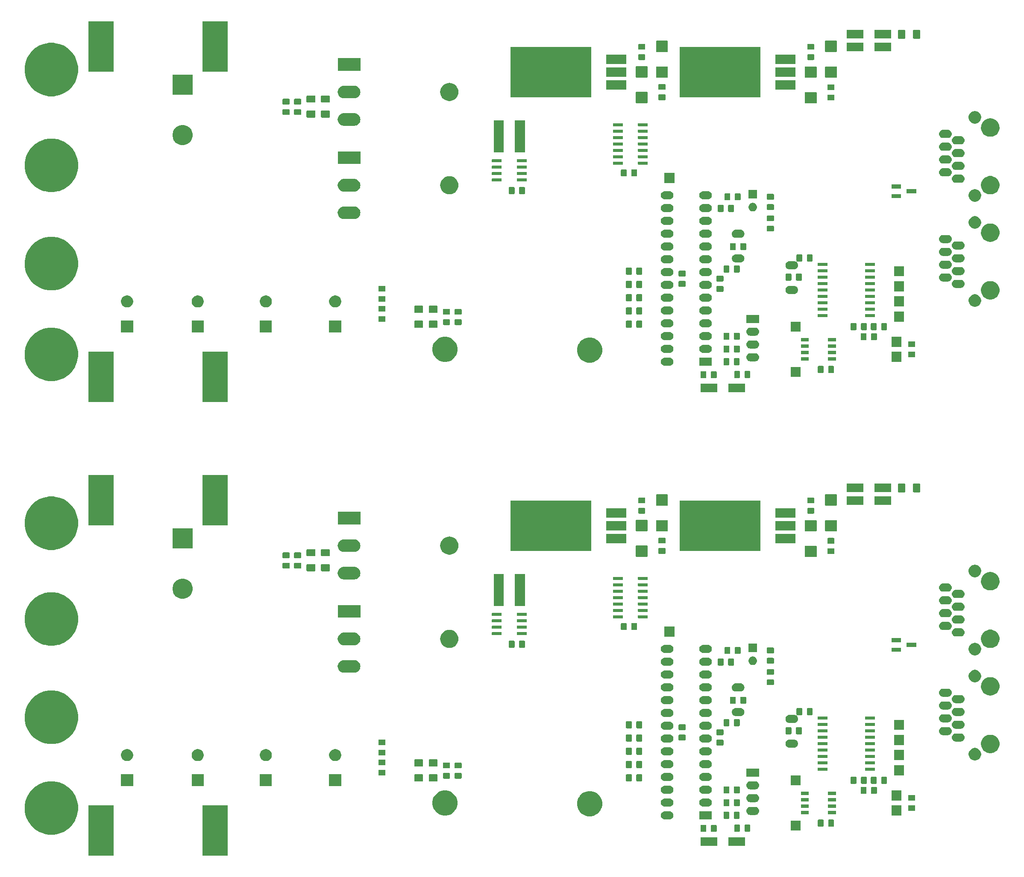
<source format=gbr>
G04 #@! TF.GenerationSoftware,KiCad,Pcbnew,5.1.4*
G04 #@! TF.CreationDate,2019-10-29T22:35:45-03:00*
G04 #@! TF.ProjectId,MCB19_panel,4d434231-395f-4706-916e-656c2e6b6963,rev?*
G04 #@! TF.SameCoordinates,Original*
G04 #@! TF.FileFunction,Soldermask,Bot*
G04 #@! TF.FilePolarity,Negative*
%FSLAX46Y46*%
G04 Gerber Fmt 4.6, Leading zero omitted, Abs format (unit mm)*
G04 Created by KiCad (PCBNEW 5.1.4) date 2019-10-29 22:35:45*
%MOMM*%
%LPD*%
G04 APERTURE LIST*
%ADD10C,0.100000*%
G04 APERTURE END LIST*
D10*
G36*
X89540000Y-189360000D02*
G01*
X84540000Y-189360000D01*
X84540000Y-179360000D01*
X89540000Y-179360000D01*
X89540000Y-189360000D01*
X89540000Y-189360000D01*
G37*
G36*
X66940000Y-189360000D02*
G01*
X61940000Y-189360000D01*
X61940000Y-179360000D01*
X66940000Y-179360000D01*
X66940000Y-189360000D01*
X66940000Y-189360000D01*
G37*
G36*
X186580000Y-187360000D02*
G01*
X183280000Y-187360000D01*
X183280000Y-185660000D01*
X186580000Y-185660000D01*
X186580000Y-187360000D01*
X186580000Y-187360000D01*
G37*
G36*
X192080000Y-187360000D02*
G01*
X188780000Y-187360000D01*
X188780000Y-185660000D01*
X192080000Y-185660000D01*
X192080000Y-187360000D01*
X192080000Y-187360000D01*
G37*
G36*
X55663979Y-174661839D02*
G01*
X56175953Y-174763677D01*
X57140491Y-175163202D01*
X58008552Y-175743222D01*
X58746778Y-176481448D01*
X59326798Y-177349509D01*
X59326799Y-177349511D01*
X59349567Y-177404478D01*
X59726323Y-178314047D01*
X59785942Y-178613772D01*
X59929999Y-179337994D01*
X59929999Y-180382006D01*
X59883692Y-180614804D01*
X59726323Y-181405953D01*
X59458440Y-182052679D01*
X59347211Y-182321211D01*
X59326798Y-182370491D01*
X58746778Y-183238552D01*
X58008552Y-183976778D01*
X57140491Y-184556798D01*
X56175953Y-184956323D01*
X55663979Y-185058161D01*
X55152006Y-185159999D01*
X54107994Y-185159999D01*
X53596021Y-185058161D01*
X53084047Y-184956323D01*
X52119509Y-184556798D01*
X51251448Y-183976778D01*
X50513222Y-183238552D01*
X49933202Y-182370491D01*
X49912790Y-182321211D01*
X49801560Y-182052679D01*
X49533677Y-181405953D01*
X49376308Y-180614804D01*
X49330001Y-180382006D01*
X49330001Y-179337994D01*
X49474058Y-178613772D01*
X49533677Y-178314047D01*
X49910433Y-177404478D01*
X49933201Y-177349511D01*
X49933202Y-177349509D01*
X50513222Y-176481448D01*
X51251448Y-175743222D01*
X52119509Y-175163202D01*
X53084047Y-174763677D01*
X53596021Y-174661839D01*
X54107994Y-174560001D01*
X55152006Y-174560001D01*
X55663979Y-174661839D01*
X55663979Y-174661839D01*
G37*
G36*
X186335522Y-183214039D02*
G01*
X186369057Y-183224212D01*
X186399956Y-183240728D01*
X186427043Y-183262957D01*
X186449272Y-183290044D01*
X186465788Y-183320943D01*
X186475961Y-183354478D01*
X186480000Y-183395487D01*
X186480000Y-184424513D01*
X186475961Y-184465522D01*
X186465788Y-184499057D01*
X186449272Y-184529956D01*
X186427043Y-184557043D01*
X186399956Y-184579272D01*
X186369057Y-184595788D01*
X186335522Y-184605961D01*
X186294513Y-184610000D01*
X185515487Y-184610000D01*
X185474478Y-184605961D01*
X185440943Y-184595788D01*
X185410044Y-184579272D01*
X185382957Y-184557043D01*
X185360728Y-184529956D01*
X185344212Y-184499057D01*
X185334039Y-184465522D01*
X185330000Y-184424513D01*
X185330000Y-183395487D01*
X185334039Y-183354478D01*
X185344212Y-183320943D01*
X185360728Y-183290044D01*
X185382957Y-183262957D01*
X185410044Y-183240728D01*
X185440943Y-183224212D01*
X185474478Y-183214039D01*
X185515487Y-183210000D01*
X186294513Y-183210000D01*
X186335522Y-183214039D01*
X186335522Y-183214039D01*
G37*
G36*
X184285522Y-183214039D02*
G01*
X184319057Y-183224212D01*
X184349956Y-183240728D01*
X184377043Y-183262957D01*
X184399272Y-183290044D01*
X184415788Y-183320943D01*
X184425961Y-183354478D01*
X184430000Y-183395487D01*
X184430000Y-184424513D01*
X184425961Y-184465522D01*
X184415788Y-184499057D01*
X184399272Y-184529956D01*
X184377043Y-184557043D01*
X184349956Y-184579272D01*
X184319057Y-184595788D01*
X184285522Y-184605961D01*
X184244513Y-184610000D01*
X183465487Y-184610000D01*
X183424478Y-184605961D01*
X183390943Y-184595788D01*
X183360044Y-184579272D01*
X183332957Y-184557043D01*
X183310728Y-184529956D01*
X183294212Y-184499057D01*
X183284039Y-184465522D01*
X183280000Y-184424513D01*
X183280000Y-183395487D01*
X183284039Y-183354478D01*
X183294212Y-183320943D01*
X183310728Y-183290044D01*
X183332957Y-183262957D01*
X183360044Y-183240728D01*
X183390943Y-183224212D01*
X183424478Y-183214039D01*
X183465487Y-183210000D01*
X184244513Y-183210000D01*
X184285522Y-183214039D01*
X184285522Y-183214039D01*
G37*
G36*
X193005522Y-183164039D02*
G01*
X193039057Y-183174212D01*
X193069956Y-183190728D01*
X193097043Y-183212957D01*
X193119272Y-183240044D01*
X193135788Y-183270943D01*
X193145961Y-183304478D01*
X193150000Y-183345487D01*
X193150000Y-184374513D01*
X193145961Y-184415522D01*
X193135788Y-184449057D01*
X193119272Y-184479956D01*
X193097043Y-184507043D01*
X193069956Y-184529272D01*
X193039057Y-184545788D01*
X193005522Y-184555961D01*
X192964513Y-184560000D01*
X192185487Y-184560000D01*
X192144478Y-184555961D01*
X192110943Y-184545788D01*
X192080044Y-184529272D01*
X192052957Y-184507043D01*
X192030728Y-184479956D01*
X192014212Y-184449057D01*
X192004039Y-184415522D01*
X192000000Y-184374513D01*
X192000000Y-183345487D01*
X192004039Y-183304478D01*
X192014212Y-183270943D01*
X192030728Y-183240044D01*
X192052957Y-183212957D01*
X192080044Y-183190728D01*
X192110943Y-183174212D01*
X192144478Y-183164039D01*
X192185487Y-183160000D01*
X192964513Y-183160000D01*
X193005522Y-183164039D01*
X193005522Y-183164039D01*
G37*
G36*
X190955522Y-183164039D02*
G01*
X190989057Y-183174212D01*
X191019956Y-183190728D01*
X191047043Y-183212957D01*
X191069272Y-183240044D01*
X191085788Y-183270943D01*
X191095961Y-183304478D01*
X191100000Y-183345487D01*
X191100000Y-184374513D01*
X191095961Y-184415522D01*
X191085788Y-184449057D01*
X191069272Y-184479956D01*
X191047043Y-184507043D01*
X191019956Y-184529272D01*
X190989057Y-184545788D01*
X190955522Y-184555961D01*
X190914513Y-184560000D01*
X190135487Y-184560000D01*
X190094478Y-184555961D01*
X190060943Y-184545788D01*
X190030044Y-184529272D01*
X190002957Y-184507043D01*
X189980728Y-184479956D01*
X189964212Y-184449057D01*
X189954039Y-184415522D01*
X189950000Y-184374513D01*
X189950000Y-183345487D01*
X189954039Y-183304478D01*
X189964212Y-183270943D01*
X189980728Y-183240044D01*
X190002957Y-183212957D01*
X190030044Y-183190728D01*
X190060943Y-183174212D01*
X190094478Y-183164039D01*
X190135487Y-183160000D01*
X190914513Y-183160000D01*
X190955522Y-183164039D01*
X190955522Y-183164039D01*
G37*
G36*
X203130000Y-184360000D02*
G01*
X201130000Y-184360000D01*
X201130000Y-182360000D01*
X203130000Y-182360000D01*
X203130000Y-184360000D01*
X203130000Y-184360000D01*
G37*
G36*
X207535522Y-182164039D02*
G01*
X207569057Y-182174212D01*
X207599956Y-182190728D01*
X207627043Y-182212957D01*
X207649272Y-182240044D01*
X207665788Y-182270943D01*
X207675961Y-182304478D01*
X207680000Y-182345487D01*
X207680000Y-183374513D01*
X207675961Y-183415522D01*
X207665788Y-183449057D01*
X207649272Y-183479956D01*
X207627043Y-183507043D01*
X207599956Y-183529272D01*
X207569057Y-183545788D01*
X207535522Y-183555961D01*
X207494513Y-183560000D01*
X206715487Y-183560000D01*
X206674478Y-183555961D01*
X206640943Y-183545788D01*
X206610044Y-183529272D01*
X206582957Y-183507043D01*
X206560728Y-183479956D01*
X206544212Y-183449057D01*
X206534039Y-183415522D01*
X206530000Y-183374513D01*
X206530000Y-182345487D01*
X206534039Y-182304478D01*
X206544212Y-182270943D01*
X206560728Y-182240044D01*
X206582957Y-182212957D01*
X206610044Y-182190728D01*
X206640943Y-182174212D01*
X206674478Y-182164039D01*
X206715487Y-182160000D01*
X207494513Y-182160000D01*
X207535522Y-182164039D01*
X207535522Y-182164039D01*
G37*
G36*
X209585522Y-182164039D02*
G01*
X209619057Y-182174212D01*
X209649956Y-182190728D01*
X209677043Y-182212957D01*
X209699272Y-182240044D01*
X209715788Y-182270943D01*
X209725961Y-182304478D01*
X209730000Y-182345487D01*
X209730000Y-183374513D01*
X209725961Y-183415522D01*
X209715788Y-183449057D01*
X209699272Y-183479956D01*
X209677043Y-183507043D01*
X209649956Y-183529272D01*
X209619057Y-183545788D01*
X209585522Y-183555961D01*
X209544513Y-183560000D01*
X208765487Y-183560000D01*
X208724478Y-183555961D01*
X208690943Y-183545788D01*
X208660044Y-183529272D01*
X208632957Y-183507043D01*
X208610728Y-183479956D01*
X208594212Y-183449057D01*
X208584039Y-183415522D01*
X208580000Y-183374513D01*
X208580000Y-182345487D01*
X208584039Y-182304478D01*
X208594212Y-182270943D01*
X208610728Y-182240044D01*
X208632957Y-182212957D01*
X208660044Y-182190728D01*
X208690943Y-182174212D01*
X208724478Y-182164039D01*
X208765487Y-182160000D01*
X209544513Y-182160000D01*
X209585522Y-182164039D01*
X209585522Y-182164039D01*
G37*
G36*
X185530000Y-182110000D02*
G01*
X183030000Y-182110000D01*
X183030000Y-180510000D01*
X185530000Y-180510000D01*
X185530000Y-182110000D01*
X185530000Y-182110000D01*
G37*
G36*
X177188471Y-180513859D02*
G01*
X177266827Y-180521576D01*
X177417628Y-180567321D01*
X177417630Y-180567322D01*
X177556605Y-180641606D01*
X177678422Y-180741578D01*
X177778394Y-180863395D01*
X177828895Y-180957876D01*
X177852679Y-181002372D01*
X177898424Y-181153173D01*
X177913870Y-181310000D01*
X177898424Y-181466827D01*
X177852679Y-181617628D01*
X177852678Y-181617630D01*
X177778394Y-181756605D01*
X177678422Y-181878422D01*
X177556605Y-181978394D01*
X177417630Y-182052678D01*
X177417628Y-182052679D01*
X177266827Y-182098424D01*
X177188471Y-182106141D01*
X177149294Y-182110000D01*
X176170706Y-182110000D01*
X176131529Y-182106141D01*
X176053173Y-182098424D01*
X175902372Y-182052679D01*
X175902370Y-182052678D01*
X175763395Y-181978394D01*
X175641578Y-181878422D01*
X175541606Y-181756605D01*
X175467322Y-181617630D01*
X175467321Y-181617628D01*
X175421576Y-181466827D01*
X175406130Y-181310000D01*
X175421576Y-181153173D01*
X175467321Y-181002372D01*
X175491105Y-180957876D01*
X175541606Y-180863395D01*
X175641578Y-180741578D01*
X175763395Y-180641606D01*
X175902370Y-180567322D01*
X175902372Y-180567321D01*
X176053173Y-180521576D01*
X176131529Y-180513859D01*
X176170706Y-180510000D01*
X177149294Y-180510000D01*
X177188471Y-180513859D01*
X177188471Y-180513859D01*
G37*
G36*
X190885522Y-180614039D02*
G01*
X190919057Y-180624212D01*
X190949956Y-180640728D01*
X190977043Y-180662957D01*
X190999272Y-180690044D01*
X191015788Y-180720943D01*
X191025961Y-180754478D01*
X191030000Y-180795487D01*
X191030000Y-181824513D01*
X191025961Y-181865522D01*
X191015788Y-181899057D01*
X190999272Y-181929956D01*
X190977043Y-181957043D01*
X190949956Y-181979272D01*
X190919057Y-181995788D01*
X190885522Y-182005961D01*
X190844513Y-182010000D01*
X190065487Y-182010000D01*
X190024478Y-182005961D01*
X189990943Y-181995788D01*
X189960044Y-181979272D01*
X189932957Y-181957043D01*
X189910728Y-181929956D01*
X189894212Y-181899057D01*
X189884039Y-181865522D01*
X189880000Y-181824513D01*
X189880000Y-180795487D01*
X189884039Y-180754478D01*
X189894212Y-180720943D01*
X189910728Y-180690044D01*
X189932957Y-180662957D01*
X189960044Y-180640728D01*
X189990943Y-180624212D01*
X190024478Y-180614039D01*
X190065487Y-180610000D01*
X190844513Y-180610000D01*
X190885522Y-180614039D01*
X190885522Y-180614039D01*
G37*
G36*
X188835522Y-180614039D02*
G01*
X188869057Y-180624212D01*
X188899956Y-180640728D01*
X188927043Y-180662957D01*
X188949272Y-180690044D01*
X188965788Y-180720943D01*
X188975961Y-180754478D01*
X188980000Y-180795487D01*
X188980000Y-181824513D01*
X188975961Y-181865522D01*
X188965788Y-181899057D01*
X188949272Y-181929956D01*
X188927043Y-181957043D01*
X188899956Y-181979272D01*
X188869057Y-181995788D01*
X188835522Y-182005961D01*
X188794513Y-182010000D01*
X188015487Y-182010000D01*
X187974478Y-182005961D01*
X187940943Y-181995788D01*
X187910044Y-181979272D01*
X187882957Y-181957043D01*
X187860728Y-181929956D01*
X187844212Y-181899057D01*
X187834039Y-181865522D01*
X187830000Y-181824513D01*
X187830000Y-180795487D01*
X187834039Y-180754478D01*
X187844212Y-180720943D01*
X187860728Y-180690044D01*
X187882957Y-180662957D01*
X187910044Y-180640728D01*
X187940943Y-180624212D01*
X187974478Y-180614039D01*
X188015487Y-180610000D01*
X188794513Y-180610000D01*
X188835522Y-180614039D01*
X188835522Y-180614039D01*
G37*
G36*
X162031222Y-176612073D02*
G01*
X162486192Y-176800528D01*
X162486194Y-176800529D01*
X162658293Y-176915522D01*
X162895656Y-177074123D01*
X163243877Y-177422344D01*
X163302446Y-177509999D01*
X163458250Y-177743175D01*
X163517472Y-177831808D01*
X163705927Y-178286778D01*
X163802000Y-178769770D01*
X163802000Y-179262230D01*
X163705927Y-179745222D01*
X163517472Y-180200192D01*
X163517471Y-180200194D01*
X163462026Y-180283173D01*
X163243877Y-180609656D01*
X162895656Y-180957877D01*
X162820010Y-181008422D01*
X162486194Y-181231471D01*
X162486193Y-181231472D01*
X162486192Y-181231472D01*
X162031222Y-181419927D01*
X161548230Y-181516000D01*
X161055770Y-181516000D01*
X160572778Y-181419927D01*
X160117808Y-181231472D01*
X160117807Y-181231472D01*
X160117806Y-181231471D01*
X159783990Y-181008422D01*
X159708344Y-180957877D01*
X159360123Y-180609656D01*
X159141974Y-180283173D01*
X159086529Y-180200194D01*
X159086528Y-180200192D01*
X158898073Y-179745222D01*
X158802000Y-179262230D01*
X158802000Y-178769770D01*
X158898073Y-178286778D01*
X159086528Y-177831808D01*
X159145751Y-177743175D01*
X159301554Y-177509999D01*
X159360123Y-177422344D01*
X159708344Y-177074123D01*
X159945707Y-176915522D01*
X160117806Y-176800529D01*
X160117808Y-176800528D01*
X160572778Y-176612073D01*
X161055770Y-176516000D01*
X161548230Y-176516000D01*
X162031222Y-176612073D01*
X162031222Y-176612073D01*
G37*
G36*
X223130000Y-181360000D02*
G01*
X221130000Y-181360000D01*
X221130000Y-179360000D01*
X223130000Y-179360000D01*
X223130000Y-181360000D01*
X223130000Y-181360000D01*
G37*
G36*
X133359222Y-176456073D02*
G01*
X133735841Y-176612074D01*
X133814194Y-176644529D01*
X133918166Y-176714001D01*
X134223656Y-176918123D01*
X134571877Y-177266344D01*
X134845472Y-177675808D01*
X135033927Y-178130778D01*
X135130000Y-178613770D01*
X135130000Y-179106230D01*
X135033927Y-179589222D01*
X134867397Y-179991260D01*
X134845471Y-180044194D01*
X134786552Y-180132372D01*
X134571877Y-180453656D01*
X134223656Y-180801877D01*
X134096850Y-180886606D01*
X133814194Y-181075471D01*
X133814193Y-181075472D01*
X133814192Y-181075472D01*
X133359222Y-181263927D01*
X132876230Y-181360000D01*
X132383770Y-181360000D01*
X131900778Y-181263927D01*
X131445808Y-181075472D01*
X131445807Y-181075472D01*
X131445806Y-181075471D01*
X131163150Y-180886606D01*
X131036344Y-180801877D01*
X130688123Y-180453656D01*
X130473448Y-180132372D01*
X130414529Y-180044194D01*
X130392603Y-179991260D01*
X130226073Y-179589222D01*
X130130000Y-179106230D01*
X130130000Y-178613770D01*
X130226073Y-178130778D01*
X130414528Y-177675808D01*
X130688123Y-177266344D01*
X131036344Y-176918123D01*
X131341834Y-176714001D01*
X131445806Y-176644529D01*
X131524159Y-176612074D01*
X131900778Y-176456073D01*
X132383770Y-176360000D01*
X132876230Y-176360000D01*
X133359222Y-176456073D01*
X133359222Y-176456073D01*
G37*
G36*
X194158471Y-179643859D02*
G01*
X194236827Y-179651576D01*
X194387628Y-179697321D01*
X194387630Y-179697322D01*
X194526605Y-179771606D01*
X194648422Y-179871578D01*
X194748394Y-179993395D01*
X194791027Y-180073155D01*
X194822679Y-180132372D01*
X194868424Y-180283173D01*
X194883870Y-180440000D01*
X194868424Y-180596827D01*
X194830724Y-180721107D01*
X194822678Y-180747630D01*
X194748394Y-180886605D01*
X194648422Y-181008422D01*
X194526605Y-181108394D01*
X194442826Y-181153175D01*
X194387628Y-181182679D01*
X194236827Y-181228424D01*
X194158471Y-181236141D01*
X194119294Y-181240000D01*
X193140706Y-181240000D01*
X193101529Y-181236141D01*
X193023173Y-181228424D01*
X192872372Y-181182679D01*
X192817174Y-181153175D01*
X192733395Y-181108394D01*
X192611578Y-181008422D01*
X192511606Y-180886605D01*
X192437322Y-180747630D01*
X192429276Y-180721107D01*
X192391576Y-180596827D01*
X192376130Y-180440000D01*
X192391576Y-180283173D01*
X192437321Y-180132372D01*
X192468973Y-180073155D01*
X192511606Y-179993395D01*
X192611578Y-179871578D01*
X192733395Y-179771606D01*
X192872370Y-179697322D01*
X192872372Y-179697321D01*
X193023173Y-179651576D01*
X193101529Y-179643859D01*
X193140706Y-179640000D01*
X194119294Y-179640000D01*
X194158471Y-179643859D01*
X194158471Y-179643859D01*
G37*
G36*
X210105000Y-181065000D02*
G01*
X208555000Y-181065000D01*
X208555000Y-180465000D01*
X210105000Y-180465000D01*
X210105000Y-181065000D01*
X210105000Y-181065000D01*
G37*
G36*
X204705000Y-181065000D02*
G01*
X203155000Y-181065000D01*
X203155000Y-180465000D01*
X204705000Y-180465000D01*
X204705000Y-181065000D01*
X204705000Y-181065000D01*
G37*
G36*
X225685522Y-179314039D02*
G01*
X225719057Y-179324212D01*
X225749956Y-179340728D01*
X225777043Y-179362957D01*
X225799272Y-179390044D01*
X225815788Y-179420943D01*
X225825961Y-179454478D01*
X225830000Y-179495487D01*
X225830000Y-180274513D01*
X225825961Y-180315522D01*
X225815788Y-180349057D01*
X225799272Y-180379956D01*
X225777043Y-180407043D01*
X225749956Y-180429272D01*
X225719057Y-180445788D01*
X225685522Y-180455961D01*
X225644513Y-180460000D01*
X224615487Y-180460000D01*
X224574478Y-180455961D01*
X224540943Y-180445788D01*
X224510044Y-180429272D01*
X224482957Y-180407043D01*
X224460728Y-180379956D01*
X224444212Y-180349057D01*
X224434039Y-180315522D01*
X224430000Y-180274513D01*
X224430000Y-179495487D01*
X224434039Y-179454478D01*
X224444212Y-179420943D01*
X224460728Y-179390044D01*
X224482957Y-179362957D01*
X224510044Y-179340728D01*
X224540943Y-179324212D01*
X224574478Y-179314039D01*
X224615487Y-179310000D01*
X225644513Y-179310000D01*
X225685522Y-179314039D01*
X225685522Y-179314039D01*
G37*
G36*
X210105000Y-179795000D02*
G01*
X208555000Y-179795000D01*
X208555000Y-179195000D01*
X210105000Y-179195000D01*
X210105000Y-179795000D01*
X210105000Y-179795000D01*
G37*
G36*
X204705000Y-179795000D02*
G01*
X203155000Y-179795000D01*
X203155000Y-179195000D01*
X204705000Y-179195000D01*
X204705000Y-179795000D01*
X204705000Y-179795000D01*
G37*
G36*
X184808471Y-177973859D02*
G01*
X184886827Y-177981576D01*
X185037628Y-178027321D01*
X185037630Y-178027322D01*
X185176605Y-178101606D01*
X185298422Y-178201578D01*
X185398394Y-178323395D01*
X185472678Y-178462370D01*
X185472679Y-178462372D01*
X185518424Y-178613173D01*
X185533870Y-178770000D01*
X185518424Y-178926827D01*
X185472679Y-179077628D01*
X185472678Y-179077630D01*
X185398394Y-179216605D01*
X185298422Y-179338422D01*
X185176605Y-179438394D01*
X185037630Y-179512678D01*
X185037628Y-179512679D01*
X184886827Y-179558424D01*
X184808471Y-179566141D01*
X184769294Y-179570000D01*
X183790706Y-179570000D01*
X183751529Y-179566141D01*
X183673173Y-179558424D01*
X183522372Y-179512679D01*
X183522370Y-179512678D01*
X183383395Y-179438394D01*
X183261578Y-179338422D01*
X183161606Y-179216605D01*
X183087322Y-179077630D01*
X183087321Y-179077628D01*
X183041576Y-178926827D01*
X183026130Y-178770000D01*
X183041576Y-178613173D01*
X183087321Y-178462372D01*
X183087322Y-178462370D01*
X183161606Y-178323395D01*
X183261578Y-178201578D01*
X183383395Y-178101606D01*
X183522370Y-178027322D01*
X183522372Y-178027321D01*
X183673173Y-177981576D01*
X183751529Y-177973859D01*
X183790706Y-177970000D01*
X184769294Y-177970000D01*
X184808471Y-177973859D01*
X184808471Y-177973859D01*
G37*
G36*
X177188471Y-177973859D02*
G01*
X177266827Y-177981576D01*
X177417628Y-178027321D01*
X177417630Y-178027322D01*
X177556605Y-178101606D01*
X177678422Y-178201578D01*
X177778394Y-178323395D01*
X177852678Y-178462370D01*
X177852679Y-178462372D01*
X177898424Y-178613173D01*
X177913870Y-178770000D01*
X177898424Y-178926827D01*
X177852679Y-179077628D01*
X177852678Y-179077630D01*
X177778394Y-179216605D01*
X177678422Y-179338422D01*
X177556605Y-179438394D01*
X177417630Y-179512678D01*
X177417628Y-179512679D01*
X177266827Y-179558424D01*
X177188471Y-179566141D01*
X177149294Y-179570000D01*
X176170706Y-179570000D01*
X176131529Y-179566141D01*
X176053173Y-179558424D01*
X175902372Y-179512679D01*
X175902370Y-179512678D01*
X175763395Y-179438394D01*
X175641578Y-179338422D01*
X175541606Y-179216605D01*
X175467322Y-179077630D01*
X175467321Y-179077628D01*
X175421576Y-178926827D01*
X175406130Y-178770000D01*
X175421576Y-178613173D01*
X175467321Y-178462372D01*
X175467322Y-178462370D01*
X175541606Y-178323395D01*
X175641578Y-178201578D01*
X175763395Y-178101606D01*
X175902370Y-178027322D01*
X175902372Y-178027321D01*
X176053173Y-177981576D01*
X176131529Y-177973859D01*
X176170706Y-177970000D01*
X177149294Y-177970000D01*
X177188471Y-177973859D01*
X177188471Y-177973859D01*
G37*
G36*
X190911522Y-178108039D02*
G01*
X190945057Y-178118212D01*
X190975956Y-178134728D01*
X191003043Y-178156957D01*
X191025272Y-178184044D01*
X191041788Y-178214943D01*
X191051961Y-178248478D01*
X191056000Y-178289487D01*
X191056000Y-179318513D01*
X191051961Y-179359522D01*
X191041788Y-179393057D01*
X191025272Y-179423956D01*
X191003043Y-179451043D01*
X190975956Y-179473272D01*
X190945057Y-179489788D01*
X190911522Y-179499961D01*
X190870513Y-179504000D01*
X190091487Y-179504000D01*
X190050478Y-179499961D01*
X190016943Y-179489788D01*
X189986044Y-179473272D01*
X189958957Y-179451043D01*
X189936728Y-179423956D01*
X189920212Y-179393057D01*
X189910039Y-179359522D01*
X189906000Y-179318513D01*
X189906000Y-178289487D01*
X189910039Y-178248478D01*
X189920212Y-178214943D01*
X189936728Y-178184044D01*
X189958957Y-178156957D01*
X189986044Y-178134728D01*
X190016943Y-178118212D01*
X190050478Y-178108039D01*
X190091487Y-178104000D01*
X190870513Y-178104000D01*
X190911522Y-178108039D01*
X190911522Y-178108039D01*
G37*
G36*
X188861522Y-178108039D02*
G01*
X188895057Y-178118212D01*
X188925956Y-178134728D01*
X188953043Y-178156957D01*
X188975272Y-178184044D01*
X188991788Y-178214943D01*
X189001961Y-178248478D01*
X189006000Y-178289487D01*
X189006000Y-179318513D01*
X189001961Y-179359522D01*
X188991788Y-179393057D01*
X188975272Y-179423956D01*
X188953043Y-179451043D01*
X188925956Y-179473272D01*
X188895057Y-179489788D01*
X188861522Y-179499961D01*
X188820513Y-179504000D01*
X188041487Y-179504000D01*
X188000478Y-179499961D01*
X187966943Y-179489788D01*
X187936044Y-179473272D01*
X187908957Y-179451043D01*
X187886728Y-179423956D01*
X187870212Y-179393057D01*
X187860039Y-179359522D01*
X187856000Y-179318513D01*
X187856000Y-178289487D01*
X187860039Y-178248478D01*
X187870212Y-178214943D01*
X187886728Y-178184044D01*
X187908957Y-178156957D01*
X187936044Y-178134728D01*
X187966943Y-178118212D01*
X188000478Y-178108039D01*
X188041487Y-178104000D01*
X188820513Y-178104000D01*
X188861522Y-178108039D01*
X188861522Y-178108039D01*
G37*
G36*
X194158471Y-177103859D02*
G01*
X194236827Y-177111576D01*
X194387628Y-177157321D01*
X194387630Y-177157322D01*
X194526605Y-177231606D01*
X194648422Y-177331578D01*
X194748394Y-177453395D01*
X194822678Y-177592370D01*
X194822679Y-177592372D01*
X194868424Y-177743173D01*
X194883870Y-177900000D01*
X194868424Y-178056827D01*
X194837126Y-178160001D01*
X194822678Y-178207630D01*
X194748394Y-178346605D01*
X194648422Y-178468422D01*
X194526605Y-178568394D01*
X194441709Y-178613772D01*
X194387628Y-178642679D01*
X194236827Y-178688424D01*
X194158471Y-178696141D01*
X194119294Y-178700000D01*
X193140706Y-178700000D01*
X193101529Y-178696141D01*
X193023173Y-178688424D01*
X192872372Y-178642679D01*
X192818291Y-178613772D01*
X192733395Y-178568394D01*
X192611578Y-178468422D01*
X192511606Y-178346605D01*
X192437322Y-178207630D01*
X192422874Y-178160001D01*
X192391576Y-178056827D01*
X192376130Y-177900000D01*
X192391576Y-177743173D01*
X192437321Y-177592372D01*
X192437322Y-177592370D01*
X192511606Y-177453395D01*
X192611578Y-177331578D01*
X192733395Y-177231606D01*
X192872370Y-177157322D01*
X192872372Y-177157321D01*
X193023173Y-177111576D01*
X193101529Y-177103859D01*
X193140706Y-177100000D01*
X194119294Y-177100000D01*
X194158471Y-177103859D01*
X194158471Y-177103859D01*
G37*
G36*
X210105000Y-178525000D02*
G01*
X208555000Y-178525000D01*
X208555000Y-177925000D01*
X210105000Y-177925000D01*
X210105000Y-178525000D01*
X210105000Y-178525000D01*
G37*
G36*
X204705000Y-178525000D02*
G01*
X203155000Y-178525000D01*
X203155000Y-177925000D01*
X204705000Y-177925000D01*
X204705000Y-178525000D01*
X204705000Y-178525000D01*
G37*
G36*
X225685522Y-177264039D02*
G01*
X225719057Y-177274212D01*
X225749956Y-177290728D01*
X225777043Y-177312957D01*
X225799272Y-177340044D01*
X225815788Y-177370943D01*
X225825961Y-177404478D01*
X225830000Y-177445487D01*
X225830000Y-178224513D01*
X225825961Y-178265522D01*
X225815788Y-178299057D01*
X225799272Y-178329956D01*
X225777043Y-178357043D01*
X225749956Y-178379272D01*
X225719057Y-178395788D01*
X225685522Y-178405961D01*
X225644513Y-178410000D01*
X224615487Y-178410000D01*
X224574478Y-178405961D01*
X224540943Y-178395788D01*
X224510044Y-178379272D01*
X224482957Y-178357043D01*
X224460728Y-178329956D01*
X224444212Y-178299057D01*
X224434039Y-178265522D01*
X224430000Y-178224513D01*
X224430000Y-177445487D01*
X224434039Y-177404478D01*
X224444212Y-177370943D01*
X224460728Y-177340044D01*
X224482957Y-177312957D01*
X224510044Y-177290728D01*
X224540943Y-177274212D01*
X224574478Y-177264039D01*
X224615487Y-177260000D01*
X225644513Y-177260000D01*
X225685522Y-177264039D01*
X225685522Y-177264039D01*
G37*
G36*
X223130000Y-178360000D02*
G01*
X221130000Y-178360000D01*
X221130000Y-176360000D01*
X223130000Y-176360000D01*
X223130000Y-178360000D01*
X223130000Y-178360000D01*
G37*
G36*
X204705000Y-177255000D02*
G01*
X203155000Y-177255000D01*
X203155000Y-176655000D01*
X204705000Y-176655000D01*
X204705000Y-177255000D01*
X204705000Y-177255000D01*
G37*
G36*
X210105000Y-177255000D02*
G01*
X208555000Y-177255000D01*
X208555000Y-176655000D01*
X210105000Y-176655000D01*
X210105000Y-177255000D01*
X210105000Y-177255000D01*
G37*
G36*
X216035522Y-175664039D02*
G01*
X216069057Y-175674212D01*
X216099956Y-175690728D01*
X216127043Y-175712957D01*
X216149272Y-175740044D01*
X216165788Y-175770943D01*
X216175961Y-175804478D01*
X216180000Y-175845487D01*
X216180000Y-176874513D01*
X216175961Y-176915522D01*
X216165788Y-176949057D01*
X216149272Y-176979956D01*
X216127043Y-177007043D01*
X216099956Y-177029272D01*
X216069057Y-177045788D01*
X216035522Y-177055961D01*
X215994513Y-177060000D01*
X215215487Y-177060000D01*
X215174478Y-177055961D01*
X215140943Y-177045788D01*
X215110044Y-177029272D01*
X215082957Y-177007043D01*
X215060728Y-176979956D01*
X215044212Y-176949057D01*
X215034039Y-176915522D01*
X215030000Y-176874513D01*
X215030000Y-175845487D01*
X215034039Y-175804478D01*
X215044212Y-175770943D01*
X215060728Y-175740044D01*
X215082957Y-175712957D01*
X215110044Y-175690728D01*
X215140943Y-175674212D01*
X215174478Y-175664039D01*
X215215487Y-175660000D01*
X215994513Y-175660000D01*
X216035522Y-175664039D01*
X216035522Y-175664039D01*
G37*
G36*
X218085522Y-175664039D02*
G01*
X218119057Y-175674212D01*
X218149956Y-175690728D01*
X218177043Y-175712957D01*
X218199272Y-175740044D01*
X218215788Y-175770943D01*
X218225961Y-175804478D01*
X218230000Y-175845487D01*
X218230000Y-176874513D01*
X218225961Y-176915522D01*
X218215788Y-176949057D01*
X218199272Y-176979956D01*
X218177043Y-177007043D01*
X218149956Y-177029272D01*
X218119057Y-177045788D01*
X218085522Y-177055961D01*
X218044513Y-177060000D01*
X217265487Y-177060000D01*
X217224478Y-177055961D01*
X217190943Y-177045788D01*
X217160044Y-177029272D01*
X217132957Y-177007043D01*
X217110728Y-176979956D01*
X217094212Y-176949057D01*
X217084039Y-176915522D01*
X217080000Y-176874513D01*
X217080000Y-175845487D01*
X217084039Y-175804478D01*
X217094212Y-175770943D01*
X217110728Y-175740044D01*
X217132957Y-175712957D01*
X217160044Y-175690728D01*
X217190943Y-175674212D01*
X217224478Y-175664039D01*
X217265487Y-175660000D01*
X218044513Y-175660000D01*
X218085522Y-175664039D01*
X218085522Y-175664039D01*
G37*
G36*
X177188471Y-175433859D02*
G01*
X177266827Y-175441576D01*
X177417628Y-175487321D01*
X177417630Y-175487322D01*
X177556605Y-175561606D01*
X177678422Y-175661578D01*
X177778394Y-175783395D01*
X177852678Y-175922370D01*
X177852679Y-175922372D01*
X177898424Y-176073173D01*
X177913870Y-176230000D01*
X177898424Y-176386827D01*
X177852679Y-176537628D01*
X177852678Y-176537630D01*
X177778394Y-176676605D01*
X177678422Y-176798422D01*
X177556605Y-176898394D01*
X177433865Y-176964000D01*
X177417628Y-176972679D01*
X177266827Y-177018424D01*
X177188471Y-177026141D01*
X177149294Y-177030000D01*
X176170706Y-177030000D01*
X176131529Y-177026141D01*
X176053173Y-177018424D01*
X175902372Y-176972679D01*
X175886135Y-176964000D01*
X175763395Y-176898394D01*
X175641578Y-176798422D01*
X175541606Y-176676605D01*
X175467322Y-176537630D01*
X175467321Y-176537628D01*
X175421576Y-176386827D01*
X175406130Y-176230000D01*
X175421576Y-176073173D01*
X175467321Y-175922372D01*
X175467322Y-175922370D01*
X175541606Y-175783395D01*
X175641578Y-175661578D01*
X175763395Y-175561606D01*
X175902370Y-175487322D01*
X175902372Y-175487321D01*
X176053173Y-175441576D01*
X176131529Y-175433859D01*
X176170706Y-175430000D01*
X177149294Y-175430000D01*
X177188471Y-175433859D01*
X177188471Y-175433859D01*
G37*
G36*
X184808471Y-175433859D02*
G01*
X184886827Y-175441576D01*
X185037628Y-175487321D01*
X185037630Y-175487322D01*
X185176605Y-175561606D01*
X185298422Y-175661578D01*
X185398394Y-175783395D01*
X185472678Y-175922370D01*
X185472679Y-175922372D01*
X185518424Y-176073173D01*
X185533870Y-176230000D01*
X185518424Y-176386827D01*
X185472679Y-176537628D01*
X185472678Y-176537630D01*
X185398394Y-176676605D01*
X185298422Y-176798422D01*
X185176605Y-176898394D01*
X185053865Y-176964000D01*
X185037628Y-176972679D01*
X184886827Y-177018424D01*
X184808471Y-177026141D01*
X184769294Y-177030000D01*
X183790706Y-177030000D01*
X183751529Y-177026141D01*
X183673173Y-177018424D01*
X183522372Y-176972679D01*
X183506135Y-176964000D01*
X183383395Y-176898394D01*
X183261578Y-176798422D01*
X183161606Y-176676605D01*
X183087322Y-176537630D01*
X183087321Y-176537628D01*
X183041576Y-176386827D01*
X183026130Y-176230000D01*
X183041576Y-176073173D01*
X183087321Y-175922372D01*
X183087322Y-175922370D01*
X183161606Y-175783395D01*
X183261578Y-175661578D01*
X183383395Y-175561606D01*
X183522370Y-175487322D01*
X183522372Y-175487321D01*
X183673173Y-175441576D01*
X183751529Y-175433859D01*
X183790706Y-175430000D01*
X184769294Y-175430000D01*
X184808471Y-175433859D01*
X184808471Y-175433859D01*
G37*
G36*
X190911522Y-175568039D02*
G01*
X190945057Y-175578212D01*
X190975956Y-175594728D01*
X191003043Y-175616957D01*
X191025272Y-175644044D01*
X191041788Y-175674943D01*
X191051961Y-175708478D01*
X191056000Y-175749487D01*
X191056000Y-176778513D01*
X191051961Y-176819522D01*
X191041788Y-176853057D01*
X191025272Y-176883956D01*
X191003043Y-176911043D01*
X190975956Y-176933272D01*
X190945057Y-176949788D01*
X190911522Y-176959961D01*
X190870513Y-176964000D01*
X190091487Y-176964000D01*
X190050478Y-176959961D01*
X190016943Y-176949788D01*
X189986044Y-176933272D01*
X189958957Y-176911043D01*
X189936728Y-176883956D01*
X189920212Y-176853057D01*
X189910039Y-176819522D01*
X189906000Y-176778513D01*
X189906000Y-175749487D01*
X189910039Y-175708478D01*
X189920212Y-175674943D01*
X189936728Y-175644044D01*
X189958957Y-175616957D01*
X189986044Y-175594728D01*
X190016943Y-175578212D01*
X190050478Y-175568039D01*
X190091487Y-175564000D01*
X190870513Y-175564000D01*
X190911522Y-175568039D01*
X190911522Y-175568039D01*
G37*
G36*
X188861522Y-175568039D02*
G01*
X188895057Y-175578212D01*
X188925956Y-175594728D01*
X188953043Y-175616957D01*
X188975272Y-175644044D01*
X188991788Y-175674943D01*
X189001961Y-175708478D01*
X189006000Y-175749487D01*
X189006000Y-176778513D01*
X189001961Y-176819522D01*
X188991788Y-176853057D01*
X188975272Y-176883956D01*
X188953043Y-176911043D01*
X188925956Y-176933272D01*
X188895057Y-176949788D01*
X188861522Y-176959961D01*
X188820513Y-176964000D01*
X188041487Y-176964000D01*
X188000478Y-176959961D01*
X187966943Y-176949788D01*
X187936044Y-176933272D01*
X187908957Y-176911043D01*
X187886728Y-176883956D01*
X187870212Y-176853057D01*
X187860039Y-176819522D01*
X187856000Y-176778513D01*
X187856000Y-175749487D01*
X187860039Y-175708478D01*
X187870212Y-175674943D01*
X187886728Y-175644044D01*
X187908957Y-175616957D01*
X187936044Y-175594728D01*
X187966943Y-175578212D01*
X188000478Y-175568039D01*
X188041487Y-175564000D01*
X188820513Y-175564000D01*
X188861522Y-175568039D01*
X188861522Y-175568039D01*
G37*
G36*
X194158471Y-174563859D02*
G01*
X194236827Y-174571576D01*
X194387628Y-174617321D01*
X194387630Y-174617322D01*
X194526605Y-174691606D01*
X194648422Y-174791578D01*
X194748394Y-174913395D01*
X194819160Y-175045788D01*
X194822679Y-175052372D01*
X194868424Y-175203173D01*
X194883870Y-175360000D01*
X194868424Y-175516827D01*
X194822679Y-175667628D01*
X194822678Y-175667630D01*
X194748394Y-175806605D01*
X194648422Y-175928422D01*
X194526605Y-176028394D01*
X194442826Y-176073175D01*
X194387628Y-176102679D01*
X194236827Y-176148424D01*
X194158471Y-176156141D01*
X194119294Y-176160000D01*
X193140706Y-176160000D01*
X193101529Y-176156141D01*
X193023173Y-176148424D01*
X192872372Y-176102679D01*
X192817174Y-176073175D01*
X192733395Y-176028394D01*
X192611578Y-175928422D01*
X192511606Y-175806605D01*
X192437322Y-175667630D01*
X192437321Y-175667628D01*
X192391576Y-175516827D01*
X192376130Y-175360000D01*
X192391576Y-175203173D01*
X192437321Y-175052372D01*
X192440840Y-175045788D01*
X192511606Y-174913395D01*
X192611578Y-174791578D01*
X192733395Y-174691606D01*
X192872370Y-174617322D01*
X192872372Y-174617321D01*
X193023173Y-174571576D01*
X193101529Y-174563859D01*
X193140706Y-174560000D01*
X194119294Y-174560000D01*
X194158471Y-174563859D01*
X194158471Y-174563859D01*
G37*
G36*
X84830000Y-175560000D02*
G01*
X82430000Y-175560000D01*
X82430000Y-173160000D01*
X84830000Y-173160000D01*
X84830000Y-175560000D01*
X84830000Y-175560000D01*
G37*
G36*
X70830000Y-175560000D02*
G01*
X68430000Y-175560000D01*
X68430000Y-173160000D01*
X70830000Y-173160000D01*
X70830000Y-175560000D01*
X70830000Y-175560000D01*
G37*
G36*
X112080000Y-175560000D02*
G01*
X109680000Y-175560000D01*
X109680000Y-173160000D01*
X112080000Y-173160000D01*
X112080000Y-175560000D01*
X112080000Y-175560000D01*
G37*
G36*
X98330000Y-175560000D02*
G01*
X95930000Y-175560000D01*
X95930000Y-173160000D01*
X98330000Y-173160000D01*
X98330000Y-175560000D01*
X98330000Y-175560000D01*
G37*
G36*
X203130000Y-175360000D02*
G01*
X201130000Y-175360000D01*
X201130000Y-173360000D01*
X203130000Y-173360000D01*
X203130000Y-175360000D01*
X203130000Y-175360000D01*
G37*
G36*
X216085522Y-173664039D02*
G01*
X216119057Y-173674212D01*
X216149956Y-173690728D01*
X216177043Y-173712957D01*
X216199272Y-173740044D01*
X216215788Y-173770943D01*
X216225961Y-173804478D01*
X216230000Y-173845487D01*
X216230000Y-174874513D01*
X216225961Y-174915522D01*
X216215788Y-174949057D01*
X216199272Y-174979956D01*
X216177043Y-175007043D01*
X216149956Y-175029272D01*
X216119057Y-175045788D01*
X216085522Y-175055961D01*
X216044513Y-175060000D01*
X215265487Y-175060000D01*
X215224478Y-175055961D01*
X215190943Y-175045788D01*
X215160044Y-175029272D01*
X215132957Y-175007043D01*
X215110728Y-174979956D01*
X215094212Y-174949057D01*
X215084039Y-174915522D01*
X215080000Y-174874513D01*
X215080000Y-173845487D01*
X215084039Y-173804478D01*
X215094212Y-173770943D01*
X215110728Y-173740044D01*
X215132957Y-173712957D01*
X215160044Y-173690728D01*
X215190943Y-173674212D01*
X215224478Y-173664039D01*
X215265487Y-173660000D01*
X216044513Y-173660000D01*
X216085522Y-173664039D01*
X216085522Y-173664039D01*
G37*
G36*
X214035522Y-173664039D02*
G01*
X214069057Y-173674212D01*
X214099956Y-173690728D01*
X214127043Y-173712957D01*
X214149272Y-173740044D01*
X214165788Y-173770943D01*
X214175961Y-173804478D01*
X214180000Y-173845487D01*
X214180000Y-174874513D01*
X214175961Y-174915522D01*
X214165788Y-174949057D01*
X214149272Y-174979956D01*
X214127043Y-175007043D01*
X214099956Y-175029272D01*
X214069057Y-175045788D01*
X214035522Y-175055961D01*
X213994513Y-175060000D01*
X213215487Y-175060000D01*
X213174478Y-175055961D01*
X213140943Y-175045788D01*
X213110044Y-175029272D01*
X213082957Y-175007043D01*
X213060728Y-174979956D01*
X213044212Y-174949057D01*
X213034039Y-174915522D01*
X213030000Y-174874513D01*
X213030000Y-173845487D01*
X213034039Y-173804478D01*
X213044212Y-173770943D01*
X213060728Y-173740044D01*
X213082957Y-173712957D01*
X213110044Y-173690728D01*
X213140943Y-173674212D01*
X213174478Y-173664039D01*
X213215487Y-173660000D01*
X213994513Y-173660000D01*
X214035522Y-173664039D01*
X214035522Y-173664039D01*
G37*
G36*
X220085522Y-173664039D02*
G01*
X220119057Y-173674212D01*
X220149956Y-173690728D01*
X220177043Y-173712957D01*
X220199272Y-173740044D01*
X220215788Y-173770943D01*
X220225961Y-173804478D01*
X220230000Y-173845487D01*
X220230000Y-174874513D01*
X220225961Y-174915522D01*
X220215788Y-174949057D01*
X220199272Y-174979956D01*
X220177043Y-175007043D01*
X220149956Y-175029272D01*
X220119057Y-175045788D01*
X220085522Y-175055961D01*
X220044513Y-175060000D01*
X219265487Y-175060000D01*
X219224478Y-175055961D01*
X219190943Y-175045788D01*
X219160044Y-175029272D01*
X219132957Y-175007043D01*
X219110728Y-174979956D01*
X219094212Y-174949057D01*
X219084039Y-174915522D01*
X219080000Y-174874513D01*
X219080000Y-173845487D01*
X219084039Y-173804478D01*
X219094212Y-173770943D01*
X219110728Y-173740044D01*
X219132957Y-173712957D01*
X219160044Y-173690728D01*
X219190943Y-173674212D01*
X219224478Y-173664039D01*
X219265487Y-173660000D01*
X220044513Y-173660000D01*
X220085522Y-173664039D01*
X220085522Y-173664039D01*
G37*
G36*
X218035522Y-173664039D02*
G01*
X218069057Y-173674212D01*
X218099956Y-173690728D01*
X218127043Y-173712957D01*
X218149272Y-173740044D01*
X218165788Y-173770943D01*
X218175961Y-173804478D01*
X218180000Y-173845487D01*
X218180000Y-174874513D01*
X218175961Y-174915522D01*
X218165788Y-174949057D01*
X218149272Y-174979956D01*
X218127043Y-175007043D01*
X218099956Y-175029272D01*
X218069057Y-175045788D01*
X218035522Y-175055961D01*
X217994513Y-175060000D01*
X217215487Y-175060000D01*
X217174478Y-175055961D01*
X217140943Y-175045788D01*
X217110044Y-175029272D01*
X217082957Y-175007043D01*
X217060728Y-174979956D01*
X217044212Y-174949057D01*
X217034039Y-174915522D01*
X217030000Y-174874513D01*
X217030000Y-173845487D01*
X217034039Y-173804478D01*
X217044212Y-173770943D01*
X217060728Y-173740044D01*
X217082957Y-173712957D01*
X217110044Y-173690728D01*
X217140943Y-173674212D01*
X217174478Y-173664039D01*
X217215487Y-173660000D01*
X217994513Y-173660000D01*
X218035522Y-173664039D01*
X218035522Y-173664039D01*
G37*
G36*
X128168964Y-173188837D02*
G01*
X128200525Y-173198412D01*
X128229620Y-173213963D01*
X128255115Y-173234885D01*
X128276037Y-173260380D01*
X128291588Y-173289475D01*
X128301163Y-173321036D01*
X128305000Y-173359998D01*
X128305000Y-174435001D01*
X128301163Y-174473964D01*
X128291588Y-174505525D01*
X128276037Y-174534620D01*
X128255115Y-174560115D01*
X128229620Y-174581037D01*
X128200525Y-174596588D01*
X128168964Y-174606163D01*
X128130002Y-174610000D01*
X126729998Y-174610000D01*
X126691036Y-174606163D01*
X126659475Y-174596588D01*
X126630380Y-174581037D01*
X126604885Y-174560115D01*
X126583963Y-174534620D01*
X126568412Y-174505525D01*
X126558837Y-174473964D01*
X126555000Y-174435001D01*
X126555000Y-173359998D01*
X126558837Y-173321036D01*
X126568412Y-173289475D01*
X126583963Y-173260380D01*
X126604885Y-173234885D01*
X126630380Y-173213963D01*
X126659475Y-173198412D01*
X126691036Y-173188837D01*
X126729998Y-173185000D01*
X128130002Y-173185000D01*
X128168964Y-173188837D01*
X128168964Y-173188837D01*
G37*
G36*
X131038964Y-173188837D02*
G01*
X131070525Y-173198412D01*
X131099620Y-173213963D01*
X131125115Y-173234885D01*
X131146037Y-173260380D01*
X131161588Y-173289475D01*
X131171163Y-173321036D01*
X131175000Y-173359998D01*
X131175000Y-174435001D01*
X131171163Y-174473964D01*
X131161588Y-174505525D01*
X131146037Y-174534620D01*
X131125115Y-174560115D01*
X131099620Y-174581037D01*
X131070525Y-174596588D01*
X131038964Y-174606163D01*
X131000002Y-174610000D01*
X129599998Y-174610000D01*
X129561036Y-174606163D01*
X129529475Y-174596588D01*
X129500380Y-174581037D01*
X129474885Y-174560115D01*
X129453963Y-174534620D01*
X129438412Y-174505525D01*
X129428837Y-174473964D01*
X129425000Y-174435001D01*
X129425000Y-173359998D01*
X129428837Y-173321036D01*
X129438412Y-173289475D01*
X129453963Y-173260380D01*
X129474885Y-173234885D01*
X129500380Y-173213963D01*
X129529475Y-173198412D01*
X129561036Y-173188837D01*
X129599998Y-173185000D01*
X131000002Y-173185000D01*
X131038964Y-173188837D01*
X131038964Y-173188837D01*
G37*
G36*
X169510522Y-173164039D02*
G01*
X169544057Y-173174212D01*
X169574956Y-173190728D01*
X169602043Y-173212957D01*
X169624272Y-173240044D01*
X169640788Y-173270943D01*
X169650961Y-173304478D01*
X169655000Y-173345487D01*
X169655000Y-174374513D01*
X169650961Y-174415522D01*
X169640788Y-174449057D01*
X169624272Y-174479956D01*
X169602043Y-174507043D01*
X169574956Y-174529272D01*
X169544057Y-174545788D01*
X169510522Y-174555961D01*
X169469513Y-174560000D01*
X168690487Y-174560000D01*
X168649478Y-174555961D01*
X168615943Y-174545788D01*
X168585044Y-174529272D01*
X168557957Y-174507043D01*
X168535728Y-174479956D01*
X168519212Y-174449057D01*
X168509039Y-174415522D01*
X168505000Y-174374513D01*
X168505000Y-173345487D01*
X168509039Y-173304478D01*
X168519212Y-173270943D01*
X168535728Y-173240044D01*
X168557957Y-173212957D01*
X168585044Y-173190728D01*
X168615943Y-173174212D01*
X168649478Y-173164039D01*
X168690487Y-173160000D01*
X169469513Y-173160000D01*
X169510522Y-173164039D01*
X169510522Y-173164039D01*
G37*
G36*
X171560522Y-173164039D02*
G01*
X171594057Y-173174212D01*
X171624956Y-173190728D01*
X171652043Y-173212957D01*
X171674272Y-173240044D01*
X171690788Y-173270943D01*
X171700961Y-173304478D01*
X171705000Y-173345487D01*
X171705000Y-174374513D01*
X171700961Y-174415522D01*
X171690788Y-174449057D01*
X171674272Y-174479956D01*
X171652043Y-174507043D01*
X171624956Y-174529272D01*
X171594057Y-174545788D01*
X171560522Y-174555961D01*
X171519513Y-174560000D01*
X170740487Y-174560000D01*
X170699478Y-174555961D01*
X170665943Y-174545788D01*
X170635044Y-174529272D01*
X170607957Y-174507043D01*
X170585728Y-174479956D01*
X170569212Y-174449057D01*
X170559039Y-174415522D01*
X170555000Y-174374513D01*
X170555000Y-173345487D01*
X170559039Y-173304478D01*
X170569212Y-173270943D01*
X170585728Y-173240044D01*
X170607957Y-173212957D01*
X170635044Y-173190728D01*
X170665943Y-173174212D01*
X170699478Y-173164039D01*
X170740487Y-173160000D01*
X171519513Y-173160000D01*
X171560522Y-173164039D01*
X171560522Y-173164039D01*
G37*
G36*
X177188471Y-172893859D02*
G01*
X177266827Y-172901576D01*
X177417628Y-172947321D01*
X177417630Y-172947322D01*
X177556605Y-173021606D01*
X177678422Y-173121578D01*
X177778394Y-173243395D01*
X177838025Y-173354956D01*
X177852679Y-173382372D01*
X177898424Y-173533173D01*
X177913870Y-173690000D01*
X177898424Y-173846827D01*
X177855890Y-173987043D01*
X177852678Y-173997630D01*
X177778394Y-174136605D01*
X177678422Y-174258422D01*
X177556605Y-174358394D01*
X177468156Y-174405671D01*
X177417628Y-174432679D01*
X177266827Y-174478424D01*
X177188471Y-174486141D01*
X177149294Y-174490000D01*
X176170706Y-174490000D01*
X176131529Y-174486141D01*
X176053173Y-174478424D01*
X175902372Y-174432679D01*
X175851844Y-174405671D01*
X175763395Y-174358394D01*
X175641578Y-174258422D01*
X175541606Y-174136605D01*
X175467322Y-173997630D01*
X175464110Y-173987043D01*
X175421576Y-173846827D01*
X175406130Y-173690000D01*
X175421576Y-173533173D01*
X175467321Y-173382372D01*
X175481975Y-173354956D01*
X175541606Y-173243395D01*
X175641578Y-173121578D01*
X175763395Y-173021606D01*
X175902370Y-172947322D01*
X175902372Y-172947321D01*
X176053173Y-172901576D01*
X176131529Y-172893859D01*
X176170706Y-172890000D01*
X177149294Y-172890000D01*
X177188471Y-172893859D01*
X177188471Y-172893859D01*
G37*
G36*
X184808471Y-172893859D02*
G01*
X184886827Y-172901576D01*
X185037628Y-172947321D01*
X185037630Y-172947322D01*
X185176605Y-173021606D01*
X185298422Y-173121578D01*
X185398394Y-173243395D01*
X185458025Y-173354956D01*
X185472679Y-173382372D01*
X185518424Y-173533173D01*
X185533870Y-173690000D01*
X185518424Y-173846827D01*
X185475890Y-173987043D01*
X185472678Y-173997630D01*
X185398394Y-174136605D01*
X185298422Y-174258422D01*
X185176605Y-174358394D01*
X185088156Y-174405671D01*
X185037628Y-174432679D01*
X184886827Y-174478424D01*
X184808471Y-174486141D01*
X184769294Y-174490000D01*
X183790706Y-174490000D01*
X183751529Y-174486141D01*
X183673173Y-174478424D01*
X183522372Y-174432679D01*
X183471844Y-174405671D01*
X183383395Y-174358394D01*
X183261578Y-174258422D01*
X183161606Y-174136605D01*
X183087322Y-173997630D01*
X183084110Y-173987043D01*
X183041576Y-173846827D01*
X183026130Y-173690000D01*
X183041576Y-173533173D01*
X183087321Y-173382372D01*
X183101975Y-173354956D01*
X183161606Y-173243395D01*
X183261578Y-173121578D01*
X183383395Y-173021606D01*
X183522370Y-172947322D01*
X183522372Y-172947321D01*
X183673173Y-172901576D01*
X183751529Y-172893859D01*
X183790706Y-172890000D01*
X184769294Y-172890000D01*
X184808471Y-172893859D01*
X184808471Y-172893859D01*
G37*
G36*
X135785522Y-172894039D02*
G01*
X135819057Y-172904212D01*
X135849956Y-172920728D01*
X135877043Y-172942957D01*
X135899272Y-172970044D01*
X135915788Y-173000943D01*
X135925961Y-173034478D01*
X135930000Y-173075487D01*
X135930000Y-173854513D01*
X135925961Y-173895522D01*
X135915788Y-173929057D01*
X135899272Y-173959956D01*
X135877043Y-173987043D01*
X135849956Y-174009272D01*
X135819057Y-174025788D01*
X135785522Y-174035961D01*
X135744513Y-174040000D01*
X134715487Y-174040000D01*
X134674478Y-174035961D01*
X134640943Y-174025788D01*
X134610044Y-174009272D01*
X134582957Y-173987043D01*
X134560728Y-173959956D01*
X134544212Y-173929057D01*
X134534039Y-173895522D01*
X134530000Y-173854513D01*
X134530000Y-173075487D01*
X134534039Y-173034478D01*
X134544212Y-173000943D01*
X134560728Y-172970044D01*
X134582957Y-172942957D01*
X134610044Y-172920728D01*
X134640943Y-172904212D01*
X134674478Y-172894039D01*
X134715487Y-172890000D01*
X135744513Y-172890000D01*
X135785522Y-172894039D01*
X135785522Y-172894039D01*
G37*
G36*
X133490521Y-172894039D02*
G01*
X133524056Y-172904212D01*
X133554955Y-172920728D01*
X133582042Y-172942957D01*
X133604271Y-172970044D01*
X133620787Y-173000943D01*
X133630960Y-173034478D01*
X133634999Y-173075487D01*
X133634999Y-173854513D01*
X133630960Y-173895522D01*
X133620787Y-173929057D01*
X133604271Y-173959956D01*
X133582042Y-173987043D01*
X133554955Y-174009272D01*
X133524056Y-174025788D01*
X133490521Y-174035961D01*
X133449512Y-174040000D01*
X132420486Y-174040000D01*
X132379477Y-174035961D01*
X132345942Y-174025788D01*
X132315043Y-174009272D01*
X132287956Y-173987043D01*
X132265727Y-173959956D01*
X132249211Y-173929057D01*
X132239038Y-173895522D01*
X132234999Y-173854513D01*
X132234999Y-173075487D01*
X132239038Y-173034478D01*
X132249211Y-173000943D01*
X132265727Y-172970044D01*
X132287956Y-172942957D01*
X132315043Y-172920728D01*
X132345942Y-172904212D01*
X132379477Y-172894039D01*
X132420486Y-172890000D01*
X133449512Y-172890000D01*
X133490521Y-172894039D01*
X133490521Y-172894039D01*
G37*
G36*
X194880000Y-173620000D02*
G01*
X192380000Y-173620000D01*
X192380000Y-172020000D01*
X194880000Y-172020000D01*
X194880000Y-173620000D01*
X194880000Y-173620000D01*
G37*
G36*
X120685522Y-172289039D02*
G01*
X120719057Y-172299212D01*
X120749956Y-172315728D01*
X120777043Y-172337957D01*
X120799272Y-172365044D01*
X120815788Y-172395943D01*
X120825961Y-172429478D01*
X120830000Y-172470487D01*
X120830000Y-173249513D01*
X120825961Y-173290522D01*
X120815788Y-173324057D01*
X120799272Y-173354956D01*
X120777043Y-173382043D01*
X120749956Y-173404272D01*
X120719057Y-173420788D01*
X120685522Y-173430961D01*
X120644513Y-173435000D01*
X119615487Y-173435000D01*
X119574478Y-173430961D01*
X119540943Y-173420788D01*
X119510044Y-173404272D01*
X119482957Y-173382043D01*
X119460728Y-173354956D01*
X119444212Y-173324057D01*
X119434039Y-173290522D01*
X119430000Y-173249513D01*
X119430000Y-172470487D01*
X119434039Y-172429478D01*
X119444212Y-172395943D01*
X119460728Y-172365044D01*
X119482957Y-172337957D01*
X119510044Y-172315728D01*
X119540943Y-172299212D01*
X119574478Y-172289039D01*
X119615487Y-172285000D01*
X120644513Y-172285000D01*
X120685522Y-172289039D01*
X120685522Y-172289039D01*
G37*
G36*
X223630000Y-173360000D02*
G01*
X221630000Y-173360000D01*
X221630000Y-171360000D01*
X223630000Y-171360000D01*
X223630000Y-173360000D01*
X223630000Y-173360000D01*
G37*
G36*
X217859000Y-172456000D02*
G01*
X215859000Y-172456000D01*
X215859000Y-171856000D01*
X217859000Y-171856000D01*
X217859000Y-172456000D01*
X217859000Y-172456000D01*
G37*
G36*
X208459000Y-172456000D02*
G01*
X206459000Y-172456000D01*
X206459000Y-171856000D01*
X208459000Y-171856000D01*
X208459000Y-172456000D01*
X208459000Y-172456000D01*
G37*
G36*
X135785522Y-170844039D02*
G01*
X135819057Y-170854212D01*
X135849956Y-170870728D01*
X135877043Y-170892957D01*
X135899272Y-170920044D01*
X135915788Y-170950943D01*
X135925961Y-170984478D01*
X135930000Y-171025487D01*
X135930000Y-171804513D01*
X135925961Y-171845522D01*
X135915788Y-171879057D01*
X135899272Y-171909956D01*
X135877043Y-171937043D01*
X135849956Y-171959272D01*
X135819057Y-171975788D01*
X135785522Y-171985961D01*
X135744513Y-171990000D01*
X134715487Y-171990000D01*
X134674478Y-171985961D01*
X134640943Y-171975788D01*
X134610044Y-171959272D01*
X134582957Y-171937043D01*
X134560728Y-171909956D01*
X134544212Y-171879057D01*
X134534039Y-171845522D01*
X134530000Y-171804513D01*
X134530000Y-171025487D01*
X134534039Y-170984478D01*
X134544212Y-170950943D01*
X134560728Y-170920044D01*
X134582957Y-170892957D01*
X134610044Y-170870728D01*
X134640943Y-170854212D01*
X134674478Y-170844039D01*
X134715487Y-170840000D01*
X135744513Y-170840000D01*
X135785522Y-170844039D01*
X135785522Y-170844039D01*
G37*
G36*
X133490521Y-170844039D02*
G01*
X133524056Y-170854212D01*
X133554955Y-170870728D01*
X133582042Y-170892957D01*
X133604271Y-170920044D01*
X133620787Y-170950943D01*
X133630960Y-170984478D01*
X133634999Y-171025487D01*
X133634999Y-171804513D01*
X133630960Y-171845522D01*
X133620787Y-171879057D01*
X133604271Y-171909956D01*
X133582042Y-171937043D01*
X133554955Y-171959272D01*
X133524056Y-171975788D01*
X133490521Y-171985961D01*
X133449512Y-171990000D01*
X132420486Y-171990000D01*
X132379477Y-171985961D01*
X132345942Y-171975788D01*
X132315043Y-171959272D01*
X132287956Y-171937043D01*
X132265727Y-171909956D01*
X132249211Y-171879057D01*
X132239038Y-171845522D01*
X132234999Y-171804513D01*
X132234999Y-171025487D01*
X132239038Y-170984478D01*
X132249211Y-170950943D01*
X132265727Y-170920044D01*
X132287956Y-170892957D01*
X132315043Y-170870728D01*
X132345942Y-170854212D01*
X132379477Y-170844039D01*
X132420486Y-170840000D01*
X133449512Y-170840000D01*
X133490521Y-170844039D01*
X133490521Y-170844039D01*
G37*
G36*
X177188471Y-170353859D02*
G01*
X177266827Y-170361576D01*
X177417628Y-170407321D01*
X177417630Y-170407322D01*
X177556605Y-170481606D01*
X177678422Y-170581578D01*
X177778394Y-170703395D01*
X177795943Y-170736227D01*
X177852679Y-170842372D01*
X177898424Y-170993173D01*
X177913870Y-171150000D01*
X177898424Y-171306827D01*
X177874710Y-171385000D01*
X177852678Y-171457630D01*
X177778394Y-171596605D01*
X177678422Y-171718422D01*
X177556605Y-171818394D01*
X177417630Y-171892678D01*
X177417628Y-171892679D01*
X177266827Y-171938424D01*
X177188471Y-171946141D01*
X177149294Y-171950000D01*
X176170706Y-171950000D01*
X176131529Y-171946141D01*
X176053173Y-171938424D01*
X175902372Y-171892679D01*
X175902370Y-171892678D01*
X175763395Y-171818394D01*
X175641578Y-171718422D01*
X175541606Y-171596605D01*
X175467322Y-171457630D01*
X175445290Y-171385000D01*
X175421576Y-171306827D01*
X175406130Y-171150000D01*
X175421576Y-170993173D01*
X175467321Y-170842372D01*
X175524057Y-170736227D01*
X175541606Y-170703395D01*
X175641578Y-170581578D01*
X175763395Y-170481606D01*
X175902370Y-170407322D01*
X175902372Y-170407321D01*
X176053173Y-170361576D01*
X176131529Y-170353859D01*
X176170706Y-170350000D01*
X177149294Y-170350000D01*
X177188471Y-170353859D01*
X177188471Y-170353859D01*
G37*
G36*
X184808471Y-170353859D02*
G01*
X184886827Y-170361576D01*
X185037628Y-170407321D01*
X185037630Y-170407322D01*
X185176605Y-170481606D01*
X185298422Y-170581578D01*
X185398394Y-170703395D01*
X185415943Y-170736227D01*
X185472679Y-170842372D01*
X185518424Y-170993173D01*
X185533870Y-171150000D01*
X185518424Y-171306827D01*
X185494710Y-171385000D01*
X185472678Y-171457630D01*
X185398394Y-171596605D01*
X185298422Y-171718422D01*
X185176605Y-171818394D01*
X185037630Y-171892678D01*
X185037628Y-171892679D01*
X184886827Y-171938424D01*
X184808471Y-171946141D01*
X184769294Y-171950000D01*
X183790706Y-171950000D01*
X183751529Y-171946141D01*
X183673173Y-171938424D01*
X183522372Y-171892679D01*
X183522370Y-171892678D01*
X183383395Y-171818394D01*
X183261578Y-171718422D01*
X183161606Y-171596605D01*
X183087322Y-171457630D01*
X183065290Y-171385000D01*
X183041576Y-171306827D01*
X183026130Y-171150000D01*
X183041576Y-170993173D01*
X183087321Y-170842372D01*
X183144057Y-170736227D01*
X183161606Y-170703395D01*
X183261578Y-170581578D01*
X183383395Y-170481606D01*
X183522370Y-170407322D01*
X183522372Y-170407321D01*
X183673173Y-170361576D01*
X183751529Y-170353859D01*
X183790706Y-170350000D01*
X184769294Y-170350000D01*
X184808471Y-170353859D01*
X184808471Y-170353859D01*
G37*
G36*
X171560522Y-170539039D02*
G01*
X171594057Y-170549212D01*
X171624956Y-170565728D01*
X171652043Y-170587957D01*
X171674272Y-170615044D01*
X171690788Y-170645943D01*
X171700961Y-170679478D01*
X171705000Y-170720487D01*
X171705000Y-171749513D01*
X171700961Y-171790522D01*
X171690788Y-171824057D01*
X171674272Y-171854956D01*
X171652043Y-171882043D01*
X171624956Y-171904272D01*
X171594057Y-171920788D01*
X171560522Y-171930961D01*
X171519513Y-171935000D01*
X170740487Y-171935000D01*
X170699478Y-171930961D01*
X170665943Y-171920788D01*
X170635044Y-171904272D01*
X170607957Y-171882043D01*
X170585728Y-171854956D01*
X170569212Y-171824057D01*
X170559039Y-171790522D01*
X170555000Y-171749513D01*
X170555000Y-170720487D01*
X170559039Y-170679478D01*
X170569212Y-170645943D01*
X170585728Y-170615044D01*
X170607957Y-170587957D01*
X170635044Y-170565728D01*
X170665943Y-170549212D01*
X170699478Y-170539039D01*
X170740487Y-170535000D01*
X171519513Y-170535000D01*
X171560522Y-170539039D01*
X171560522Y-170539039D01*
G37*
G36*
X169510522Y-170539039D02*
G01*
X169544057Y-170549212D01*
X169574956Y-170565728D01*
X169602043Y-170587957D01*
X169624272Y-170615044D01*
X169640788Y-170645943D01*
X169650961Y-170679478D01*
X169655000Y-170720487D01*
X169655000Y-171749513D01*
X169650961Y-171790522D01*
X169640788Y-171824057D01*
X169624272Y-171854956D01*
X169602043Y-171882043D01*
X169574956Y-171904272D01*
X169544057Y-171920788D01*
X169510522Y-171930961D01*
X169469513Y-171935000D01*
X168690487Y-171935000D01*
X168649478Y-171930961D01*
X168615943Y-171920788D01*
X168585044Y-171904272D01*
X168557957Y-171882043D01*
X168535728Y-171854956D01*
X168519212Y-171824057D01*
X168509039Y-171790522D01*
X168505000Y-171749513D01*
X168505000Y-170720487D01*
X168509039Y-170679478D01*
X168519212Y-170645943D01*
X168535728Y-170615044D01*
X168557957Y-170587957D01*
X168585044Y-170565728D01*
X168615943Y-170549212D01*
X168649478Y-170539039D01*
X168690487Y-170535000D01*
X169469513Y-170535000D01*
X169510522Y-170539039D01*
X169510522Y-170539039D01*
G37*
G36*
X131038964Y-170213837D02*
G01*
X131070525Y-170223412D01*
X131099620Y-170238963D01*
X131125115Y-170259885D01*
X131146037Y-170285380D01*
X131161588Y-170314475D01*
X131171163Y-170346036D01*
X131175000Y-170384998D01*
X131175000Y-171460002D01*
X131171163Y-171498964D01*
X131161588Y-171530525D01*
X131146037Y-171559620D01*
X131125115Y-171585115D01*
X131099620Y-171606037D01*
X131070525Y-171621588D01*
X131038964Y-171631163D01*
X131000002Y-171635000D01*
X129599998Y-171635000D01*
X129561036Y-171631163D01*
X129529475Y-171621588D01*
X129500380Y-171606037D01*
X129474885Y-171585115D01*
X129453963Y-171559620D01*
X129438412Y-171530525D01*
X129428837Y-171498964D01*
X129425000Y-171460002D01*
X129425000Y-170384998D01*
X129428837Y-170346036D01*
X129438412Y-170314475D01*
X129453963Y-170285380D01*
X129474885Y-170259885D01*
X129500380Y-170238963D01*
X129529475Y-170223412D01*
X129561036Y-170213837D01*
X129599998Y-170210000D01*
X131000002Y-170210000D01*
X131038964Y-170213837D01*
X131038964Y-170213837D01*
G37*
G36*
X128168964Y-170213837D02*
G01*
X128200525Y-170223412D01*
X128229620Y-170238963D01*
X128255115Y-170259885D01*
X128276037Y-170285380D01*
X128291588Y-170314475D01*
X128301163Y-170346036D01*
X128305000Y-170384998D01*
X128305000Y-171460002D01*
X128301163Y-171498964D01*
X128291588Y-171530525D01*
X128276037Y-171559620D01*
X128255115Y-171585115D01*
X128229620Y-171606037D01*
X128200525Y-171621588D01*
X128168964Y-171631163D01*
X128130002Y-171635000D01*
X126729998Y-171635000D01*
X126691036Y-171631163D01*
X126659475Y-171621588D01*
X126630380Y-171606037D01*
X126604885Y-171585115D01*
X126583963Y-171559620D01*
X126568412Y-171530525D01*
X126558837Y-171498964D01*
X126555000Y-171460002D01*
X126555000Y-170384998D01*
X126558837Y-170346036D01*
X126568412Y-170314475D01*
X126583963Y-170285380D01*
X126604885Y-170259885D01*
X126630380Y-170238963D01*
X126659475Y-170223412D01*
X126691036Y-170213837D01*
X126729998Y-170210000D01*
X128130002Y-170210000D01*
X128168964Y-170213837D01*
X128168964Y-170213837D01*
G37*
G36*
X120685522Y-170239039D02*
G01*
X120719057Y-170249212D01*
X120749956Y-170265728D01*
X120777043Y-170287957D01*
X120799272Y-170315044D01*
X120815788Y-170345943D01*
X120825961Y-170379478D01*
X120830000Y-170420487D01*
X120830000Y-171199513D01*
X120825961Y-171240522D01*
X120815788Y-171274057D01*
X120799272Y-171304956D01*
X120777043Y-171332043D01*
X120749956Y-171354272D01*
X120719057Y-171370788D01*
X120685522Y-171380961D01*
X120644513Y-171385000D01*
X119615487Y-171385000D01*
X119574478Y-171380961D01*
X119540943Y-171370788D01*
X119510044Y-171354272D01*
X119482957Y-171332043D01*
X119460728Y-171304956D01*
X119444212Y-171274057D01*
X119434039Y-171240522D01*
X119430000Y-171199513D01*
X119430000Y-170420487D01*
X119434039Y-170379478D01*
X119444212Y-170345943D01*
X119460728Y-170315044D01*
X119482957Y-170287957D01*
X119510044Y-170265728D01*
X119540943Y-170249212D01*
X119574478Y-170239039D01*
X119615487Y-170235000D01*
X120644513Y-170235000D01*
X120685522Y-170239039D01*
X120685522Y-170239039D01*
G37*
G36*
X217859000Y-171186000D02*
G01*
X215859000Y-171186000D01*
X215859000Y-170586000D01*
X217859000Y-170586000D01*
X217859000Y-171186000D01*
X217859000Y-171186000D01*
G37*
G36*
X208459000Y-171186000D02*
G01*
X206459000Y-171186000D01*
X206459000Y-170586000D01*
X208459000Y-170586000D01*
X208459000Y-171186000D01*
X208459000Y-171186000D01*
G37*
G36*
X97480026Y-168206115D02*
G01*
X97698411Y-168296573D01*
X97698413Y-168296574D01*
X97894955Y-168427899D01*
X98062101Y-168595045D01*
X98176881Y-168766825D01*
X98193427Y-168791589D01*
X98283885Y-169009974D01*
X98330000Y-169241809D01*
X98330000Y-169478191D01*
X98283885Y-169710026D01*
X98257761Y-169773095D01*
X98193426Y-169928413D01*
X98062101Y-170124955D01*
X97894955Y-170292101D01*
X97698413Y-170423426D01*
X97698412Y-170423427D01*
X97698411Y-170423427D01*
X97480026Y-170513885D01*
X97248191Y-170560000D01*
X97011809Y-170560000D01*
X96779974Y-170513885D01*
X96561589Y-170423427D01*
X96561588Y-170423427D01*
X96561587Y-170423426D01*
X96365045Y-170292101D01*
X96197899Y-170124955D01*
X96066574Y-169928413D01*
X96002239Y-169773095D01*
X95976115Y-169710026D01*
X95930000Y-169478191D01*
X95930000Y-169241809D01*
X95976115Y-169009974D01*
X96066573Y-168791589D01*
X96083120Y-168766825D01*
X96197899Y-168595045D01*
X96365045Y-168427899D01*
X96561587Y-168296574D01*
X96561589Y-168296573D01*
X96779974Y-168206115D01*
X97011809Y-168160000D01*
X97248191Y-168160000D01*
X97480026Y-168206115D01*
X97480026Y-168206115D01*
G37*
G36*
X69980026Y-168206115D02*
G01*
X70198411Y-168296573D01*
X70198413Y-168296574D01*
X70394955Y-168427899D01*
X70562101Y-168595045D01*
X70676881Y-168766825D01*
X70693427Y-168791589D01*
X70783885Y-169009974D01*
X70830000Y-169241809D01*
X70830000Y-169478191D01*
X70783885Y-169710026D01*
X70757761Y-169773095D01*
X70693426Y-169928413D01*
X70562101Y-170124955D01*
X70394955Y-170292101D01*
X70198413Y-170423426D01*
X70198412Y-170423427D01*
X70198411Y-170423427D01*
X69980026Y-170513885D01*
X69748191Y-170560000D01*
X69511809Y-170560000D01*
X69279974Y-170513885D01*
X69061589Y-170423427D01*
X69061588Y-170423427D01*
X69061587Y-170423426D01*
X68865045Y-170292101D01*
X68697899Y-170124955D01*
X68566574Y-169928413D01*
X68502239Y-169773095D01*
X68476115Y-169710026D01*
X68430000Y-169478191D01*
X68430000Y-169241809D01*
X68476115Y-169009974D01*
X68566573Y-168791589D01*
X68583120Y-168766825D01*
X68697899Y-168595045D01*
X68865045Y-168427899D01*
X69061587Y-168296574D01*
X69061589Y-168296573D01*
X69279974Y-168206115D01*
X69511809Y-168160000D01*
X69748191Y-168160000D01*
X69980026Y-168206115D01*
X69980026Y-168206115D01*
G37*
G36*
X111230026Y-168206115D02*
G01*
X111448411Y-168296573D01*
X111448413Y-168296574D01*
X111644955Y-168427899D01*
X111812101Y-168595045D01*
X111926881Y-168766825D01*
X111943427Y-168791589D01*
X112033885Y-169009974D01*
X112080000Y-169241809D01*
X112080000Y-169478191D01*
X112033885Y-169710026D01*
X112007761Y-169773095D01*
X111943426Y-169928413D01*
X111812101Y-170124955D01*
X111644955Y-170292101D01*
X111448413Y-170423426D01*
X111448412Y-170423427D01*
X111448411Y-170423427D01*
X111230026Y-170513885D01*
X110998191Y-170560000D01*
X110761809Y-170560000D01*
X110529974Y-170513885D01*
X110311589Y-170423427D01*
X110311588Y-170423427D01*
X110311587Y-170423426D01*
X110115045Y-170292101D01*
X109947899Y-170124955D01*
X109816574Y-169928413D01*
X109752239Y-169773095D01*
X109726115Y-169710026D01*
X109680000Y-169478191D01*
X109680000Y-169241809D01*
X109726115Y-169009974D01*
X109816573Y-168791589D01*
X109833120Y-168766825D01*
X109947899Y-168595045D01*
X110115045Y-168427899D01*
X110311587Y-168296574D01*
X110311589Y-168296573D01*
X110529974Y-168206115D01*
X110761809Y-168160000D01*
X110998191Y-168160000D01*
X111230026Y-168206115D01*
X111230026Y-168206115D01*
G37*
G36*
X83980026Y-168206115D02*
G01*
X84198411Y-168296573D01*
X84198413Y-168296574D01*
X84394955Y-168427899D01*
X84562101Y-168595045D01*
X84676881Y-168766825D01*
X84693427Y-168791589D01*
X84783885Y-169009974D01*
X84830000Y-169241809D01*
X84830000Y-169478191D01*
X84783885Y-169710026D01*
X84757761Y-169773095D01*
X84693426Y-169928413D01*
X84562101Y-170124955D01*
X84394955Y-170292101D01*
X84198413Y-170423426D01*
X84198412Y-170423427D01*
X84198411Y-170423427D01*
X83980026Y-170513885D01*
X83748191Y-170560000D01*
X83511809Y-170560000D01*
X83279974Y-170513885D01*
X83061589Y-170423427D01*
X83061588Y-170423427D01*
X83061587Y-170423426D01*
X82865045Y-170292101D01*
X82697899Y-170124955D01*
X82566574Y-169928413D01*
X82502239Y-169773095D01*
X82476115Y-169710026D01*
X82430000Y-169478191D01*
X82430000Y-169241809D01*
X82476115Y-169009974D01*
X82566573Y-168791589D01*
X82583120Y-168766825D01*
X82697899Y-168595045D01*
X82865045Y-168427899D01*
X83061587Y-168296574D01*
X83061589Y-168296573D01*
X83279974Y-168206115D01*
X83511809Y-168160000D01*
X83748191Y-168160000D01*
X83980026Y-168206115D01*
X83980026Y-168206115D01*
G37*
G36*
X238022610Y-167979036D02*
G01*
X238228524Y-168064329D01*
X238250097Y-168073265D01*
X238454828Y-168210062D01*
X238628938Y-168384172D01*
X238713834Y-168511227D01*
X238765736Y-168588905D01*
X238859964Y-168816390D01*
X238908000Y-169057884D01*
X238908000Y-169304116D01*
X238859964Y-169545610D01*
X238791860Y-169710026D01*
X238765735Y-169773097D01*
X238628938Y-169977828D01*
X238454828Y-170151938D01*
X238250097Y-170288735D01*
X238250096Y-170288736D01*
X238250095Y-170288736D01*
X238022610Y-170382964D01*
X237781116Y-170431000D01*
X237534884Y-170431000D01*
X237293390Y-170382964D01*
X237065905Y-170288736D01*
X237065904Y-170288736D01*
X237065903Y-170288735D01*
X236861172Y-170151938D01*
X236687062Y-169977828D01*
X236550265Y-169773097D01*
X236524140Y-169710026D01*
X236456036Y-169545610D01*
X236408000Y-169304116D01*
X236408000Y-169057884D01*
X236456036Y-168816390D01*
X236550264Y-168588905D01*
X236602167Y-168511227D01*
X236687062Y-168384172D01*
X236861172Y-168210062D01*
X237065903Y-168073265D01*
X237087476Y-168064329D01*
X237293390Y-167979036D01*
X237534884Y-167931000D01*
X237781116Y-167931000D01*
X238022610Y-167979036D01*
X238022610Y-167979036D01*
G37*
G36*
X223630000Y-170360000D02*
G01*
X221630000Y-170360000D01*
X221630000Y-168360000D01*
X223630000Y-168360000D01*
X223630000Y-170360000D01*
X223630000Y-170360000D01*
G37*
G36*
X217859000Y-169916000D02*
G01*
X215859000Y-169916000D01*
X215859000Y-169316000D01*
X217859000Y-169316000D01*
X217859000Y-169916000D01*
X217859000Y-169916000D01*
G37*
G36*
X208459000Y-169916000D02*
G01*
X206459000Y-169916000D01*
X206459000Y-169316000D01*
X208459000Y-169316000D01*
X208459000Y-169916000D01*
X208459000Y-169916000D01*
G37*
G36*
X120685522Y-168314039D02*
G01*
X120719057Y-168324212D01*
X120749956Y-168340728D01*
X120777043Y-168362957D01*
X120799272Y-168390044D01*
X120815788Y-168420943D01*
X120825961Y-168454478D01*
X120830000Y-168495487D01*
X120830000Y-169274513D01*
X120825961Y-169315522D01*
X120815788Y-169349057D01*
X120799272Y-169379956D01*
X120777043Y-169407043D01*
X120749956Y-169429272D01*
X120719057Y-169445788D01*
X120685522Y-169455961D01*
X120644513Y-169460000D01*
X119615487Y-169460000D01*
X119574478Y-169455961D01*
X119540943Y-169445788D01*
X119510044Y-169429272D01*
X119482957Y-169407043D01*
X119460728Y-169379956D01*
X119444212Y-169349057D01*
X119434039Y-169315522D01*
X119430000Y-169274513D01*
X119430000Y-168495487D01*
X119434039Y-168454478D01*
X119444212Y-168420943D01*
X119460728Y-168390044D01*
X119482957Y-168362957D01*
X119510044Y-168340728D01*
X119540943Y-168324212D01*
X119574478Y-168314039D01*
X119615487Y-168310000D01*
X120644513Y-168310000D01*
X120685522Y-168314039D01*
X120685522Y-168314039D01*
G37*
G36*
X184808471Y-167813859D02*
G01*
X184886827Y-167821576D01*
X185037628Y-167867321D01*
X185037630Y-167867322D01*
X185176605Y-167941606D01*
X185176607Y-167941607D01*
X185176606Y-167941607D01*
X185298422Y-168041578D01*
X185398393Y-168163394D01*
X185472679Y-168302372D01*
X185518424Y-168453173D01*
X185533870Y-168610000D01*
X185518424Y-168766827D01*
X185472679Y-168917628D01*
X185472678Y-168917630D01*
X185398394Y-169056605D01*
X185298422Y-169178422D01*
X185176605Y-169278394D01*
X185106249Y-169316000D01*
X185037628Y-169352679D01*
X184886827Y-169398424D01*
X184808471Y-169406141D01*
X184769294Y-169410000D01*
X183790706Y-169410000D01*
X183751529Y-169406141D01*
X183673173Y-169398424D01*
X183522372Y-169352679D01*
X183453751Y-169316000D01*
X183383395Y-169278394D01*
X183261578Y-169178422D01*
X183161606Y-169056605D01*
X183087322Y-168917630D01*
X183087321Y-168917628D01*
X183041576Y-168766827D01*
X183026130Y-168610000D01*
X183041576Y-168453173D01*
X183087321Y-168302372D01*
X183161607Y-168163394D01*
X183261578Y-168041578D01*
X183383394Y-167941607D01*
X183383393Y-167941607D01*
X183383395Y-167941606D01*
X183522370Y-167867322D01*
X183522372Y-167867321D01*
X183673173Y-167821576D01*
X183751529Y-167813859D01*
X183790706Y-167810000D01*
X184769294Y-167810000D01*
X184808471Y-167813859D01*
X184808471Y-167813859D01*
G37*
G36*
X177188471Y-167813859D02*
G01*
X177266827Y-167821576D01*
X177417628Y-167867321D01*
X177417630Y-167867322D01*
X177556605Y-167941606D01*
X177556607Y-167941607D01*
X177556606Y-167941607D01*
X177678422Y-168041578D01*
X177778393Y-168163394D01*
X177852679Y-168302372D01*
X177898424Y-168453173D01*
X177913870Y-168610000D01*
X177898424Y-168766827D01*
X177852679Y-168917628D01*
X177852678Y-168917630D01*
X177778394Y-169056605D01*
X177678422Y-169178422D01*
X177556605Y-169278394D01*
X177486249Y-169316000D01*
X177417628Y-169352679D01*
X177266827Y-169398424D01*
X177188471Y-169406141D01*
X177149294Y-169410000D01*
X176170706Y-169410000D01*
X176131529Y-169406141D01*
X176053173Y-169398424D01*
X175902372Y-169352679D01*
X175833751Y-169316000D01*
X175763395Y-169278394D01*
X175641578Y-169178422D01*
X175541606Y-169056605D01*
X175467322Y-168917630D01*
X175467321Y-168917628D01*
X175421576Y-168766827D01*
X175406130Y-168610000D01*
X175421576Y-168453173D01*
X175467321Y-168302372D01*
X175541607Y-168163394D01*
X175641578Y-168041578D01*
X175763394Y-167941607D01*
X175763393Y-167941607D01*
X175763395Y-167941606D01*
X175902370Y-167867322D01*
X175902372Y-167867321D01*
X176053173Y-167821576D01*
X176131529Y-167813859D01*
X176170706Y-167810000D01*
X177149294Y-167810000D01*
X177188471Y-167813859D01*
X177188471Y-167813859D01*
G37*
G36*
X171560522Y-167914039D02*
G01*
X171594057Y-167924212D01*
X171624956Y-167940728D01*
X171652043Y-167962957D01*
X171674272Y-167990044D01*
X171690788Y-168020943D01*
X171700961Y-168054478D01*
X171705000Y-168095487D01*
X171705000Y-169124513D01*
X171700961Y-169165522D01*
X171690788Y-169199057D01*
X171674272Y-169229956D01*
X171652043Y-169257043D01*
X171624956Y-169279272D01*
X171594057Y-169295788D01*
X171560522Y-169305961D01*
X171519513Y-169310000D01*
X170740487Y-169310000D01*
X170699478Y-169305961D01*
X170665943Y-169295788D01*
X170635044Y-169279272D01*
X170607957Y-169257043D01*
X170585728Y-169229956D01*
X170569212Y-169199057D01*
X170559039Y-169165522D01*
X170555000Y-169124513D01*
X170555000Y-168095487D01*
X170559039Y-168054478D01*
X170569212Y-168020943D01*
X170585728Y-167990044D01*
X170607957Y-167962957D01*
X170635044Y-167940728D01*
X170665943Y-167924212D01*
X170699478Y-167914039D01*
X170740487Y-167910000D01*
X171519513Y-167910000D01*
X171560522Y-167914039D01*
X171560522Y-167914039D01*
G37*
G36*
X169510522Y-167914039D02*
G01*
X169544057Y-167924212D01*
X169574956Y-167940728D01*
X169602043Y-167962957D01*
X169624272Y-167990044D01*
X169640788Y-168020943D01*
X169650961Y-168054478D01*
X169655000Y-168095487D01*
X169655000Y-169124513D01*
X169650961Y-169165522D01*
X169640788Y-169199057D01*
X169624272Y-169229956D01*
X169602043Y-169257043D01*
X169574956Y-169279272D01*
X169544057Y-169295788D01*
X169510522Y-169305961D01*
X169469513Y-169310000D01*
X168690487Y-169310000D01*
X168649478Y-169305961D01*
X168615943Y-169295788D01*
X168585044Y-169279272D01*
X168557957Y-169257043D01*
X168535728Y-169229956D01*
X168519212Y-169199057D01*
X168509039Y-169165522D01*
X168505000Y-169124513D01*
X168505000Y-168095487D01*
X168509039Y-168054478D01*
X168519212Y-168020943D01*
X168535728Y-167990044D01*
X168557957Y-167962957D01*
X168585044Y-167940728D01*
X168615943Y-167924212D01*
X168649478Y-167914039D01*
X168690487Y-167910000D01*
X169469513Y-167910000D01*
X169510522Y-167914039D01*
X169510522Y-167914039D01*
G37*
G36*
X241064040Y-165356067D02*
G01*
X241240333Y-165391134D01*
X241349168Y-165436215D01*
X241572460Y-165528705D01*
X241871369Y-165728430D01*
X242125570Y-165982631D01*
X242325295Y-166281540D01*
X242383037Y-166420943D01*
X242462866Y-166613667D01*
X242466521Y-166632043D01*
X242533000Y-166966252D01*
X242533000Y-167325748D01*
X242526775Y-167357043D01*
X242462866Y-167678333D01*
X242408328Y-167810000D01*
X242325295Y-168010460D01*
X242125570Y-168309369D01*
X241871369Y-168563570D01*
X241572460Y-168763295D01*
X241444276Y-168816390D01*
X241240333Y-168900866D01*
X241156065Y-168917628D01*
X240887748Y-168971000D01*
X240528252Y-168971000D01*
X240259935Y-168917628D01*
X240175667Y-168900866D01*
X239971724Y-168816390D01*
X239843540Y-168763295D01*
X239544631Y-168563570D01*
X239290430Y-168309369D01*
X239090705Y-168010460D01*
X239007672Y-167810000D01*
X238953134Y-167678333D01*
X238889225Y-167357043D01*
X238883000Y-167325748D01*
X238883000Y-166966252D01*
X238949479Y-166632043D01*
X238953134Y-166613667D01*
X239032963Y-166420943D01*
X239090705Y-166281540D01*
X239290430Y-165982631D01*
X239544631Y-165728430D01*
X239843540Y-165528705D01*
X240066832Y-165436215D01*
X240175667Y-165391134D01*
X240351960Y-165356067D01*
X240528252Y-165321000D01*
X240887748Y-165321000D01*
X241064040Y-165356067D01*
X241064040Y-165356067D01*
G37*
G36*
X217859000Y-168646000D02*
G01*
X215859000Y-168646000D01*
X215859000Y-168046000D01*
X217859000Y-168046000D01*
X217859000Y-168646000D01*
X217859000Y-168646000D01*
G37*
G36*
X208459000Y-168646000D02*
G01*
X206459000Y-168646000D01*
X206459000Y-168046000D01*
X208459000Y-168046000D01*
X208459000Y-168646000D01*
X208459000Y-168646000D01*
G37*
G36*
X201892471Y-166279859D02*
G01*
X201970827Y-166287576D01*
X202121628Y-166333321D01*
X202121630Y-166333322D01*
X202260605Y-166407606D01*
X202382422Y-166507578D01*
X202482394Y-166629395D01*
X202540655Y-166738393D01*
X202556679Y-166768372D01*
X202602424Y-166919173D01*
X202617870Y-167076000D01*
X202602424Y-167232827D01*
X202556679Y-167383628D01*
X202556678Y-167383630D01*
X202482394Y-167522605D01*
X202382422Y-167644422D01*
X202260605Y-167744394D01*
X202137865Y-167810000D01*
X202121628Y-167818679D01*
X201970827Y-167864424D01*
X201892471Y-167872141D01*
X201853294Y-167876000D01*
X200874706Y-167876000D01*
X200835529Y-167872141D01*
X200757173Y-167864424D01*
X200606372Y-167818679D01*
X200590135Y-167810000D01*
X200467395Y-167744394D01*
X200345578Y-167644422D01*
X200245606Y-167522605D01*
X200171322Y-167383630D01*
X200171321Y-167383628D01*
X200125576Y-167232827D01*
X200110130Y-167076000D01*
X200125576Y-166919173D01*
X200171321Y-166768372D01*
X200187345Y-166738393D01*
X200245606Y-166629395D01*
X200345578Y-166507578D01*
X200467395Y-166407606D01*
X200606370Y-166333322D01*
X200606372Y-166333321D01*
X200757173Y-166287576D01*
X200835529Y-166279859D01*
X200874706Y-166276000D01*
X201853294Y-166276000D01*
X201892471Y-166279859D01*
X201892471Y-166279859D01*
G37*
G36*
X187685522Y-166314039D02*
G01*
X187719057Y-166324212D01*
X187749956Y-166340728D01*
X187777043Y-166362957D01*
X187799272Y-166390044D01*
X187815788Y-166420943D01*
X187825961Y-166454478D01*
X187830000Y-166495487D01*
X187830000Y-167274513D01*
X187825961Y-167315522D01*
X187815788Y-167349057D01*
X187799272Y-167379956D01*
X187777043Y-167407043D01*
X187749956Y-167429272D01*
X187719057Y-167445788D01*
X187685522Y-167455961D01*
X187644513Y-167460000D01*
X186615487Y-167460000D01*
X186574478Y-167455961D01*
X186540943Y-167445788D01*
X186510044Y-167429272D01*
X186482957Y-167407043D01*
X186460728Y-167379956D01*
X186444212Y-167349057D01*
X186434039Y-167315522D01*
X186430000Y-167274513D01*
X186430000Y-166495487D01*
X186434039Y-166454478D01*
X186444212Y-166420943D01*
X186460728Y-166390044D01*
X186482957Y-166362957D01*
X186510044Y-166340728D01*
X186540943Y-166324212D01*
X186574478Y-166314039D01*
X186615487Y-166310000D01*
X187644513Y-166310000D01*
X187685522Y-166314039D01*
X187685522Y-166314039D01*
G37*
G36*
X120685522Y-166264039D02*
G01*
X120719057Y-166274212D01*
X120749956Y-166290728D01*
X120777043Y-166312957D01*
X120799272Y-166340044D01*
X120815788Y-166370943D01*
X120825961Y-166404478D01*
X120830000Y-166445487D01*
X120830000Y-167224513D01*
X120825961Y-167265522D01*
X120815788Y-167299057D01*
X120799272Y-167329956D01*
X120777043Y-167357043D01*
X120749956Y-167379272D01*
X120719057Y-167395788D01*
X120685522Y-167405961D01*
X120644513Y-167410000D01*
X119615487Y-167410000D01*
X119574478Y-167405961D01*
X119540943Y-167395788D01*
X119510044Y-167379272D01*
X119482957Y-167357043D01*
X119460728Y-167329956D01*
X119444212Y-167299057D01*
X119434039Y-167265522D01*
X119430000Y-167224513D01*
X119430000Y-166445487D01*
X119434039Y-166404478D01*
X119444212Y-166370943D01*
X119460728Y-166340044D01*
X119482957Y-166312957D01*
X119510044Y-166290728D01*
X119540943Y-166274212D01*
X119574478Y-166264039D01*
X119615487Y-166260000D01*
X120644513Y-166260000D01*
X120685522Y-166264039D01*
X120685522Y-166264039D01*
G37*
G36*
X208459000Y-167376000D02*
G01*
X206459000Y-167376000D01*
X206459000Y-166776000D01*
X208459000Y-166776000D01*
X208459000Y-167376000D01*
X208459000Y-167376000D01*
G37*
G36*
X217859000Y-167376000D02*
G01*
X215859000Y-167376000D01*
X215859000Y-166776000D01*
X217859000Y-166776000D01*
X217859000Y-167376000D01*
X217859000Y-167376000D01*
G37*
G36*
X223630000Y-167360000D02*
G01*
X221630000Y-167360000D01*
X221630000Y-165360000D01*
X223630000Y-165360000D01*
X223630000Y-167360000D01*
X223630000Y-167360000D01*
G37*
G36*
X55747091Y-156678370D02*
G01*
X56175953Y-156763676D01*
X56334081Y-156829175D01*
X57140490Y-157163200D01*
X58008552Y-157743221D01*
X58746779Y-158481448D01*
X59326800Y-159349510D01*
X59399904Y-159526000D01*
X59726324Y-160314047D01*
X59766569Y-160516372D01*
X59930000Y-161337994D01*
X59930000Y-162382006D01*
X59794216Y-163064637D01*
X59726324Y-163405953D01*
X59635925Y-163624196D01*
X59326800Y-164370490D01*
X58746779Y-165238552D01*
X58008552Y-165976779D01*
X57140490Y-166556800D01*
X56629714Y-166768370D01*
X56175953Y-166956324D01*
X55834637Y-167024216D01*
X55152006Y-167160000D01*
X54107994Y-167160000D01*
X53425363Y-167024216D01*
X53084047Y-166956324D01*
X52630286Y-166768370D01*
X52119510Y-166556800D01*
X51251448Y-165976779D01*
X50513221Y-165238552D01*
X49933200Y-164370490D01*
X49624075Y-163624196D01*
X49533676Y-163405953D01*
X49465784Y-163064637D01*
X49330000Y-162382006D01*
X49330000Y-161337994D01*
X49493431Y-160516372D01*
X49533676Y-160314047D01*
X49860096Y-159526000D01*
X49933200Y-159349510D01*
X50513221Y-158481448D01*
X51251448Y-157743221D01*
X52119510Y-157163200D01*
X52925919Y-156829175D01*
X53084047Y-156763676D01*
X53512909Y-156678370D01*
X54107994Y-156560000D01*
X55152006Y-156560000D01*
X55747091Y-156678370D01*
X55747091Y-156678370D01*
G37*
G36*
X177188471Y-165273859D02*
G01*
X177266827Y-165281576D01*
X177417628Y-165327321D01*
X177417630Y-165327322D01*
X177556605Y-165401606D01*
X177678422Y-165501578D01*
X177778394Y-165623395D01*
X177852678Y-165762370D01*
X177852679Y-165762372D01*
X177898424Y-165913173D01*
X177913870Y-166070000D01*
X177898424Y-166226827D01*
X177854657Y-166371107D01*
X177852678Y-166377630D01*
X177778394Y-166516605D01*
X177678422Y-166638422D01*
X177556605Y-166738394D01*
X177500524Y-166768370D01*
X177417628Y-166812679D01*
X177266827Y-166858424D01*
X177188471Y-166866141D01*
X177149294Y-166870000D01*
X176170706Y-166870000D01*
X176131529Y-166866141D01*
X176053173Y-166858424D01*
X175902372Y-166812679D01*
X175819476Y-166768370D01*
X175763395Y-166738394D01*
X175641578Y-166638422D01*
X175541606Y-166516605D01*
X175467322Y-166377630D01*
X175465343Y-166371107D01*
X175421576Y-166226827D01*
X175406130Y-166070000D01*
X175421576Y-165913173D01*
X175467321Y-165762372D01*
X175467322Y-165762370D01*
X175541606Y-165623395D01*
X175641578Y-165501578D01*
X175763395Y-165401606D01*
X175902370Y-165327322D01*
X175902372Y-165327321D01*
X176053173Y-165281576D01*
X176131529Y-165273859D01*
X176170706Y-165270000D01*
X177149294Y-165270000D01*
X177188471Y-165273859D01*
X177188471Y-165273859D01*
G37*
G36*
X184808471Y-165273859D02*
G01*
X184886827Y-165281576D01*
X185037628Y-165327321D01*
X185037630Y-165327322D01*
X185176605Y-165401606D01*
X185298422Y-165501578D01*
X185398394Y-165623395D01*
X185472678Y-165762370D01*
X185472679Y-165762372D01*
X185518424Y-165913173D01*
X185533870Y-166070000D01*
X185518424Y-166226827D01*
X185474657Y-166371107D01*
X185472678Y-166377630D01*
X185398394Y-166516605D01*
X185298422Y-166638422D01*
X185176605Y-166738394D01*
X185120524Y-166768370D01*
X185037628Y-166812679D01*
X184886827Y-166858424D01*
X184808471Y-166866141D01*
X184769294Y-166870000D01*
X183790706Y-166870000D01*
X183751529Y-166866141D01*
X183673173Y-166858424D01*
X183522372Y-166812679D01*
X183439476Y-166768370D01*
X183383395Y-166738394D01*
X183261578Y-166638422D01*
X183161606Y-166516605D01*
X183087322Y-166377630D01*
X183085343Y-166371107D01*
X183041576Y-166226827D01*
X183026130Y-166070000D01*
X183041576Y-165913173D01*
X183087321Y-165762372D01*
X183087322Y-165762370D01*
X183161606Y-165623395D01*
X183261578Y-165501578D01*
X183383395Y-165401606D01*
X183522370Y-165327322D01*
X183522372Y-165327321D01*
X183673173Y-165281576D01*
X183751529Y-165273859D01*
X183790706Y-165270000D01*
X184769294Y-165270000D01*
X184808471Y-165273859D01*
X184808471Y-165273859D01*
G37*
G36*
X169510522Y-165289039D02*
G01*
X169544057Y-165299212D01*
X169574956Y-165315728D01*
X169602043Y-165337957D01*
X169624272Y-165365044D01*
X169640788Y-165395943D01*
X169650961Y-165429478D01*
X169655000Y-165470487D01*
X169655000Y-166499513D01*
X169650961Y-166540522D01*
X169640788Y-166574057D01*
X169624272Y-166604956D01*
X169602043Y-166632043D01*
X169574956Y-166654272D01*
X169544057Y-166670788D01*
X169510522Y-166680961D01*
X169469513Y-166685000D01*
X168690487Y-166685000D01*
X168649478Y-166680961D01*
X168615943Y-166670788D01*
X168585044Y-166654272D01*
X168557957Y-166632043D01*
X168535728Y-166604956D01*
X168519212Y-166574057D01*
X168509039Y-166540522D01*
X168505000Y-166499513D01*
X168505000Y-165470487D01*
X168509039Y-165429478D01*
X168519212Y-165395943D01*
X168535728Y-165365044D01*
X168557957Y-165337957D01*
X168585044Y-165315728D01*
X168615943Y-165299212D01*
X168649478Y-165289039D01*
X168690487Y-165285000D01*
X169469513Y-165285000D01*
X169510522Y-165289039D01*
X169510522Y-165289039D01*
G37*
G36*
X171560522Y-165289039D02*
G01*
X171594057Y-165299212D01*
X171624956Y-165315728D01*
X171652043Y-165337957D01*
X171674272Y-165365044D01*
X171690788Y-165395943D01*
X171700961Y-165429478D01*
X171705000Y-165470487D01*
X171705000Y-166499513D01*
X171700961Y-166540522D01*
X171690788Y-166574057D01*
X171674272Y-166604956D01*
X171652043Y-166632043D01*
X171624956Y-166654272D01*
X171594057Y-166670788D01*
X171560522Y-166680961D01*
X171519513Y-166685000D01*
X170740487Y-166685000D01*
X170699478Y-166680961D01*
X170665943Y-166670788D01*
X170635044Y-166654272D01*
X170607957Y-166632043D01*
X170585728Y-166604956D01*
X170569212Y-166574057D01*
X170559039Y-166540522D01*
X170555000Y-166499513D01*
X170555000Y-165470487D01*
X170559039Y-165429478D01*
X170569212Y-165395943D01*
X170585728Y-165365044D01*
X170607957Y-165337957D01*
X170635044Y-165315728D01*
X170665943Y-165299212D01*
X170699478Y-165289039D01*
X170740487Y-165285000D01*
X171519513Y-165285000D01*
X171560522Y-165289039D01*
X171560522Y-165289039D01*
G37*
G36*
X234886471Y-165079859D02*
G01*
X234964827Y-165087576D01*
X235115628Y-165133321D01*
X235115630Y-165133322D01*
X235254605Y-165207606D01*
X235376422Y-165307578D01*
X235476394Y-165429395D01*
X235550678Y-165568370D01*
X235550679Y-165568372D01*
X235596424Y-165719173D01*
X235611870Y-165876000D01*
X235596424Y-166032827D01*
X235550679Y-166183628D01*
X235550678Y-166183630D01*
X235476394Y-166322605D01*
X235376422Y-166444422D01*
X235254605Y-166544394D01*
X235141302Y-166604956D01*
X235115628Y-166618679D01*
X234964827Y-166664424D01*
X234886471Y-166672141D01*
X234847294Y-166676000D01*
X233868706Y-166676000D01*
X233829529Y-166672141D01*
X233751173Y-166664424D01*
X233600372Y-166618679D01*
X233574698Y-166604956D01*
X233461395Y-166544394D01*
X233339578Y-166444422D01*
X233239606Y-166322605D01*
X233165322Y-166183630D01*
X233165321Y-166183628D01*
X233119576Y-166032827D01*
X233104130Y-165876000D01*
X233119576Y-165719173D01*
X233165321Y-165568372D01*
X233165322Y-165568370D01*
X233239606Y-165429395D01*
X233339578Y-165307578D01*
X233461395Y-165207606D01*
X233600370Y-165133322D01*
X233600372Y-165133321D01*
X233751173Y-165087576D01*
X233829529Y-165079859D01*
X233868706Y-165076000D01*
X234847294Y-165076000D01*
X234886471Y-165079859D01*
X234886471Y-165079859D01*
G37*
G36*
X180185522Y-165314039D02*
G01*
X180219057Y-165324212D01*
X180249956Y-165340728D01*
X180277043Y-165362957D01*
X180299272Y-165390044D01*
X180315788Y-165420943D01*
X180325961Y-165454478D01*
X180330000Y-165495487D01*
X180330000Y-166274513D01*
X180325961Y-166315522D01*
X180315788Y-166349057D01*
X180299272Y-166379956D01*
X180277043Y-166407043D01*
X180249956Y-166429272D01*
X180219057Y-166445788D01*
X180185522Y-166455961D01*
X180144513Y-166460000D01*
X179115487Y-166460000D01*
X179074478Y-166455961D01*
X179040943Y-166445788D01*
X179010044Y-166429272D01*
X178982957Y-166407043D01*
X178960728Y-166379956D01*
X178944212Y-166349057D01*
X178934039Y-166315522D01*
X178930000Y-166274513D01*
X178930000Y-165495487D01*
X178934039Y-165454478D01*
X178944212Y-165420943D01*
X178960728Y-165390044D01*
X178982957Y-165362957D01*
X179010044Y-165340728D01*
X179040943Y-165324212D01*
X179074478Y-165314039D01*
X179115487Y-165310000D01*
X180144513Y-165310000D01*
X180185522Y-165314039D01*
X180185522Y-165314039D01*
G37*
G36*
X208459000Y-166106000D02*
G01*
X206459000Y-166106000D01*
X206459000Y-165506000D01*
X208459000Y-165506000D01*
X208459000Y-166106000D01*
X208459000Y-166106000D01*
G37*
G36*
X217859000Y-166106000D02*
G01*
X215859000Y-166106000D01*
X215859000Y-165506000D01*
X217859000Y-165506000D01*
X217859000Y-166106000D01*
X217859000Y-166106000D01*
G37*
G36*
X187685522Y-164264039D02*
G01*
X187719057Y-164274212D01*
X187749956Y-164290728D01*
X187777043Y-164312957D01*
X187799272Y-164340044D01*
X187815788Y-164370943D01*
X187825961Y-164404478D01*
X187830000Y-164445487D01*
X187830000Y-165224513D01*
X187825961Y-165265522D01*
X187815788Y-165299057D01*
X187799272Y-165329956D01*
X187777043Y-165357043D01*
X187749956Y-165379272D01*
X187719057Y-165395788D01*
X187685522Y-165405961D01*
X187644513Y-165410000D01*
X186615487Y-165410000D01*
X186574478Y-165405961D01*
X186540943Y-165395788D01*
X186510044Y-165379272D01*
X186482957Y-165357043D01*
X186460728Y-165329956D01*
X186444212Y-165299057D01*
X186434039Y-165265522D01*
X186430000Y-165224513D01*
X186430000Y-164445487D01*
X186434039Y-164404478D01*
X186444212Y-164370943D01*
X186460728Y-164340044D01*
X186482957Y-164312957D01*
X186510044Y-164290728D01*
X186540943Y-164274212D01*
X186574478Y-164264039D01*
X186615487Y-164260000D01*
X187644513Y-164260000D01*
X187685522Y-164264039D01*
X187685522Y-164264039D01*
G37*
G36*
X232346471Y-163809859D02*
G01*
X232424827Y-163817576D01*
X232575628Y-163863321D01*
X232575630Y-163863322D01*
X232714605Y-163937606D01*
X232836422Y-164037578D01*
X232936394Y-164159395D01*
X233006593Y-164290728D01*
X233010679Y-164298372D01*
X233056424Y-164449173D01*
X233071870Y-164606000D01*
X233056424Y-164762827D01*
X233010679Y-164913628D01*
X233010678Y-164913630D01*
X232936394Y-165052605D01*
X232836422Y-165174422D01*
X232714605Y-165274394D01*
X232610656Y-165329956D01*
X232575628Y-165348679D01*
X232424827Y-165394424D01*
X232351906Y-165401606D01*
X232307294Y-165406000D01*
X231328706Y-165406000D01*
X231284094Y-165401606D01*
X231211173Y-165394424D01*
X231060372Y-165348679D01*
X231025344Y-165329956D01*
X230921395Y-165274394D01*
X230799578Y-165174422D01*
X230699606Y-165052605D01*
X230625322Y-164913630D01*
X230625321Y-164913628D01*
X230579576Y-164762827D01*
X230564130Y-164606000D01*
X230579576Y-164449173D01*
X230625321Y-164298372D01*
X230629407Y-164290728D01*
X230699606Y-164159395D01*
X230799578Y-164037578D01*
X230921395Y-163937606D01*
X231060370Y-163863322D01*
X231060372Y-163863321D01*
X231211173Y-163817576D01*
X231289529Y-163809859D01*
X231328706Y-163806000D01*
X232307294Y-163806000D01*
X232346471Y-163809859D01*
X232346471Y-163809859D01*
G37*
G36*
X201159522Y-163840039D02*
G01*
X201193057Y-163850212D01*
X201223956Y-163866728D01*
X201251043Y-163888957D01*
X201273272Y-163916044D01*
X201289788Y-163946943D01*
X201299961Y-163980478D01*
X201304000Y-164021487D01*
X201304000Y-165050513D01*
X201299961Y-165091522D01*
X201289788Y-165125057D01*
X201273272Y-165155956D01*
X201251043Y-165183043D01*
X201223956Y-165205272D01*
X201193057Y-165221788D01*
X201159522Y-165231961D01*
X201118513Y-165236000D01*
X200339487Y-165236000D01*
X200298478Y-165231961D01*
X200264943Y-165221788D01*
X200234044Y-165205272D01*
X200206957Y-165183043D01*
X200184728Y-165155956D01*
X200168212Y-165125057D01*
X200158039Y-165091522D01*
X200154000Y-165050513D01*
X200154000Y-164021487D01*
X200158039Y-163980478D01*
X200168212Y-163946943D01*
X200184728Y-163916044D01*
X200206957Y-163888957D01*
X200234044Y-163866728D01*
X200264943Y-163850212D01*
X200298478Y-163840039D01*
X200339487Y-163836000D01*
X201118513Y-163836000D01*
X201159522Y-163840039D01*
X201159522Y-163840039D01*
G37*
G36*
X203209522Y-163840039D02*
G01*
X203243057Y-163850212D01*
X203273956Y-163866728D01*
X203301043Y-163888957D01*
X203323272Y-163916044D01*
X203339788Y-163946943D01*
X203349961Y-163980478D01*
X203354000Y-164021487D01*
X203354000Y-165050513D01*
X203349961Y-165091522D01*
X203339788Y-165125057D01*
X203323272Y-165155956D01*
X203301043Y-165183043D01*
X203273956Y-165205272D01*
X203243057Y-165221788D01*
X203209522Y-165231961D01*
X203168513Y-165236000D01*
X202389487Y-165236000D01*
X202348478Y-165231961D01*
X202314943Y-165221788D01*
X202284044Y-165205272D01*
X202256957Y-165183043D01*
X202234728Y-165155956D01*
X202218212Y-165125057D01*
X202208039Y-165091522D01*
X202204000Y-165050513D01*
X202204000Y-164021487D01*
X202208039Y-163980478D01*
X202218212Y-163946943D01*
X202234728Y-163916044D01*
X202256957Y-163888957D01*
X202284044Y-163866728D01*
X202314943Y-163850212D01*
X202348478Y-163840039D01*
X202389487Y-163836000D01*
X203168513Y-163836000D01*
X203209522Y-163840039D01*
X203209522Y-163840039D01*
G37*
G36*
X217859000Y-164836000D02*
G01*
X215859000Y-164836000D01*
X215859000Y-164236000D01*
X217859000Y-164236000D01*
X217859000Y-164836000D01*
X217859000Y-164836000D01*
G37*
G36*
X208459000Y-164836000D02*
G01*
X206459000Y-164836000D01*
X206459000Y-164236000D01*
X208459000Y-164236000D01*
X208459000Y-164836000D01*
X208459000Y-164836000D01*
G37*
G36*
X180185522Y-163264039D02*
G01*
X180219057Y-163274212D01*
X180249956Y-163290728D01*
X180277043Y-163312957D01*
X180299272Y-163340044D01*
X180315788Y-163370943D01*
X180325961Y-163404478D01*
X180330000Y-163445487D01*
X180330000Y-164224513D01*
X180325961Y-164265522D01*
X180315788Y-164299057D01*
X180299272Y-164329956D01*
X180277043Y-164357043D01*
X180249956Y-164379272D01*
X180219057Y-164395788D01*
X180185522Y-164405961D01*
X180144513Y-164410000D01*
X179115487Y-164410000D01*
X179074478Y-164405961D01*
X179040943Y-164395788D01*
X179010044Y-164379272D01*
X178982957Y-164357043D01*
X178960728Y-164329956D01*
X178944212Y-164299057D01*
X178934039Y-164265522D01*
X178930000Y-164224513D01*
X178930000Y-163445487D01*
X178934039Y-163404478D01*
X178944212Y-163370943D01*
X178960728Y-163340044D01*
X178982957Y-163312957D01*
X179010044Y-163290728D01*
X179040943Y-163274212D01*
X179074478Y-163264039D01*
X179115487Y-163260000D01*
X180144513Y-163260000D01*
X180185522Y-163264039D01*
X180185522Y-163264039D01*
G37*
G36*
X223630000Y-164360000D02*
G01*
X221630000Y-164360000D01*
X221630000Y-162360000D01*
X223630000Y-162360000D01*
X223630000Y-164360000D01*
X223630000Y-164360000D01*
G37*
G36*
X184802017Y-162733223D02*
G01*
X184886827Y-162741576D01*
X185037628Y-162787321D01*
X185037630Y-162787322D01*
X185176605Y-162861606D01*
X185298422Y-162961578D01*
X185398394Y-163083395D01*
X185449590Y-163179175D01*
X185472679Y-163222372D01*
X185518424Y-163373173D01*
X185533870Y-163530000D01*
X185518424Y-163686827D01*
X185472679Y-163837628D01*
X185472678Y-163837630D01*
X185398394Y-163976605D01*
X185298422Y-164098422D01*
X185176605Y-164198394D01*
X185061349Y-164260000D01*
X185037628Y-164272679D01*
X184886827Y-164318424D01*
X184808471Y-164326141D01*
X184769294Y-164330000D01*
X183790706Y-164330000D01*
X183751529Y-164326141D01*
X183673173Y-164318424D01*
X183522372Y-164272679D01*
X183498651Y-164260000D01*
X183383395Y-164198394D01*
X183261578Y-164098422D01*
X183161606Y-163976605D01*
X183087322Y-163837630D01*
X183087321Y-163837628D01*
X183041576Y-163686827D01*
X183026130Y-163530000D01*
X183041576Y-163373173D01*
X183087321Y-163222372D01*
X183110410Y-163179175D01*
X183161606Y-163083395D01*
X183261578Y-162961578D01*
X183383395Y-162861606D01*
X183522370Y-162787322D01*
X183522372Y-162787321D01*
X183673173Y-162741576D01*
X183757983Y-162733223D01*
X183790706Y-162730000D01*
X184769294Y-162730000D01*
X184802017Y-162733223D01*
X184802017Y-162733223D01*
G37*
G36*
X177182017Y-162733223D02*
G01*
X177266827Y-162741576D01*
X177417628Y-162787321D01*
X177417630Y-162787322D01*
X177556605Y-162861606D01*
X177678422Y-162961578D01*
X177778394Y-163083395D01*
X177829590Y-163179175D01*
X177852679Y-163222372D01*
X177898424Y-163373173D01*
X177913870Y-163530000D01*
X177898424Y-163686827D01*
X177852679Y-163837628D01*
X177852678Y-163837630D01*
X177778394Y-163976605D01*
X177678422Y-164098422D01*
X177556605Y-164198394D01*
X177441349Y-164260000D01*
X177417628Y-164272679D01*
X177266827Y-164318424D01*
X177188471Y-164326141D01*
X177149294Y-164330000D01*
X176170706Y-164330000D01*
X176131529Y-164326141D01*
X176053173Y-164318424D01*
X175902372Y-164272679D01*
X175878651Y-164260000D01*
X175763395Y-164198394D01*
X175641578Y-164098422D01*
X175541606Y-163976605D01*
X175467322Y-163837630D01*
X175467321Y-163837628D01*
X175421576Y-163686827D01*
X175406130Y-163530000D01*
X175421576Y-163373173D01*
X175467321Y-163222372D01*
X175490410Y-163179175D01*
X175541606Y-163083395D01*
X175641578Y-162961578D01*
X175763395Y-162861606D01*
X175902370Y-162787322D01*
X175902372Y-162787321D01*
X176053173Y-162741576D01*
X176137983Y-162733223D01*
X176170706Y-162730000D01*
X177149294Y-162730000D01*
X177182017Y-162733223D01*
X177182017Y-162733223D01*
G37*
G36*
X234886471Y-162539859D02*
G01*
X234964827Y-162547576D01*
X235115628Y-162593321D01*
X235115630Y-162593322D01*
X235254605Y-162667606D01*
X235376422Y-162767578D01*
X235455876Y-162864393D01*
X235476393Y-162889394D01*
X235550679Y-163028372D01*
X235596424Y-163179173D01*
X235611870Y-163336000D01*
X235596424Y-163492827D01*
X235555116Y-163629000D01*
X235550678Y-163643630D01*
X235476394Y-163782605D01*
X235376422Y-163904422D01*
X235254605Y-164004394D01*
X235158130Y-164055961D01*
X235115628Y-164078679D01*
X234964827Y-164124424D01*
X234886471Y-164132141D01*
X234847294Y-164136000D01*
X233868706Y-164136000D01*
X233829529Y-164132141D01*
X233751173Y-164124424D01*
X233600372Y-164078679D01*
X233557870Y-164055961D01*
X233461395Y-164004394D01*
X233339578Y-163904422D01*
X233239606Y-163782605D01*
X233165322Y-163643630D01*
X233160884Y-163629000D01*
X233119576Y-163492827D01*
X233104130Y-163336000D01*
X233119576Y-163179173D01*
X233165321Y-163028372D01*
X233239607Y-162889394D01*
X233260125Y-162864393D01*
X233339578Y-162767578D01*
X233461395Y-162667606D01*
X233600370Y-162593322D01*
X233600372Y-162593321D01*
X233751173Y-162547576D01*
X233829529Y-162539859D01*
X233868706Y-162536000D01*
X234847294Y-162536000D01*
X234886471Y-162539859D01*
X234886471Y-162539859D01*
G37*
G36*
X171560522Y-162664039D02*
G01*
X171594057Y-162674212D01*
X171624956Y-162690728D01*
X171652043Y-162712957D01*
X171674272Y-162740044D01*
X171690788Y-162770943D01*
X171700961Y-162804478D01*
X171705000Y-162845487D01*
X171705000Y-163874513D01*
X171700961Y-163915522D01*
X171690788Y-163949057D01*
X171674272Y-163979956D01*
X171652043Y-164007043D01*
X171624956Y-164029272D01*
X171594057Y-164045788D01*
X171560522Y-164055961D01*
X171519513Y-164060000D01*
X170740487Y-164060000D01*
X170699478Y-164055961D01*
X170665943Y-164045788D01*
X170635044Y-164029272D01*
X170607957Y-164007043D01*
X170585728Y-163979956D01*
X170569212Y-163949057D01*
X170559039Y-163915522D01*
X170555000Y-163874513D01*
X170555000Y-162845487D01*
X170559039Y-162804478D01*
X170569212Y-162770943D01*
X170585728Y-162740044D01*
X170607957Y-162712957D01*
X170635044Y-162690728D01*
X170665943Y-162674212D01*
X170699478Y-162664039D01*
X170740487Y-162660000D01*
X171519513Y-162660000D01*
X171560522Y-162664039D01*
X171560522Y-162664039D01*
G37*
G36*
X169510522Y-162664039D02*
G01*
X169544057Y-162674212D01*
X169574956Y-162690728D01*
X169602043Y-162712957D01*
X169624272Y-162740044D01*
X169640788Y-162770943D01*
X169650961Y-162804478D01*
X169655000Y-162845487D01*
X169655000Y-163874513D01*
X169650961Y-163915522D01*
X169640788Y-163949057D01*
X169624272Y-163979956D01*
X169602043Y-164007043D01*
X169574956Y-164029272D01*
X169544057Y-164045788D01*
X169510522Y-164055961D01*
X169469513Y-164060000D01*
X168690487Y-164060000D01*
X168649478Y-164055961D01*
X168615943Y-164045788D01*
X168585044Y-164029272D01*
X168557957Y-164007043D01*
X168535728Y-163979956D01*
X168519212Y-163949057D01*
X168509039Y-163915522D01*
X168505000Y-163874513D01*
X168505000Y-162845487D01*
X168509039Y-162804478D01*
X168519212Y-162770943D01*
X168535728Y-162740044D01*
X168557957Y-162712957D01*
X168585044Y-162690728D01*
X168615943Y-162674212D01*
X168649478Y-162664039D01*
X168690487Y-162660000D01*
X169469513Y-162660000D01*
X169510522Y-162664039D01*
X169510522Y-162664039D01*
G37*
G36*
X190911522Y-162233039D02*
G01*
X190945057Y-162243212D01*
X190975956Y-162259728D01*
X191003043Y-162281957D01*
X191025272Y-162309044D01*
X191041788Y-162339943D01*
X191051961Y-162373478D01*
X191056000Y-162414487D01*
X191056000Y-163443513D01*
X191051961Y-163484522D01*
X191041788Y-163518057D01*
X191025272Y-163548956D01*
X191003043Y-163576043D01*
X190975956Y-163598272D01*
X190945057Y-163614788D01*
X190911522Y-163624961D01*
X190870513Y-163629000D01*
X190091487Y-163629000D01*
X190050478Y-163624961D01*
X190016943Y-163614788D01*
X189986044Y-163598272D01*
X189958957Y-163576043D01*
X189936728Y-163548956D01*
X189920212Y-163518057D01*
X189910039Y-163484522D01*
X189906000Y-163443513D01*
X189906000Y-162414487D01*
X189910039Y-162373478D01*
X189920212Y-162339943D01*
X189936728Y-162309044D01*
X189958957Y-162281957D01*
X189986044Y-162259728D01*
X190016943Y-162243212D01*
X190050478Y-162233039D01*
X190091487Y-162229000D01*
X190870513Y-162229000D01*
X190911522Y-162233039D01*
X190911522Y-162233039D01*
G37*
G36*
X188861522Y-162233039D02*
G01*
X188895057Y-162243212D01*
X188925956Y-162259728D01*
X188953043Y-162281957D01*
X188975272Y-162309044D01*
X188991788Y-162339943D01*
X189001961Y-162373478D01*
X189006000Y-162414487D01*
X189006000Y-163443513D01*
X189001961Y-163484522D01*
X188991788Y-163518057D01*
X188975272Y-163548956D01*
X188953043Y-163576043D01*
X188925956Y-163598272D01*
X188895057Y-163614788D01*
X188861522Y-163624961D01*
X188820513Y-163629000D01*
X188041487Y-163629000D01*
X188000478Y-163624961D01*
X187966943Y-163614788D01*
X187936044Y-163598272D01*
X187908957Y-163576043D01*
X187886728Y-163548956D01*
X187870212Y-163518057D01*
X187860039Y-163484522D01*
X187856000Y-163443513D01*
X187856000Y-162414487D01*
X187860039Y-162373478D01*
X187870212Y-162339943D01*
X187886728Y-162309044D01*
X187908957Y-162281957D01*
X187936044Y-162259728D01*
X187966943Y-162243212D01*
X188000478Y-162233039D01*
X188041487Y-162229000D01*
X188820513Y-162229000D01*
X188861522Y-162233039D01*
X188861522Y-162233039D01*
G37*
G36*
X217859000Y-163566000D02*
G01*
X215859000Y-163566000D01*
X215859000Y-162966000D01*
X217859000Y-162966000D01*
X217859000Y-163566000D01*
X217859000Y-163566000D01*
G37*
G36*
X208459000Y-163566000D02*
G01*
X206459000Y-163566000D01*
X206459000Y-162966000D01*
X208459000Y-162966000D01*
X208459000Y-163566000D01*
X208459000Y-163566000D01*
G37*
G36*
X203309522Y-160030039D02*
G01*
X203343057Y-160040212D01*
X203373956Y-160056728D01*
X203401043Y-160078957D01*
X203423272Y-160106044D01*
X203439788Y-160136943D01*
X203449961Y-160170478D01*
X203454000Y-160211487D01*
X203454000Y-161240513D01*
X203449961Y-161281522D01*
X203439788Y-161315057D01*
X203423272Y-161345956D01*
X203401043Y-161373043D01*
X203373956Y-161395272D01*
X203343057Y-161411788D01*
X203309522Y-161421961D01*
X203268513Y-161426000D01*
X202483347Y-161426000D01*
X202483347Y-161426380D01*
X202468867Y-161426378D01*
X202444832Y-161431154D01*
X202422192Y-161440527D01*
X202401815Y-161454138D01*
X202384485Y-161471462D01*
X202370868Y-161491834D01*
X202361487Y-161514471D01*
X202356702Y-161538503D01*
X202356698Y-161563007D01*
X202361474Y-161587042D01*
X202370847Y-161609682D01*
X202384471Y-161630075D01*
X202482394Y-161749395D01*
X202556678Y-161888370D01*
X202556679Y-161888372D01*
X202602424Y-162039173D01*
X202617870Y-162196000D01*
X202602424Y-162352827D01*
X202564150Y-162478999D01*
X202556678Y-162503630D01*
X202482394Y-162642605D01*
X202382422Y-162764422D01*
X202260605Y-162864394D01*
X202175284Y-162909999D01*
X202121628Y-162938679D01*
X201970827Y-162984424D01*
X201892471Y-162992141D01*
X201853294Y-162996000D01*
X200874706Y-162996000D01*
X200835529Y-162992141D01*
X200757173Y-162984424D01*
X200606372Y-162938679D01*
X200552716Y-162909999D01*
X200467395Y-162864394D01*
X200345578Y-162764422D01*
X200245606Y-162642605D01*
X200171322Y-162503630D01*
X200163850Y-162478999D01*
X200125576Y-162352827D01*
X200110130Y-162196000D01*
X200125576Y-162039173D01*
X200171321Y-161888372D01*
X200171322Y-161888370D01*
X200245606Y-161749395D01*
X200345578Y-161627578D01*
X200467395Y-161527606D01*
X200606370Y-161453322D01*
X200606372Y-161453321D01*
X200757173Y-161407576D01*
X200835529Y-161399859D01*
X200874706Y-161396000D01*
X201853294Y-161396000D01*
X201892471Y-161399859D01*
X201970827Y-161407576D01*
X202121628Y-161453321D01*
X202140175Y-161463235D01*
X202162810Y-161472610D01*
X202186843Y-161477391D01*
X202211347Y-161477391D01*
X202235380Y-161472611D01*
X202258019Y-161463234D01*
X202278394Y-161449620D01*
X202295721Y-161432293D01*
X202309335Y-161411919D01*
X202318712Y-161389280D01*
X202323493Y-161365247D01*
X202323493Y-161340743D01*
X202318713Y-161316709D01*
X202308039Y-161281522D01*
X202304000Y-161240513D01*
X202304000Y-160211487D01*
X202308039Y-160170478D01*
X202318212Y-160136943D01*
X202334728Y-160106044D01*
X202356957Y-160078957D01*
X202384044Y-160056728D01*
X202414943Y-160040212D01*
X202448478Y-160030039D01*
X202489487Y-160026000D01*
X203268513Y-160026000D01*
X203309522Y-160030039D01*
X203309522Y-160030039D01*
G37*
G36*
X232346471Y-161269859D02*
G01*
X232424827Y-161277576D01*
X232575628Y-161323321D01*
X232575630Y-161323322D01*
X232714605Y-161397606D01*
X232836422Y-161497578D01*
X232936394Y-161619395D01*
X232951066Y-161646845D01*
X233010679Y-161758372D01*
X233056424Y-161909173D01*
X233071870Y-162066000D01*
X233056424Y-162222827D01*
X233010679Y-162373628D01*
X233010678Y-162373630D01*
X232936394Y-162512605D01*
X232836422Y-162634422D01*
X232714605Y-162734394D01*
X232575630Y-162808678D01*
X232575628Y-162808679D01*
X232424827Y-162854424D01*
X232355754Y-162861227D01*
X232307294Y-162866000D01*
X231328706Y-162866000D01*
X231280246Y-162861227D01*
X231211173Y-162854424D01*
X231060372Y-162808679D01*
X231060370Y-162808678D01*
X230921395Y-162734394D01*
X230799578Y-162634422D01*
X230699606Y-162512605D01*
X230625322Y-162373630D01*
X230625321Y-162373628D01*
X230579576Y-162222827D01*
X230564130Y-162066000D01*
X230579576Y-161909173D01*
X230625321Y-161758372D01*
X230684934Y-161646845D01*
X230699606Y-161619395D01*
X230799578Y-161497578D01*
X230921395Y-161397606D01*
X231060370Y-161323322D01*
X231060372Y-161323321D01*
X231211173Y-161277576D01*
X231289529Y-161269859D01*
X231328706Y-161266000D01*
X232307294Y-161266000D01*
X232346471Y-161269859D01*
X232346471Y-161269859D01*
G37*
G36*
X208459000Y-162296000D02*
G01*
X206459000Y-162296000D01*
X206459000Y-161696000D01*
X208459000Y-161696000D01*
X208459000Y-162296000D01*
X208459000Y-162296000D01*
G37*
G36*
X217859000Y-162296000D02*
G01*
X215859000Y-162296000D01*
X215859000Y-161696000D01*
X217859000Y-161696000D01*
X217859000Y-162296000D01*
X217859000Y-162296000D01*
G37*
G36*
X177188471Y-160193859D02*
G01*
X177266827Y-160201576D01*
X177417628Y-160247321D01*
X177417630Y-160247322D01*
X177556605Y-160321606D01*
X177678422Y-160421578D01*
X177778394Y-160543395D01*
X177829590Y-160639175D01*
X177852679Y-160682372D01*
X177898424Y-160833173D01*
X177913870Y-160990000D01*
X177898424Y-161146827D01*
X177852679Y-161297628D01*
X177852678Y-161297630D01*
X177778394Y-161436605D01*
X177678422Y-161558422D01*
X177556605Y-161658394D01*
X177486249Y-161696000D01*
X177417628Y-161732679D01*
X177266827Y-161778424D01*
X177188471Y-161786141D01*
X177149294Y-161790000D01*
X176170706Y-161790000D01*
X176131529Y-161786141D01*
X176053173Y-161778424D01*
X175902372Y-161732679D01*
X175833751Y-161696000D01*
X175763395Y-161658394D01*
X175641578Y-161558422D01*
X175541606Y-161436605D01*
X175467322Y-161297630D01*
X175467321Y-161297628D01*
X175421576Y-161146827D01*
X175406130Y-160990000D01*
X175421576Y-160833173D01*
X175467321Y-160682372D01*
X175490410Y-160639175D01*
X175541606Y-160543395D01*
X175641578Y-160421578D01*
X175763395Y-160321606D01*
X175902370Y-160247322D01*
X175902372Y-160247321D01*
X176053173Y-160201576D01*
X176131529Y-160193859D01*
X176170706Y-160190000D01*
X177149294Y-160190000D01*
X177188471Y-160193859D01*
X177188471Y-160193859D01*
G37*
G36*
X184808471Y-160193859D02*
G01*
X184886827Y-160201576D01*
X185037628Y-160247321D01*
X185037630Y-160247322D01*
X185176605Y-160321606D01*
X185298422Y-160421578D01*
X185398394Y-160543395D01*
X185449590Y-160639175D01*
X185472679Y-160682372D01*
X185518424Y-160833173D01*
X185533870Y-160990000D01*
X185518424Y-161146827D01*
X185472679Y-161297628D01*
X185472678Y-161297630D01*
X185398394Y-161436605D01*
X185298422Y-161558422D01*
X185176605Y-161658394D01*
X185106249Y-161696000D01*
X185037628Y-161732679D01*
X184886827Y-161778424D01*
X184808471Y-161786141D01*
X184769294Y-161790000D01*
X183790706Y-161790000D01*
X183751529Y-161786141D01*
X183673173Y-161778424D01*
X183522372Y-161732679D01*
X183453751Y-161696000D01*
X183383395Y-161658394D01*
X183261578Y-161558422D01*
X183161606Y-161436605D01*
X183087322Y-161297630D01*
X183087321Y-161297628D01*
X183041576Y-161146827D01*
X183026130Y-160990000D01*
X183041576Y-160833173D01*
X183087321Y-160682372D01*
X183110410Y-160639175D01*
X183161606Y-160543395D01*
X183261578Y-160421578D01*
X183383395Y-160321606D01*
X183522370Y-160247322D01*
X183522372Y-160247321D01*
X183673173Y-160201576D01*
X183751529Y-160193859D01*
X183790706Y-160190000D01*
X184769294Y-160190000D01*
X184808471Y-160193859D01*
X184808471Y-160193859D01*
G37*
G36*
X191254471Y-160027859D02*
G01*
X191332827Y-160035576D01*
X191483628Y-160081321D01*
X191483630Y-160081322D01*
X191622605Y-160155606D01*
X191744422Y-160255578D01*
X191844394Y-160377395D01*
X191903713Y-160488372D01*
X191918679Y-160516372D01*
X191964424Y-160667173D01*
X191979870Y-160824000D01*
X191964424Y-160980827D01*
X191927172Y-161103630D01*
X191918678Y-161131630D01*
X191844394Y-161270605D01*
X191744422Y-161392422D01*
X191622605Y-161492394D01*
X191556728Y-161527606D01*
X191483628Y-161566679D01*
X191332827Y-161612424D01*
X191262059Y-161619394D01*
X191215294Y-161624000D01*
X190236706Y-161624000D01*
X190189941Y-161619394D01*
X190119173Y-161612424D01*
X189968372Y-161566679D01*
X189895272Y-161527606D01*
X189829395Y-161492394D01*
X189707578Y-161392422D01*
X189607606Y-161270605D01*
X189533322Y-161131630D01*
X189524828Y-161103630D01*
X189487576Y-160980827D01*
X189472130Y-160824000D01*
X189487576Y-160667173D01*
X189533321Y-160516372D01*
X189548287Y-160488372D01*
X189607606Y-160377395D01*
X189707578Y-160255578D01*
X189829395Y-160155606D01*
X189968370Y-160081322D01*
X189968372Y-160081321D01*
X190119173Y-160035576D01*
X190197529Y-160027859D01*
X190236706Y-160024000D01*
X191215294Y-160024000D01*
X191254471Y-160027859D01*
X191254471Y-160027859D01*
G37*
G36*
X234886471Y-159999859D02*
G01*
X234964827Y-160007576D01*
X235115628Y-160053321D01*
X235115630Y-160053322D01*
X235254605Y-160127606D01*
X235376422Y-160227578D01*
X235476394Y-160349395D01*
X235491360Y-160377395D01*
X235550679Y-160488372D01*
X235596424Y-160639173D01*
X235611870Y-160796000D01*
X235596424Y-160952827D01*
X235550679Y-161103628D01*
X235550678Y-161103630D01*
X235476394Y-161242605D01*
X235376422Y-161364422D01*
X235254605Y-161464394D01*
X235192522Y-161497578D01*
X235115628Y-161538679D01*
X234964827Y-161584424D01*
X234886471Y-161592141D01*
X234847294Y-161596000D01*
X233868706Y-161596000D01*
X233829529Y-161592141D01*
X233751173Y-161584424D01*
X233600372Y-161538679D01*
X233523478Y-161497578D01*
X233461395Y-161464394D01*
X233339578Y-161364422D01*
X233239606Y-161242605D01*
X233165322Y-161103630D01*
X233165321Y-161103628D01*
X233119576Y-160952827D01*
X233104130Y-160796000D01*
X233119576Y-160639173D01*
X233165321Y-160488372D01*
X233224640Y-160377395D01*
X233239606Y-160349395D01*
X233339578Y-160227578D01*
X233461395Y-160127606D01*
X233600370Y-160053322D01*
X233600372Y-160053321D01*
X233751173Y-160007576D01*
X233829529Y-159999859D01*
X233868706Y-159996000D01*
X234847294Y-159996000D01*
X234886471Y-159999859D01*
X234886471Y-159999859D01*
G37*
G36*
X205359522Y-160030039D02*
G01*
X205393057Y-160040212D01*
X205423956Y-160056728D01*
X205451043Y-160078957D01*
X205473272Y-160106044D01*
X205489788Y-160136943D01*
X205499961Y-160170478D01*
X205504000Y-160211487D01*
X205504000Y-161240513D01*
X205499961Y-161281522D01*
X205489788Y-161315057D01*
X205473272Y-161345956D01*
X205451043Y-161373043D01*
X205423956Y-161395272D01*
X205393057Y-161411788D01*
X205359522Y-161421961D01*
X205318513Y-161426000D01*
X204539487Y-161426000D01*
X204498478Y-161421961D01*
X204464943Y-161411788D01*
X204434044Y-161395272D01*
X204406957Y-161373043D01*
X204384728Y-161345956D01*
X204368212Y-161315057D01*
X204358039Y-161281522D01*
X204354000Y-161240513D01*
X204354000Y-160211487D01*
X204358039Y-160170478D01*
X204368212Y-160136943D01*
X204384728Y-160106044D01*
X204406957Y-160078957D01*
X204434044Y-160056728D01*
X204464943Y-160040212D01*
X204498478Y-160030039D01*
X204539487Y-160026000D01*
X205318513Y-160026000D01*
X205359522Y-160030039D01*
X205359522Y-160030039D01*
G37*
G36*
X232346471Y-158729859D02*
G01*
X232424827Y-158737576D01*
X232575628Y-158783321D01*
X232575630Y-158783322D01*
X232714605Y-158857606D01*
X232836422Y-158957578D01*
X232936394Y-159079395D01*
X232975882Y-159153272D01*
X233010679Y-159218372D01*
X233056424Y-159369173D01*
X233071870Y-159526000D01*
X233056424Y-159682827D01*
X233010679Y-159833628D01*
X233010678Y-159833630D01*
X232936394Y-159972605D01*
X232836422Y-160094422D01*
X232714605Y-160194394D01*
X232652522Y-160227578D01*
X232575628Y-160268679D01*
X232424827Y-160314424D01*
X232351906Y-160321606D01*
X232307294Y-160326000D01*
X231328706Y-160326000D01*
X231284094Y-160321606D01*
X231211173Y-160314424D01*
X231060372Y-160268679D01*
X230983478Y-160227578D01*
X230921395Y-160194394D01*
X230799578Y-160094422D01*
X230699606Y-159972605D01*
X230625322Y-159833630D01*
X230625321Y-159833628D01*
X230579576Y-159682827D01*
X230564130Y-159526000D01*
X230579576Y-159369173D01*
X230625321Y-159218372D01*
X230660118Y-159153272D01*
X230699606Y-159079395D01*
X230799578Y-158957578D01*
X230921395Y-158857606D01*
X231060370Y-158783322D01*
X231060372Y-158783321D01*
X231211173Y-158737576D01*
X231289529Y-158729859D01*
X231328706Y-158726000D01*
X232307294Y-158726000D01*
X232346471Y-158729859D01*
X232346471Y-158729859D01*
G37*
G36*
X184808471Y-157653859D02*
G01*
X184886827Y-157661576D01*
X185037628Y-157707321D01*
X185037630Y-157707322D01*
X185176605Y-157781606D01*
X185298422Y-157881578D01*
X185398394Y-158003395D01*
X185449590Y-158099175D01*
X185472679Y-158142372D01*
X185518424Y-158293173D01*
X185533870Y-158450000D01*
X185518424Y-158606827D01*
X185472679Y-158757628D01*
X185472678Y-158757630D01*
X185398394Y-158896605D01*
X185298422Y-159018422D01*
X185176605Y-159118394D01*
X185060393Y-159180511D01*
X185037628Y-159192679D01*
X184886827Y-159238424D01*
X184808471Y-159246141D01*
X184769294Y-159250000D01*
X183790706Y-159250000D01*
X183751529Y-159246141D01*
X183673173Y-159238424D01*
X183522372Y-159192679D01*
X183499607Y-159180511D01*
X183383395Y-159118394D01*
X183261578Y-159018422D01*
X183161606Y-158896605D01*
X183087322Y-158757630D01*
X183087321Y-158757628D01*
X183041576Y-158606827D01*
X183026130Y-158450000D01*
X183041576Y-158293173D01*
X183087321Y-158142372D01*
X183110410Y-158099175D01*
X183161606Y-158003395D01*
X183261578Y-157881578D01*
X183383395Y-157781606D01*
X183522370Y-157707322D01*
X183522372Y-157707321D01*
X183673173Y-157661576D01*
X183751529Y-157653859D01*
X183790706Y-157650000D01*
X184769294Y-157650000D01*
X184808471Y-157653859D01*
X184808471Y-157653859D01*
G37*
G36*
X177188471Y-157653859D02*
G01*
X177266827Y-157661576D01*
X177417628Y-157707321D01*
X177417630Y-157707322D01*
X177556605Y-157781606D01*
X177678422Y-157881578D01*
X177778394Y-158003395D01*
X177829590Y-158099175D01*
X177852679Y-158142372D01*
X177898424Y-158293173D01*
X177913870Y-158450000D01*
X177898424Y-158606827D01*
X177852679Y-158757628D01*
X177852678Y-158757630D01*
X177778394Y-158896605D01*
X177678422Y-159018422D01*
X177556605Y-159118394D01*
X177440393Y-159180511D01*
X177417628Y-159192679D01*
X177266827Y-159238424D01*
X177188471Y-159246141D01*
X177149294Y-159250000D01*
X176170706Y-159250000D01*
X176131529Y-159246141D01*
X176053173Y-159238424D01*
X175902372Y-159192679D01*
X175879607Y-159180511D01*
X175763395Y-159118394D01*
X175641578Y-159018422D01*
X175541606Y-158896605D01*
X175467322Y-158757630D01*
X175467321Y-158757628D01*
X175421576Y-158606827D01*
X175406130Y-158450000D01*
X175421576Y-158293173D01*
X175467321Y-158142372D01*
X175490410Y-158099175D01*
X175541606Y-158003395D01*
X175641578Y-157881578D01*
X175763395Y-157781606D01*
X175902370Y-157707322D01*
X175902372Y-157707321D01*
X176053173Y-157661576D01*
X176131529Y-157653859D01*
X176170706Y-157650000D01*
X177149294Y-157650000D01*
X177188471Y-157653859D01*
X177188471Y-157653859D01*
G37*
G36*
X190131522Y-157788039D02*
G01*
X190165057Y-157798212D01*
X190195956Y-157814728D01*
X190223043Y-157836957D01*
X190245272Y-157864044D01*
X190261788Y-157894943D01*
X190271961Y-157928478D01*
X190276000Y-157969487D01*
X190276000Y-158998513D01*
X190271961Y-159039522D01*
X190261788Y-159073057D01*
X190245272Y-159103956D01*
X190223043Y-159131043D01*
X190195956Y-159153272D01*
X190165057Y-159169788D01*
X190131522Y-159179961D01*
X190090513Y-159184000D01*
X189311487Y-159184000D01*
X189270478Y-159179961D01*
X189236943Y-159169788D01*
X189206044Y-159153272D01*
X189178957Y-159131043D01*
X189156728Y-159103956D01*
X189140212Y-159073057D01*
X189130039Y-159039522D01*
X189126000Y-158998513D01*
X189126000Y-157969487D01*
X189130039Y-157928478D01*
X189140212Y-157894943D01*
X189156728Y-157864044D01*
X189178957Y-157836957D01*
X189206044Y-157814728D01*
X189236943Y-157798212D01*
X189270478Y-157788039D01*
X189311487Y-157784000D01*
X190090513Y-157784000D01*
X190131522Y-157788039D01*
X190131522Y-157788039D01*
G37*
G36*
X192181522Y-157788039D02*
G01*
X192215057Y-157798212D01*
X192245956Y-157814728D01*
X192273043Y-157836957D01*
X192295272Y-157864044D01*
X192311788Y-157894943D01*
X192321961Y-157928478D01*
X192326000Y-157969487D01*
X192326000Y-158998513D01*
X192321961Y-159039522D01*
X192311788Y-159073057D01*
X192295272Y-159103956D01*
X192273043Y-159131043D01*
X192245956Y-159153272D01*
X192215057Y-159169788D01*
X192181522Y-159179961D01*
X192140513Y-159184000D01*
X191361487Y-159184000D01*
X191320478Y-159179961D01*
X191286943Y-159169788D01*
X191256044Y-159153272D01*
X191228957Y-159131043D01*
X191206728Y-159103956D01*
X191190212Y-159073057D01*
X191180039Y-159039522D01*
X191176000Y-158998513D01*
X191176000Y-157969487D01*
X191180039Y-157928478D01*
X191190212Y-157894943D01*
X191206728Y-157864044D01*
X191228957Y-157836957D01*
X191256044Y-157814728D01*
X191286943Y-157798212D01*
X191320478Y-157788039D01*
X191361487Y-157784000D01*
X192140513Y-157784000D01*
X192181522Y-157788039D01*
X192181522Y-157788039D01*
G37*
G36*
X234886471Y-157459859D02*
G01*
X234964827Y-157467576D01*
X235115628Y-157513321D01*
X235115630Y-157513322D01*
X235254605Y-157587606D01*
X235376422Y-157687578D01*
X235476394Y-157809395D01*
X235522208Y-157895107D01*
X235550679Y-157948372D01*
X235596424Y-158099173D01*
X235611870Y-158256000D01*
X235596424Y-158412827D01*
X235575608Y-158481447D01*
X235550678Y-158563630D01*
X235476394Y-158702605D01*
X235376422Y-158824422D01*
X235254605Y-158924394D01*
X235192522Y-158957578D01*
X235115628Y-158998679D01*
X234964827Y-159044424D01*
X234886471Y-159052141D01*
X234847294Y-159056000D01*
X233868706Y-159056000D01*
X233829529Y-159052141D01*
X233751173Y-159044424D01*
X233600372Y-158998679D01*
X233523478Y-158957578D01*
X233461395Y-158924394D01*
X233339578Y-158824422D01*
X233239606Y-158702605D01*
X233165322Y-158563630D01*
X233140392Y-158481447D01*
X233119576Y-158412827D01*
X233104130Y-158256000D01*
X233119576Y-158099173D01*
X233165321Y-157948372D01*
X233193792Y-157895107D01*
X233239606Y-157809395D01*
X233339578Y-157687578D01*
X233461395Y-157587606D01*
X233600370Y-157513322D01*
X233600372Y-157513321D01*
X233751173Y-157467576D01*
X233829529Y-157459859D01*
X233868706Y-157456000D01*
X234847294Y-157456000D01*
X234886471Y-157459859D01*
X234886471Y-157459859D01*
G37*
G36*
X232346471Y-156189859D02*
G01*
X232424827Y-156197576D01*
X232575628Y-156243321D01*
X232575630Y-156243322D01*
X232714605Y-156317606D01*
X232836422Y-156417578D01*
X232936394Y-156539395D01*
X232958344Y-156580461D01*
X233010679Y-156678372D01*
X233056424Y-156829173D01*
X233071870Y-156986000D01*
X233056424Y-157142827D01*
X233010679Y-157293628D01*
X233010678Y-157293630D01*
X232936394Y-157432605D01*
X232836422Y-157554422D01*
X232714605Y-157654394D01*
X232652522Y-157687578D01*
X232575628Y-157728679D01*
X232424827Y-157774424D01*
X232351906Y-157781606D01*
X232307294Y-157786000D01*
X231328706Y-157786000D01*
X231284094Y-157781606D01*
X231211173Y-157774424D01*
X231060372Y-157728679D01*
X230983478Y-157687578D01*
X230921395Y-157654394D01*
X230799578Y-157554422D01*
X230699606Y-157432605D01*
X230625322Y-157293630D01*
X230625321Y-157293628D01*
X230579576Y-157142827D01*
X230564130Y-156986000D01*
X230579576Y-156829173D01*
X230625321Y-156678372D01*
X230677656Y-156580461D01*
X230699606Y-156539395D01*
X230799578Y-156417578D01*
X230921395Y-156317606D01*
X231060370Y-156243322D01*
X231060372Y-156243321D01*
X231211173Y-156197576D01*
X231289529Y-156189859D01*
X231328706Y-156186000D01*
X232307294Y-156186000D01*
X232346471Y-156189859D01*
X232346471Y-156189859D01*
G37*
G36*
X241064040Y-153926067D02*
G01*
X241240333Y-153961134D01*
X241377904Y-154018118D01*
X241572460Y-154098705D01*
X241871369Y-154298430D01*
X242125570Y-154552631D01*
X242325295Y-154851540D01*
X242338311Y-154882964D01*
X242462866Y-155183667D01*
X242466378Y-155201322D01*
X242525271Y-155497394D01*
X242533000Y-155536253D01*
X242533000Y-155895747D01*
X242468974Y-156217628D01*
X242462866Y-156248332D01*
X242325295Y-156580460D01*
X242125570Y-156879369D01*
X241871369Y-157133570D01*
X241572460Y-157333295D01*
X241377904Y-157413882D01*
X241240333Y-157470866D01*
X241064040Y-157505933D01*
X240887748Y-157541000D01*
X240528252Y-157541000D01*
X240351960Y-157505933D01*
X240175667Y-157470866D01*
X240038096Y-157413882D01*
X239843540Y-157333295D01*
X239544631Y-157133570D01*
X239290430Y-156879369D01*
X239090705Y-156580460D01*
X238953134Y-156248332D01*
X238947027Y-156217628D01*
X238883000Y-155895747D01*
X238883000Y-155536253D01*
X238890730Y-155497394D01*
X238949622Y-155201322D01*
X238953134Y-155183667D01*
X239077689Y-154882964D01*
X239090705Y-154851540D01*
X239290430Y-154552631D01*
X239544631Y-154298430D01*
X239843540Y-154098705D01*
X240038096Y-154018118D01*
X240175667Y-153961134D01*
X240351960Y-153926067D01*
X240528252Y-153891000D01*
X240887748Y-153891000D01*
X241064040Y-153926067D01*
X241064040Y-153926067D01*
G37*
G36*
X191254471Y-155147859D02*
G01*
X191332827Y-155155576D01*
X191483628Y-155201321D01*
X191483630Y-155201322D01*
X191622605Y-155275606D01*
X191744422Y-155375578D01*
X191844394Y-155497395D01*
X191918678Y-155636370D01*
X191918679Y-155636372D01*
X191964424Y-155787173D01*
X191979870Y-155944000D01*
X191964424Y-156100827D01*
X191918679Y-156251628D01*
X191918678Y-156251630D01*
X191844394Y-156390605D01*
X191744422Y-156512422D01*
X191622605Y-156612394D01*
X191547239Y-156652678D01*
X191483628Y-156686679D01*
X191332827Y-156732424D01*
X191254471Y-156740141D01*
X191215294Y-156744000D01*
X190236706Y-156744000D01*
X190197529Y-156740141D01*
X190119173Y-156732424D01*
X189968372Y-156686679D01*
X189904761Y-156652678D01*
X189829395Y-156612394D01*
X189707578Y-156512422D01*
X189607606Y-156390605D01*
X189533322Y-156251630D01*
X189533321Y-156251628D01*
X189487576Y-156100827D01*
X189472130Y-155944000D01*
X189487576Y-155787173D01*
X189533321Y-155636372D01*
X189533322Y-155636370D01*
X189607606Y-155497395D01*
X189707578Y-155375578D01*
X189829395Y-155275606D01*
X189968370Y-155201322D01*
X189968372Y-155201321D01*
X190119173Y-155155576D01*
X190197529Y-155147859D01*
X190236706Y-155144000D01*
X191215294Y-155144000D01*
X191254471Y-155147859D01*
X191254471Y-155147859D01*
G37*
G36*
X177188471Y-155113859D02*
G01*
X177266827Y-155121576D01*
X177417628Y-155167321D01*
X177417630Y-155167322D01*
X177556605Y-155241606D01*
X177678422Y-155341578D01*
X177778394Y-155463395D01*
X177852678Y-155602370D01*
X177852679Y-155602372D01*
X177898424Y-155753173D01*
X177913870Y-155910000D01*
X177898424Y-156066827D01*
X177852679Y-156217628D01*
X177852678Y-156217630D01*
X177778394Y-156356605D01*
X177678422Y-156478422D01*
X177556605Y-156578394D01*
X177417630Y-156652678D01*
X177417628Y-156652679D01*
X177266827Y-156698424D01*
X177188471Y-156706141D01*
X177149294Y-156710000D01*
X176170706Y-156710000D01*
X176131529Y-156706141D01*
X176053173Y-156698424D01*
X175902372Y-156652679D01*
X175902370Y-156652678D01*
X175763395Y-156578394D01*
X175641578Y-156478422D01*
X175541606Y-156356605D01*
X175467322Y-156217630D01*
X175467321Y-156217628D01*
X175421576Y-156066827D01*
X175406130Y-155910000D01*
X175421576Y-155753173D01*
X175467321Y-155602372D01*
X175467322Y-155602370D01*
X175541606Y-155463395D01*
X175641578Y-155341578D01*
X175763395Y-155241606D01*
X175902370Y-155167322D01*
X175902372Y-155167321D01*
X176053173Y-155121576D01*
X176131529Y-155113859D01*
X176170706Y-155110000D01*
X177149294Y-155110000D01*
X177188471Y-155113859D01*
X177188471Y-155113859D01*
G37*
G36*
X184808471Y-155113859D02*
G01*
X184886827Y-155121576D01*
X185037628Y-155167321D01*
X185037630Y-155167322D01*
X185176605Y-155241606D01*
X185298422Y-155341578D01*
X185398394Y-155463395D01*
X185472678Y-155602370D01*
X185472679Y-155602372D01*
X185518424Y-155753173D01*
X185533870Y-155910000D01*
X185518424Y-156066827D01*
X185472679Y-156217628D01*
X185472678Y-156217630D01*
X185398394Y-156356605D01*
X185298422Y-156478422D01*
X185176605Y-156578394D01*
X185037630Y-156652678D01*
X185037628Y-156652679D01*
X184886827Y-156698424D01*
X184808471Y-156706141D01*
X184769294Y-156710000D01*
X183790706Y-156710000D01*
X183751529Y-156706141D01*
X183673173Y-156698424D01*
X183522372Y-156652679D01*
X183522370Y-156652678D01*
X183383395Y-156578394D01*
X183261578Y-156478422D01*
X183161606Y-156356605D01*
X183087322Y-156217630D01*
X183087321Y-156217628D01*
X183041576Y-156066827D01*
X183026130Y-155910000D01*
X183041576Y-155753173D01*
X183087321Y-155602372D01*
X183087322Y-155602370D01*
X183161606Y-155463395D01*
X183261578Y-155341578D01*
X183383395Y-155241606D01*
X183522370Y-155167322D01*
X183522372Y-155167321D01*
X183673173Y-155121576D01*
X183751529Y-155113859D01*
X183790706Y-155110000D01*
X184769294Y-155110000D01*
X184808471Y-155113859D01*
X184808471Y-155113859D01*
G37*
G36*
X197685522Y-154339039D02*
G01*
X197719057Y-154349212D01*
X197749956Y-154365728D01*
X197777043Y-154387957D01*
X197799272Y-154415044D01*
X197815788Y-154445943D01*
X197825961Y-154479478D01*
X197830000Y-154520487D01*
X197830000Y-155299513D01*
X197825961Y-155340522D01*
X197815788Y-155374057D01*
X197799272Y-155404956D01*
X197777043Y-155432043D01*
X197749956Y-155454272D01*
X197719057Y-155470788D01*
X197685522Y-155480961D01*
X197644513Y-155485000D01*
X196615487Y-155485000D01*
X196574478Y-155480961D01*
X196540943Y-155470788D01*
X196510044Y-155454272D01*
X196482957Y-155432043D01*
X196460728Y-155404956D01*
X196444212Y-155374057D01*
X196434039Y-155340522D01*
X196430000Y-155299513D01*
X196430000Y-154520487D01*
X196434039Y-154479478D01*
X196444212Y-154445943D01*
X196460728Y-154415044D01*
X196482957Y-154387957D01*
X196510044Y-154365728D01*
X196540943Y-154349212D01*
X196574478Y-154339039D01*
X196615487Y-154335000D01*
X197644513Y-154335000D01*
X197685522Y-154339039D01*
X197685522Y-154339039D01*
G37*
G36*
X238022610Y-152479036D02*
G01*
X238242215Y-152570000D01*
X238250097Y-152573265D01*
X238454828Y-152710062D01*
X238628938Y-152884172D01*
X238748008Y-153062372D01*
X238765736Y-153088905D01*
X238859964Y-153316390D01*
X238908000Y-153557884D01*
X238908000Y-153804116D01*
X238859964Y-154045610D01*
X238765736Y-154273095D01*
X238765735Y-154273097D01*
X238628938Y-154477828D01*
X238454828Y-154651938D01*
X238250097Y-154788735D01*
X238250096Y-154788736D01*
X238250095Y-154788736D01*
X238022610Y-154882964D01*
X237781116Y-154931000D01*
X237534884Y-154931000D01*
X237293390Y-154882964D01*
X237065905Y-154788736D01*
X237065904Y-154788736D01*
X237065903Y-154788735D01*
X236861172Y-154651938D01*
X236687062Y-154477828D01*
X236550265Y-154273097D01*
X236550264Y-154273095D01*
X236456036Y-154045610D01*
X236408000Y-153804116D01*
X236408000Y-153557884D01*
X236456036Y-153316390D01*
X236550264Y-153088905D01*
X236567993Y-153062372D01*
X236687062Y-152884172D01*
X236861172Y-152710062D01*
X237065903Y-152573265D01*
X237073785Y-152570000D01*
X237293390Y-152479036D01*
X237534884Y-152431000D01*
X237781116Y-152431000D01*
X238022610Y-152479036D01*
X238022610Y-152479036D01*
G37*
G36*
X177188471Y-152573859D02*
G01*
X177266827Y-152581576D01*
X177417628Y-152627321D01*
X177417630Y-152627322D01*
X177556605Y-152701606D01*
X177678422Y-152801578D01*
X177778394Y-152923395D01*
X177852678Y-153062370D01*
X177852679Y-153062372D01*
X177898424Y-153213173D01*
X177913870Y-153370000D01*
X177898424Y-153526827D01*
X177889002Y-153557886D01*
X177852678Y-153677630D01*
X177778394Y-153816605D01*
X177678422Y-153938422D01*
X177556605Y-154038394D01*
X177417630Y-154112678D01*
X177417628Y-154112679D01*
X177266827Y-154158424D01*
X177188471Y-154166141D01*
X177149294Y-154170000D01*
X176170706Y-154170000D01*
X176131529Y-154166141D01*
X176053173Y-154158424D01*
X175902372Y-154112679D01*
X175902370Y-154112678D01*
X175763395Y-154038394D01*
X175641578Y-153938422D01*
X175541606Y-153816605D01*
X175467322Y-153677630D01*
X175430998Y-153557886D01*
X175421576Y-153526827D01*
X175406130Y-153370000D01*
X175421576Y-153213173D01*
X175467321Y-153062372D01*
X175467322Y-153062370D01*
X175541606Y-152923395D01*
X175641578Y-152801578D01*
X175763395Y-152701606D01*
X175902370Y-152627322D01*
X175902372Y-152627321D01*
X176053173Y-152581576D01*
X176131529Y-152573859D01*
X176170706Y-152570000D01*
X177149294Y-152570000D01*
X177188471Y-152573859D01*
X177188471Y-152573859D01*
G37*
G36*
X184808471Y-152573859D02*
G01*
X184886827Y-152581576D01*
X185037628Y-152627321D01*
X185037630Y-152627322D01*
X185176605Y-152701606D01*
X185298422Y-152801578D01*
X185398394Y-152923395D01*
X185472678Y-153062370D01*
X185472679Y-153062372D01*
X185518424Y-153213173D01*
X185533870Y-153370000D01*
X185518424Y-153526827D01*
X185509002Y-153557886D01*
X185472678Y-153677630D01*
X185398394Y-153816605D01*
X185298422Y-153938422D01*
X185176605Y-154038394D01*
X185037630Y-154112678D01*
X185037628Y-154112679D01*
X184886827Y-154158424D01*
X184808471Y-154166141D01*
X184769294Y-154170000D01*
X183790706Y-154170000D01*
X183751529Y-154166141D01*
X183673173Y-154158424D01*
X183522372Y-154112679D01*
X183522370Y-154112678D01*
X183383395Y-154038394D01*
X183261578Y-153938422D01*
X183161606Y-153816605D01*
X183087322Y-153677630D01*
X183050998Y-153557886D01*
X183041576Y-153526827D01*
X183026130Y-153370000D01*
X183041576Y-153213173D01*
X183087321Y-153062372D01*
X183087322Y-153062370D01*
X183161606Y-152923395D01*
X183261578Y-152801578D01*
X183383395Y-152701606D01*
X183522370Y-152627322D01*
X183522372Y-152627321D01*
X183673173Y-152581576D01*
X183751529Y-152573859D01*
X183790706Y-152570000D01*
X184769294Y-152570000D01*
X184808471Y-152573859D01*
X184808471Y-152573859D01*
G37*
G36*
X197685522Y-152289039D02*
G01*
X197719057Y-152299212D01*
X197749956Y-152315728D01*
X197777043Y-152337957D01*
X197799272Y-152365044D01*
X197815788Y-152395943D01*
X197825961Y-152429478D01*
X197830000Y-152470487D01*
X197830000Y-153249513D01*
X197825961Y-153290522D01*
X197815788Y-153324057D01*
X197799272Y-153354956D01*
X197777043Y-153382043D01*
X197749956Y-153404272D01*
X197719057Y-153420788D01*
X197685522Y-153430961D01*
X197644513Y-153435000D01*
X196615487Y-153435000D01*
X196574478Y-153430961D01*
X196540943Y-153420788D01*
X196510044Y-153404272D01*
X196482957Y-153382043D01*
X196460728Y-153354956D01*
X196444212Y-153324057D01*
X196434039Y-153290522D01*
X196430000Y-153249513D01*
X196430000Y-152470487D01*
X196434039Y-152429478D01*
X196444212Y-152395943D01*
X196460728Y-152365044D01*
X196482957Y-152337957D01*
X196510044Y-152315728D01*
X196540943Y-152299212D01*
X196574478Y-152289039D01*
X196615487Y-152285000D01*
X197644513Y-152285000D01*
X197685522Y-152289039D01*
X197685522Y-152289039D01*
G37*
G36*
X114875041Y-150528086D02*
G01*
X114992856Y-150563825D01*
X115110669Y-150599563D01*
X115110671Y-150599564D01*
X115327822Y-150715633D01*
X115518160Y-150871840D01*
X115674367Y-151062178D01*
X115790436Y-151279329D01*
X115790437Y-151279331D01*
X115814959Y-151360169D01*
X115861914Y-151514959D01*
X115886048Y-151760000D01*
X115861914Y-152005041D01*
X115790436Y-152240671D01*
X115674367Y-152457822D01*
X115518160Y-152648160D01*
X115327822Y-152804367D01*
X115110671Y-152920436D01*
X115110669Y-152920437D01*
X114992856Y-152956175D01*
X114875041Y-152991914D01*
X114691409Y-153010000D01*
X112568591Y-153010000D01*
X112384959Y-152991914D01*
X112267144Y-152956175D01*
X112149331Y-152920437D01*
X112149329Y-152920436D01*
X111932178Y-152804367D01*
X111741840Y-152648160D01*
X111585633Y-152457822D01*
X111469564Y-152240671D01*
X111398086Y-152005041D01*
X111373952Y-151760000D01*
X111398086Y-151514959D01*
X111445041Y-151360169D01*
X111469563Y-151279331D01*
X111469564Y-151279329D01*
X111585633Y-151062178D01*
X111741840Y-150871840D01*
X111932178Y-150715633D01*
X112149329Y-150599564D01*
X112149331Y-150599563D01*
X112267144Y-150563825D01*
X112384959Y-150528086D01*
X112568591Y-150510000D01*
X114691409Y-150510000D01*
X114875041Y-150528086D01*
X114875041Y-150528086D01*
G37*
G36*
X177188471Y-150033859D02*
G01*
X177266827Y-150041576D01*
X177417628Y-150087321D01*
X177417630Y-150087322D01*
X177556605Y-150161606D01*
X177678422Y-150261578D01*
X177778394Y-150383395D01*
X177846066Y-150510000D01*
X177852679Y-150522372D01*
X177898424Y-150673173D01*
X177913870Y-150830000D01*
X177898424Y-150986827D01*
X177852679Y-151137628D01*
X177852678Y-151137630D01*
X177778394Y-151276605D01*
X177678422Y-151398422D01*
X177556605Y-151498394D01*
X177446881Y-151557043D01*
X177417628Y-151572679D01*
X177266827Y-151618424D01*
X177188471Y-151626141D01*
X177149294Y-151630000D01*
X176170706Y-151630000D01*
X176131529Y-151626141D01*
X176053173Y-151618424D01*
X175902372Y-151572679D01*
X175873119Y-151557043D01*
X175763395Y-151498394D01*
X175641578Y-151398422D01*
X175541606Y-151276605D01*
X175467322Y-151137630D01*
X175467321Y-151137628D01*
X175421576Y-150986827D01*
X175406130Y-150830000D01*
X175421576Y-150673173D01*
X175467321Y-150522372D01*
X175473934Y-150510000D01*
X175541606Y-150383395D01*
X175641578Y-150261578D01*
X175763395Y-150161606D01*
X175902370Y-150087322D01*
X175902372Y-150087321D01*
X176053173Y-150041576D01*
X176131529Y-150033859D01*
X176170706Y-150030000D01*
X177149294Y-150030000D01*
X177188471Y-150033859D01*
X177188471Y-150033859D01*
G37*
G36*
X184808471Y-150033859D02*
G01*
X184886827Y-150041576D01*
X185037628Y-150087321D01*
X185037630Y-150087322D01*
X185176605Y-150161606D01*
X185298422Y-150261578D01*
X185398394Y-150383395D01*
X185466066Y-150510000D01*
X185472679Y-150522372D01*
X185518424Y-150673173D01*
X185533870Y-150830000D01*
X185518424Y-150986827D01*
X185472679Y-151137628D01*
X185472678Y-151137630D01*
X185398394Y-151276605D01*
X185298422Y-151398422D01*
X185176605Y-151498394D01*
X185066881Y-151557043D01*
X185037628Y-151572679D01*
X184886827Y-151618424D01*
X184808471Y-151626141D01*
X184769294Y-151630000D01*
X183790706Y-151630000D01*
X183751529Y-151626141D01*
X183673173Y-151618424D01*
X183522372Y-151572679D01*
X183493119Y-151557043D01*
X183383395Y-151498394D01*
X183261578Y-151398422D01*
X183161606Y-151276605D01*
X183087322Y-151137630D01*
X183087321Y-151137628D01*
X183041576Y-150986827D01*
X183026130Y-150830000D01*
X183041576Y-150673173D01*
X183087321Y-150522372D01*
X183093934Y-150510000D01*
X183161606Y-150383395D01*
X183261578Y-150261578D01*
X183383395Y-150161606D01*
X183522370Y-150087322D01*
X183522372Y-150087321D01*
X183673173Y-150041576D01*
X183751529Y-150033859D01*
X183790706Y-150030000D01*
X184769294Y-150030000D01*
X184808471Y-150033859D01*
X184808471Y-150033859D01*
G37*
G36*
X187710522Y-150214039D02*
G01*
X187744057Y-150224212D01*
X187774956Y-150240728D01*
X187802043Y-150262957D01*
X187824272Y-150290044D01*
X187840788Y-150320943D01*
X187850961Y-150354478D01*
X187855000Y-150395487D01*
X187855000Y-151424513D01*
X187850961Y-151465522D01*
X187840788Y-151499057D01*
X187824272Y-151529956D01*
X187802043Y-151557043D01*
X187774956Y-151579272D01*
X187744057Y-151595788D01*
X187710522Y-151605961D01*
X187669513Y-151610000D01*
X186890487Y-151610000D01*
X186849478Y-151605961D01*
X186815943Y-151595788D01*
X186785044Y-151579272D01*
X186757957Y-151557043D01*
X186735728Y-151529956D01*
X186719212Y-151499057D01*
X186709039Y-151465522D01*
X186705000Y-151424513D01*
X186705000Y-150395487D01*
X186709039Y-150354478D01*
X186719212Y-150320943D01*
X186735728Y-150290044D01*
X186757957Y-150262957D01*
X186785044Y-150240728D01*
X186815943Y-150224212D01*
X186849478Y-150214039D01*
X186890487Y-150210000D01*
X187669513Y-150210000D01*
X187710522Y-150214039D01*
X187710522Y-150214039D01*
G37*
G36*
X189760522Y-150214039D02*
G01*
X189794057Y-150224212D01*
X189824956Y-150240728D01*
X189852043Y-150262957D01*
X189874272Y-150290044D01*
X189890788Y-150320943D01*
X189900961Y-150354478D01*
X189905000Y-150395487D01*
X189905000Y-151424513D01*
X189900961Y-151465522D01*
X189890788Y-151499057D01*
X189874272Y-151529956D01*
X189852043Y-151557043D01*
X189824956Y-151579272D01*
X189794057Y-151595788D01*
X189760522Y-151605961D01*
X189719513Y-151610000D01*
X188940487Y-151610000D01*
X188899478Y-151605961D01*
X188865943Y-151595788D01*
X188835044Y-151579272D01*
X188807957Y-151557043D01*
X188785728Y-151529956D01*
X188769212Y-151499057D01*
X188759039Y-151465522D01*
X188755000Y-151424513D01*
X188755000Y-150395487D01*
X188759039Y-150354478D01*
X188769212Y-150320943D01*
X188785728Y-150290044D01*
X188807957Y-150262957D01*
X188835044Y-150240728D01*
X188865943Y-150224212D01*
X188899478Y-150214039D01*
X188940487Y-150210000D01*
X189719513Y-150210000D01*
X189760522Y-150214039D01*
X189760522Y-150214039D01*
G37*
G36*
X193796627Y-149812299D02*
G01*
X193876742Y-149836601D01*
X193956855Y-149860903D01*
X193956857Y-149860904D01*
X194104518Y-149939831D01*
X194233949Y-150046051D01*
X194340169Y-150175482D01*
X194394019Y-150276227D01*
X194419097Y-150323145D01*
X194431590Y-150364329D01*
X194467701Y-150483373D01*
X194484112Y-150650000D01*
X194467701Y-150816627D01*
X194419096Y-150976857D01*
X194340169Y-151124518D01*
X194233949Y-151253949D01*
X194104518Y-151360169D01*
X193956857Y-151439096D01*
X193956855Y-151439097D01*
X193876742Y-151463399D01*
X193796627Y-151487701D01*
X193671752Y-151500000D01*
X193588248Y-151500000D01*
X193463373Y-151487701D01*
X193383258Y-151463399D01*
X193303145Y-151439097D01*
X193303143Y-151439096D01*
X193155482Y-151360169D01*
X193026051Y-151253949D01*
X192919831Y-151124518D01*
X192840904Y-150976857D01*
X192792299Y-150816627D01*
X192775888Y-150650000D01*
X192792299Y-150483373D01*
X192828410Y-150364329D01*
X192840903Y-150323145D01*
X192865981Y-150276227D01*
X192919831Y-150175482D01*
X193026051Y-150046051D01*
X193155482Y-149939831D01*
X193303143Y-149860904D01*
X193303145Y-149860903D01*
X193383258Y-149836601D01*
X193463373Y-149812299D01*
X193588248Y-149800000D01*
X193671752Y-149800000D01*
X193796627Y-149812299D01*
X193796627Y-149812299D01*
G37*
G36*
X197685522Y-150079039D02*
G01*
X197719057Y-150089212D01*
X197749956Y-150105728D01*
X197777043Y-150127957D01*
X197799272Y-150155044D01*
X197815788Y-150185943D01*
X197825961Y-150219478D01*
X197830000Y-150260487D01*
X197830000Y-151039513D01*
X197825961Y-151080522D01*
X197815788Y-151114057D01*
X197799272Y-151144956D01*
X197777043Y-151172043D01*
X197749956Y-151194272D01*
X197719057Y-151210788D01*
X197685522Y-151220961D01*
X197644513Y-151225000D01*
X196615487Y-151225000D01*
X196574478Y-151220961D01*
X196540943Y-151210788D01*
X196510044Y-151194272D01*
X196482957Y-151172043D01*
X196460728Y-151144956D01*
X196444212Y-151114057D01*
X196434039Y-151080522D01*
X196430000Y-151039513D01*
X196430000Y-150260487D01*
X196434039Y-150219478D01*
X196444212Y-150185943D01*
X196460728Y-150155044D01*
X196482957Y-150127957D01*
X196510044Y-150105728D01*
X196540943Y-150089212D01*
X196574478Y-150079039D01*
X196615487Y-150075000D01*
X197644513Y-150075000D01*
X197685522Y-150079039D01*
X197685522Y-150079039D01*
G37*
G36*
X238018610Y-147124036D02*
G01*
X238246095Y-147218264D01*
X238246097Y-147218265D01*
X238450828Y-147355062D01*
X238624938Y-147529172D01*
X238753500Y-147721578D01*
X238761736Y-147733905D01*
X238855964Y-147961390D01*
X238904000Y-148202884D01*
X238904000Y-148449116D01*
X238855964Y-148690610D01*
X238785800Y-148860000D01*
X238761735Y-148918097D01*
X238624938Y-149122828D01*
X238450828Y-149296938D01*
X238246097Y-149433735D01*
X238246096Y-149433736D01*
X238246095Y-149433736D01*
X238018610Y-149527964D01*
X237777116Y-149576000D01*
X237530884Y-149576000D01*
X237289390Y-149527964D01*
X237061905Y-149433736D01*
X237061904Y-149433736D01*
X237061903Y-149433735D01*
X236857172Y-149296938D01*
X236683062Y-149122828D01*
X236546265Y-148918097D01*
X236522200Y-148860000D01*
X236452036Y-148690610D01*
X236404000Y-148449116D01*
X236404000Y-148202884D01*
X236452036Y-147961390D01*
X236546264Y-147733905D01*
X236554501Y-147721578D01*
X236683062Y-147529172D01*
X236857172Y-147355062D01*
X237061903Y-147218265D01*
X237061905Y-147218264D01*
X237289390Y-147124036D01*
X237530884Y-147076000D01*
X237777116Y-147076000D01*
X238018610Y-147124036D01*
X238018610Y-147124036D01*
G37*
G36*
X189035522Y-147914039D02*
G01*
X189069057Y-147924212D01*
X189099956Y-147940728D01*
X189127043Y-147962957D01*
X189149272Y-147990044D01*
X189165788Y-148020943D01*
X189175961Y-148054478D01*
X189180000Y-148095487D01*
X189180000Y-149124513D01*
X189175961Y-149165522D01*
X189165788Y-149199057D01*
X189149272Y-149229956D01*
X189127043Y-149257043D01*
X189099956Y-149279272D01*
X189069057Y-149295788D01*
X189035522Y-149305961D01*
X188994513Y-149310000D01*
X188215487Y-149310000D01*
X188174478Y-149305961D01*
X188140943Y-149295788D01*
X188110044Y-149279272D01*
X188082957Y-149257043D01*
X188060728Y-149229956D01*
X188044212Y-149199057D01*
X188034039Y-149165522D01*
X188030000Y-149124513D01*
X188030000Y-148095487D01*
X188034039Y-148054478D01*
X188044212Y-148020943D01*
X188060728Y-147990044D01*
X188082957Y-147962957D01*
X188110044Y-147940728D01*
X188140943Y-147924212D01*
X188174478Y-147914039D01*
X188215487Y-147910000D01*
X188994513Y-147910000D01*
X189035522Y-147914039D01*
X189035522Y-147914039D01*
G37*
G36*
X191085522Y-147914039D02*
G01*
X191119057Y-147924212D01*
X191149956Y-147940728D01*
X191177043Y-147962957D01*
X191199272Y-147990044D01*
X191215788Y-148020943D01*
X191225961Y-148054478D01*
X191230000Y-148095487D01*
X191230000Y-149124513D01*
X191225961Y-149165522D01*
X191215788Y-149199057D01*
X191199272Y-149229956D01*
X191177043Y-149257043D01*
X191149956Y-149279272D01*
X191119057Y-149295788D01*
X191085522Y-149305961D01*
X191044513Y-149310000D01*
X190265487Y-149310000D01*
X190224478Y-149305961D01*
X190190943Y-149295788D01*
X190160044Y-149279272D01*
X190132957Y-149257043D01*
X190110728Y-149229956D01*
X190094212Y-149199057D01*
X190084039Y-149165522D01*
X190080000Y-149124513D01*
X190080000Y-148095487D01*
X190084039Y-148054478D01*
X190094212Y-148020943D01*
X190110728Y-147990044D01*
X190132957Y-147962957D01*
X190160044Y-147940728D01*
X190190943Y-147924212D01*
X190224478Y-147914039D01*
X190265487Y-147910000D01*
X191044513Y-147910000D01*
X191085522Y-147914039D01*
X191085522Y-147914039D01*
G37*
G36*
X197685522Y-148029039D02*
G01*
X197719057Y-148039212D01*
X197749956Y-148055728D01*
X197777043Y-148077957D01*
X197799272Y-148105044D01*
X197815788Y-148135943D01*
X197825961Y-148169478D01*
X197830000Y-148210487D01*
X197830000Y-148989513D01*
X197825961Y-149030522D01*
X197815788Y-149064057D01*
X197799272Y-149094956D01*
X197777043Y-149122043D01*
X197749956Y-149144272D01*
X197719057Y-149160788D01*
X197685522Y-149170961D01*
X197644513Y-149175000D01*
X196615487Y-149175000D01*
X196574478Y-149170961D01*
X196540943Y-149160788D01*
X196510044Y-149144272D01*
X196482957Y-149122043D01*
X196460728Y-149094956D01*
X196444212Y-149064057D01*
X196434039Y-149030522D01*
X196430000Y-148989513D01*
X196430000Y-148210487D01*
X196434039Y-148169478D01*
X196444212Y-148135943D01*
X196460728Y-148105044D01*
X196482957Y-148077957D01*
X196510044Y-148055728D01*
X196540943Y-148039212D01*
X196574478Y-148029039D01*
X196615487Y-148025000D01*
X197644513Y-148025000D01*
X197685522Y-148029039D01*
X197685522Y-148029039D01*
G37*
G36*
X184808471Y-147493859D02*
G01*
X184886827Y-147501576D01*
X185037628Y-147547321D01*
X185037630Y-147547322D01*
X185176605Y-147621606D01*
X185298422Y-147721578D01*
X185398394Y-147843395D01*
X185415027Y-147874513D01*
X185472679Y-147982372D01*
X185518424Y-148133173D01*
X185533870Y-148290000D01*
X185518424Y-148446827D01*
X185472679Y-148597628D01*
X185472678Y-148597630D01*
X185398394Y-148736605D01*
X185298422Y-148858422D01*
X185176605Y-148958394D01*
X185037630Y-149032678D01*
X185037628Y-149032679D01*
X184886827Y-149078424D01*
X184808471Y-149086141D01*
X184769294Y-149090000D01*
X183790706Y-149090000D01*
X183751529Y-149086141D01*
X183673173Y-149078424D01*
X183522372Y-149032679D01*
X183522370Y-149032678D01*
X183383395Y-148958394D01*
X183261578Y-148858422D01*
X183161606Y-148736605D01*
X183087322Y-148597630D01*
X183087321Y-148597628D01*
X183041576Y-148446827D01*
X183026130Y-148290000D01*
X183041576Y-148133173D01*
X183087321Y-147982372D01*
X183144973Y-147874513D01*
X183161606Y-147843395D01*
X183261578Y-147721578D01*
X183383395Y-147621606D01*
X183522370Y-147547322D01*
X183522372Y-147547321D01*
X183673173Y-147501576D01*
X183751529Y-147493859D01*
X183790706Y-147490000D01*
X184769294Y-147490000D01*
X184808471Y-147493859D01*
X184808471Y-147493859D01*
G37*
G36*
X177188471Y-147493859D02*
G01*
X177266827Y-147501576D01*
X177417628Y-147547321D01*
X177417630Y-147547322D01*
X177556605Y-147621606D01*
X177678422Y-147721578D01*
X177778394Y-147843395D01*
X177795027Y-147874513D01*
X177852679Y-147982372D01*
X177898424Y-148133173D01*
X177913870Y-148290000D01*
X177898424Y-148446827D01*
X177852679Y-148597628D01*
X177852678Y-148597630D01*
X177778394Y-148736605D01*
X177678422Y-148858422D01*
X177556605Y-148958394D01*
X177417630Y-149032678D01*
X177417628Y-149032679D01*
X177266827Y-149078424D01*
X177188471Y-149086141D01*
X177149294Y-149090000D01*
X176170706Y-149090000D01*
X176131529Y-149086141D01*
X176053173Y-149078424D01*
X175902372Y-149032679D01*
X175902370Y-149032678D01*
X175763395Y-148958394D01*
X175641578Y-148858422D01*
X175541606Y-148736605D01*
X175467322Y-148597630D01*
X175467321Y-148597628D01*
X175421576Y-148446827D01*
X175406130Y-148290000D01*
X175421576Y-148133173D01*
X175467321Y-147982372D01*
X175524973Y-147874513D01*
X175541606Y-147843395D01*
X175641578Y-147721578D01*
X175763395Y-147621606D01*
X175902370Y-147547322D01*
X175902372Y-147547321D01*
X176053173Y-147501576D01*
X176131529Y-147493859D01*
X176170706Y-147490000D01*
X177149294Y-147490000D01*
X177188471Y-147493859D01*
X177188471Y-147493859D01*
G37*
G36*
X194480000Y-148960000D02*
G01*
X192780000Y-148960000D01*
X192780000Y-147260000D01*
X194480000Y-147260000D01*
X194480000Y-148960000D01*
X194480000Y-148960000D01*
G37*
G36*
X223030000Y-148860000D02*
G01*
X221130000Y-148860000D01*
X221130000Y-148060000D01*
X223030000Y-148060000D01*
X223030000Y-148860000D01*
X223030000Y-148860000D01*
G37*
G36*
X240988200Y-144486777D02*
G01*
X241236333Y-144536134D01*
X241328703Y-144574395D01*
X241568460Y-144673705D01*
X241867369Y-144873430D01*
X242121570Y-145127631D01*
X242321295Y-145426540D01*
X242380525Y-145569534D01*
X242458866Y-145758667D01*
X242472922Y-145829331D01*
X242529000Y-146111252D01*
X242529000Y-146470748D01*
X242498942Y-146621858D01*
X242458866Y-146823333D01*
X242422968Y-146909999D01*
X242321295Y-147155460D01*
X242121570Y-147454369D01*
X241867369Y-147708570D01*
X241568460Y-147908295D01*
X241378986Y-147986777D01*
X241236333Y-148045866D01*
X241129422Y-148067132D01*
X240883748Y-148116000D01*
X240524252Y-148116000D01*
X240278578Y-148067132D01*
X240171667Y-148045866D01*
X240029014Y-147986777D01*
X239839540Y-147908295D01*
X239540631Y-147708570D01*
X239286430Y-147454369D01*
X239086705Y-147155460D01*
X238985032Y-146909999D01*
X238949134Y-146823333D01*
X238909058Y-146621858D01*
X238879000Y-146470748D01*
X238879000Y-146111252D01*
X238935078Y-145829331D01*
X238949134Y-145758667D01*
X239027475Y-145569534D01*
X239086705Y-145426540D01*
X239286430Y-145127631D01*
X239540631Y-144873430D01*
X239839540Y-144673705D01*
X240079297Y-144574395D01*
X240171667Y-144536134D01*
X240419800Y-144486777D01*
X240524252Y-144466000D01*
X240883748Y-144466000D01*
X240988200Y-144486777D01*
X240988200Y-144486777D01*
G37*
G36*
X133842860Y-144536044D02*
G01*
X134182166Y-144638972D01*
X134321358Y-144713372D01*
X134494865Y-144806113D01*
X134565611Y-144864173D01*
X134768951Y-145031049D01*
X134919972Y-145215070D01*
X134993887Y-145305135D01*
X135058779Y-145426540D01*
X135161028Y-145617834D01*
X135263956Y-145957140D01*
X135298709Y-146310000D01*
X135263956Y-146662860D01*
X135161028Y-147002166D01*
X135103389Y-147110000D01*
X134993887Y-147314865D01*
X134961469Y-147354366D01*
X134768951Y-147588951D01*
X134592325Y-147733903D01*
X134494865Y-147813887D01*
X134381441Y-147874513D01*
X134182166Y-147981028D01*
X134182163Y-147981029D01*
X134119005Y-148000188D01*
X133842860Y-148083956D01*
X133578427Y-148110000D01*
X133401573Y-148110000D01*
X133137140Y-148083956D01*
X132860995Y-148000188D01*
X132797837Y-147981029D01*
X132797834Y-147981028D01*
X132598559Y-147874513D01*
X132485135Y-147813887D01*
X132387675Y-147733903D01*
X132211049Y-147588951D01*
X132018531Y-147354366D01*
X131986113Y-147314865D01*
X131876611Y-147110000D01*
X131818972Y-147002166D01*
X131716044Y-146662860D01*
X131681291Y-146310000D01*
X131716044Y-145957140D01*
X131818972Y-145617834D01*
X131921221Y-145426540D01*
X131986113Y-145305135D01*
X132060028Y-145215070D01*
X132211049Y-145031049D01*
X132414389Y-144864173D01*
X132485135Y-144806113D01*
X132658642Y-144713372D01*
X132797834Y-144638972D01*
X133137140Y-144536044D01*
X133401573Y-144510000D01*
X133578427Y-144510000D01*
X133842860Y-144536044D01*
X133842860Y-144536044D01*
G37*
G36*
X146285522Y-146664039D02*
G01*
X146319057Y-146674212D01*
X146349956Y-146690728D01*
X146377043Y-146712957D01*
X146399272Y-146740044D01*
X146415788Y-146770943D01*
X146425961Y-146804478D01*
X146430000Y-146845487D01*
X146430000Y-147874513D01*
X146425961Y-147915522D01*
X146415788Y-147949057D01*
X146399272Y-147979956D01*
X146377043Y-148007043D01*
X146349956Y-148029272D01*
X146319057Y-148045788D01*
X146285522Y-148055961D01*
X146244513Y-148060000D01*
X145465487Y-148060000D01*
X145424478Y-148055961D01*
X145390943Y-148045788D01*
X145360044Y-148029272D01*
X145332957Y-148007043D01*
X145310728Y-147979956D01*
X145294212Y-147949057D01*
X145284039Y-147915522D01*
X145280000Y-147874513D01*
X145280000Y-146845487D01*
X145284039Y-146804478D01*
X145294212Y-146770943D01*
X145310728Y-146740044D01*
X145332957Y-146712957D01*
X145360044Y-146690728D01*
X145390943Y-146674212D01*
X145424478Y-146664039D01*
X145465487Y-146660000D01*
X146244513Y-146660000D01*
X146285522Y-146664039D01*
X146285522Y-146664039D01*
G37*
G36*
X148335522Y-146664039D02*
G01*
X148369057Y-146674212D01*
X148399956Y-146690728D01*
X148427043Y-146712957D01*
X148449272Y-146740044D01*
X148465788Y-146770943D01*
X148475961Y-146804478D01*
X148480000Y-146845487D01*
X148480000Y-147874513D01*
X148475961Y-147915522D01*
X148465788Y-147949057D01*
X148449272Y-147979956D01*
X148427043Y-148007043D01*
X148399956Y-148029272D01*
X148369057Y-148045788D01*
X148335522Y-148055961D01*
X148294513Y-148060000D01*
X147515487Y-148060000D01*
X147474478Y-148055961D01*
X147440943Y-148045788D01*
X147410044Y-148029272D01*
X147382957Y-148007043D01*
X147360728Y-147979956D01*
X147344212Y-147949057D01*
X147334039Y-147915522D01*
X147330000Y-147874513D01*
X147330000Y-146845487D01*
X147334039Y-146804478D01*
X147344212Y-146770943D01*
X147360728Y-146740044D01*
X147382957Y-146712957D01*
X147410044Y-146690728D01*
X147440943Y-146674212D01*
X147474478Y-146664039D01*
X147515487Y-146660000D01*
X148294513Y-146660000D01*
X148335522Y-146664039D01*
X148335522Y-146664039D01*
G37*
G36*
X226030000Y-147910000D02*
G01*
X224130000Y-147910000D01*
X224130000Y-147110000D01*
X226030000Y-147110000D01*
X226030000Y-147910000D01*
X226030000Y-147910000D01*
G37*
G36*
X55834637Y-137195784D02*
G01*
X56175953Y-137263676D01*
X56281403Y-137307355D01*
X57140490Y-137663200D01*
X58008552Y-138243221D01*
X58746779Y-138981448D01*
X59326800Y-139849510D01*
X59534109Y-140350000D01*
X59726324Y-140814047D01*
X59751931Y-140942781D01*
X59930000Y-141837994D01*
X59930000Y-142882006D01*
X59845981Y-143304395D01*
X59726324Y-143905953D01*
X59663084Y-144058628D01*
X59326800Y-144870490D01*
X58746779Y-145738552D01*
X58008552Y-146476779D01*
X57140490Y-147056800D01*
X56750678Y-147218265D01*
X56175953Y-147456324D01*
X55834637Y-147524216D01*
X55152006Y-147660000D01*
X54107994Y-147660000D01*
X53425363Y-147524216D01*
X53084047Y-147456324D01*
X52509322Y-147218265D01*
X52119510Y-147056800D01*
X51251448Y-146476779D01*
X50513221Y-145738552D01*
X49933200Y-144870490D01*
X49596916Y-144058628D01*
X49533676Y-143905953D01*
X49414019Y-143304395D01*
X49330000Y-142882006D01*
X49330000Y-141837994D01*
X49508069Y-140942781D01*
X49533676Y-140814047D01*
X49725891Y-140350000D01*
X49933200Y-139849510D01*
X50513221Y-138981448D01*
X51251448Y-138243221D01*
X52119510Y-137663200D01*
X52978597Y-137307355D01*
X53084047Y-137263676D01*
X53425363Y-137195784D01*
X54107994Y-137060000D01*
X55152006Y-137060000D01*
X55834637Y-137195784D01*
X55834637Y-137195784D01*
G37*
G36*
X114875041Y-145078086D02*
G01*
X114992856Y-145113825D01*
X115110669Y-145149563D01*
X115110671Y-145149564D01*
X115327822Y-145265633D01*
X115518160Y-145421840D01*
X115674367Y-145612178D01*
X115790436Y-145829329D01*
X115861914Y-146064959D01*
X115886048Y-146310000D01*
X115861914Y-146555041D01*
X115861913Y-146555043D01*
X115792157Y-146785000D01*
X115790436Y-146790671D01*
X115674367Y-147007822D01*
X115518160Y-147198160D01*
X115327822Y-147354367D01*
X115140730Y-147454369D01*
X115110669Y-147470437D01*
X115046178Y-147490000D01*
X114875041Y-147541914D01*
X114691409Y-147560000D01*
X112568591Y-147560000D01*
X112384959Y-147541914D01*
X112213822Y-147490000D01*
X112149331Y-147470437D01*
X112119270Y-147454369D01*
X111932178Y-147354367D01*
X111741840Y-147198160D01*
X111585633Y-147007822D01*
X111469564Y-146790671D01*
X111467844Y-146785000D01*
X111398087Y-146555043D01*
X111398086Y-146555041D01*
X111373952Y-146310000D01*
X111398086Y-146064959D01*
X111469564Y-145829329D01*
X111585633Y-145612178D01*
X111741840Y-145421840D01*
X111932178Y-145265633D01*
X112149329Y-145149564D01*
X112149331Y-145149563D01*
X112267144Y-145113825D01*
X112384959Y-145078086D01*
X112568591Y-145060000D01*
X114691409Y-145060000D01*
X114875041Y-145078086D01*
X114875041Y-145078086D01*
G37*
G36*
X223030000Y-146960000D02*
G01*
X221130000Y-146960000D01*
X221130000Y-146160000D01*
X223030000Y-146160000D01*
X223030000Y-146960000D01*
X223030000Y-146960000D01*
G37*
G36*
X178130000Y-145860000D02*
G01*
X176130000Y-145860000D01*
X176130000Y-143860000D01*
X178130000Y-143860000D01*
X178130000Y-145860000D01*
X178130000Y-145860000D01*
G37*
G36*
X234878352Y-144224453D02*
G01*
X234960827Y-144232576D01*
X235111628Y-144278321D01*
X235111630Y-144278322D01*
X235250605Y-144352606D01*
X235372422Y-144452578D01*
X235472394Y-144574395D01*
X235525477Y-144673706D01*
X235546679Y-144713372D01*
X235592424Y-144864173D01*
X235607870Y-145021000D01*
X235592424Y-145177827D01*
X235553805Y-145305136D01*
X235546678Y-145328630D01*
X235472394Y-145467605D01*
X235372422Y-145589422D01*
X235250605Y-145689394D01*
X235158637Y-145738552D01*
X235111628Y-145763679D01*
X234960827Y-145809424D01*
X234882471Y-145817141D01*
X234843294Y-145821000D01*
X233864706Y-145821000D01*
X233825529Y-145817141D01*
X233747173Y-145809424D01*
X233596372Y-145763679D01*
X233549363Y-145738552D01*
X233457395Y-145689394D01*
X233335578Y-145589422D01*
X233235606Y-145467605D01*
X233161322Y-145328630D01*
X233154195Y-145305136D01*
X233115576Y-145177827D01*
X233100130Y-145021000D01*
X233115576Y-144864173D01*
X233161321Y-144713372D01*
X233182523Y-144673706D01*
X233235606Y-144574395D01*
X233335578Y-144452578D01*
X233457395Y-144352606D01*
X233596370Y-144278322D01*
X233596372Y-144278321D01*
X233747173Y-144232576D01*
X233829648Y-144224453D01*
X233864706Y-144221000D01*
X234843294Y-144221000D01*
X234878352Y-144224453D01*
X234878352Y-144224453D01*
G37*
G36*
X143809453Y-144967274D02*
G01*
X143825753Y-144972219D01*
X143840775Y-144980249D01*
X143853944Y-144991056D01*
X143864751Y-145004225D01*
X143872781Y-145019247D01*
X143877726Y-145035547D01*
X143880000Y-145058640D01*
X143880000Y-145471360D01*
X143877726Y-145494453D01*
X143872781Y-145510753D01*
X143864751Y-145525775D01*
X143853944Y-145538944D01*
X143840775Y-145549751D01*
X143825753Y-145557781D01*
X143809453Y-145562726D01*
X143786360Y-145565000D01*
X142023640Y-145565000D01*
X142000547Y-145562726D01*
X141984247Y-145557781D01*
X141969225Y-145549751D01*
X141956056Y-145538944D01*
X141945249Y-145525775D01*
X141937219Y-145510753D01*
X141932274Y-145494453D01*
X141930000Y-145471360D01*
X141930000Y-145058640D01*
X141932274Y-145035547D01*
X141937219Y-145019247D01*
X141945249Y-145004225D01*
X141956056Y-144991056D01*
X141969225Y-144980249D01*
X141984247Y-144972219D01*
X142000547Y-144967274D01*
X142023640Y-144965000D01*
X143786360Y-144965000D01*
X143809453Y-144967274D01*
X143809453Y-144967274D01*
G37*
G36*
X148759453Y-144967274D02*
G01*
X148775753Y-144972219D01*
X148790775Y-144980249D01*
X148803944Y-144991056D01*
X148814751Y-145004225D01*
X148822781Y-145019247D01*
X148827726Y-145035547D01*
X148830000Y-145058640D01*
X148830000Y-145471360D01*
X148827726Y-145494453D01*
X148822781Y-145510753D01*
X148814751Y-145525775D01*
X148803944Y-145538944D01*
X148790775Y-145549751D01*
X148775753Y-145557781D01*
X148759453Y-145562726D01*
X148736360Y-145565000D01*
X146973640Y-145565000D01*
X146950547Y-145562726D01*
X146934247Y-145557781D01*
X146919225Y-145549751D01*
X146906056Y-145538944D01*
X146895249Y-145525775D01*
X146887219Y-145510753D01*
X146882274Y-145494453D01*
X146880000Y-145471360D01*
X146880000Y-145058640D01*
X146882274Y-145035547D01*
X146887219Y-145019247D01*
X146895249Y-145004225D01*
X146906056Y-144991056D01*
X146919225Y-144980249D01*
X146934247Y-144972219D01*
X146950547Y-144967274D01*
X146973640Y-144965000D01*
X148736360Y-144965000D01*
X148759453Y-144967274D01*
X148759453Y-144967274D01*
G37*
G36*
X170560522Y-143164039D02*
G01*
X170594057Y-143174212D01*
X170624956Y-143190728D01*
X170652043Y-143212957D01*
X170674272Y-143240044D01*
X170690788Y-143270943D01*
X170700961Y-143304478D01*
X170705000Y-143345487D01*
X170705000Y-144374513D01*
X170700961Y-144415522D01*
X170690788Y-144449057D01*
X170674272Y-144479956D01*
X170652043Y-144507043D01*
X170624956Y-144529272D01*
X170594057Y-144545788D01*
X170560522Y-144555961D01*
X170519513Y-144560000D01*
X169740487Y-144560000D01*
X169699478Y-144555961D01*
X169665943Y-144545788D01*
X169635044Y-144529272D01*
X169607957Y-144507043D01*
X169585728Y-144479956D01*
X169569212Y-144449057D01*
X169559039Y-144415522D01*
X169555000Y-144374513D01*
X169555000Y-143345487D01*
X169559039Y-143304478D01*
X169569212Y-143270943D01*
X169585728Y-143240044D01*
X169607957Y-143212957D01*
X169635044Y-143190728D01*
X169665943Y-143174212D01*
X169699478Y-143164039D01*
X169740487Y-143160000D01*
X170519513Y-143160000D01*
X170560522Y-143164039D01*
X170560522Y-143164039D01*
G37*
G36*
X168510522Y-143164039D02*
G01*
X168544057Y-143174212D01*
X168574956Y-143190728D01*
X168602043Y-143212957D01*
X168624272Y-143240044D01*
X168640788Y-143270943D01*
X168650961Y-143304478D01*
X168655000Y-143345487D01*
X168655000Y-144374513D01*
X168650961Y-144415522D01*
X168640788Y-144449057D01*
X168624272Y-144479956D01*
X168602043Y-144507043D01*
X168574956Y-144529272D01*
X168544057Y-144545788D01*
X168510522Y-144555961D01*
X168469513Y-144560000D01*
X167690487Y-144560000D01*
X167649478Y-144555961D01*
X167615943Y-144545788D01*
X167585044Y-144529272D01*
X167557957Y-144507043D01*
X167535728Y-144479956D01*
X167519212Y-144449057D01*
X167509039Y-144415522D01*
X167505000Y-144374513D01*
X167505000Y-143345487D01*
X167509039Y-143304478D01*
X167519212Y-143270943D01*
X167535728Y-143240044D01*
X167557957Y-143212957D01*
X167585044Y-143190728D01*
X167615943Y-143174212D01*
X167649478Y-143164039D01*
X167690487Y-143160000D01*
X168469513Y-143160000D01*
X168510522Y-143164039D01*
X168510522Y-143164039D01*
G37*
G36*
X232338352Y-142954453D02*
G01*
X232420827Y-142962576D01*
X232571628Y-143008321D01*
X232571630Y-143008322D01*
X232710605Y-143082606D01*
X232832422Y-143182578D01*
X232932394Y-143304395D01*
X232954358Y-143345487D01*
X233006679Y-143443372D01*
X233052424Y-143594173D01*
X233067870Y-143751000D01*
X233052424Y-143907827D01*
X233006679Y-144058628D01*
X233006678Y-144058630D01*
X232932394Y-144197605D01*
X232832422Y-144319422D01*
X232710605Y-144419394D01*
X232597302Y-144479956D01*
X232571628Y-144493679D01*
X232420827Y-144539424D01*
X232342471Y-144547141D01*
X232303294Y-144551000D01*
X231324706Y-144551000D01*
X231285529Y-144547141D01*
X231207173Y-144539424D01*
X231056372Y-144493679D01*
X231030698Y-144479956D01*
X230917395Y-144419394D01*
X230795578Y-144319422D01*
X230695606Y-144197605D01*
X230621322Y-144058630D01*
X230621321Y-144058628D01*
X230575576Y-143907827D01*
X230560130Y-143751000D01*
X230575576Y-143594173D01*
X230621321Y-143443372D01*
X230673642Y-143345487D01*
X230695606Y-143304395D01*
X230795578Y-143182578D01*
X230917395Y-143082606D01*
X231056370Y-143008322D01*
X231056372Y-143008321D01*
X231207173Y-142962576D01*
X231289648Y-142954453D01*
X231324706Y-142951000D01*
X232303294Y-142951000D01*
X232338352Y-142954453D01*
X232338352Y-142954453D01*
G37*
G36*
X148759453Y-143697274D02*
G01*
X148775753Y-143702219D01*
X148790775Y-143710249D01*
X148803944Y-143721056D01*
X148814751Y-143734225D01*
X148822781Y-143749247D01*
X148827726Y-143765547D01*
X148830000Y-143788640D01*
X148830000Y-144201360D01*
X148827726Y-144224453D01*
X148822781Y-144240753D01*
X148814751Y-144255775D01*
X148803944Y-144268944D01*
X148790775Y-144279751D01*
X148775753Y-144287781D01*
X148759453Y-144292726D01*
X148736360Y-144295000D01*
X146973640Y-144295000D01*
X146950547Y-144292726D01*
X146934247Y-144287781D01*
X146919225Y-144279751D01*
X146906056Y-144268944D01*
X146895249Y-144255775D01*
X146887219Y-144240753D01*
X146882274Y-144224453D01*
X146880000Y-144201360D01*
X146880000Y-143788640D01*
X146882274Y-143765547D01*
X146887219Y-143749247D01*
X146895249Y-143734225D01*
X146906056Y-143721056D01*
X146919225Y-143710249D01*
X146934247Y-143702219D01*
X146950547Y-143697274D01*
X146973640Y-143695000D01*
X148736360Y-143695000D01*
X148759453Y-143697274D01*
X148759453Y-143697274D01*
G37*
G36*
X143809453Y-143697274D02*
G01*
X143825753Y-143702219D01*
X143840775Y-143710249D01*
X143853944Y-143721056D01*
X143864751Y-143734225D01*
X143872781Y-143749247D01*
X143877726Y-143765547D01*
X143880000Y-143788640D01*
X143880000Y-144201360D01*
X143877726Y-144224453D01*
X143872781Y-144240753D01*
X143864751Y-144255775D01*
X143853944Y-144268944D01*
X143840775Y-144279751D01*
X143825753Y-144287781D01*
X143809453Y-144292726D01*
X143786360Y-144295000D01*
X142023640Y-144295000D01*
X142000547Y-144292726D01*
X141984247Y-144287781D01*
X141969225Y-144279751D01*
X141956056Y-144268944D01*
X141945249Y-144255775D01*
X141937219Y-144240753D01*
X141932274Y-144224453D01*
X141930000Y-144201360D01*
X141930000Y-143788640D01*
X141932274Y-143765547D01*
X141937219Y-143749247D01*
X141945249Y-143734225D01*
X141956056Y-143721056D01*
X141969225Y-143710249D01*
X141984247Y-143702219D01*
X142000547Y-143697274D01*
X142023640Y-143695000D01*
X143786360Y-143695000D01*
X143809453Y-143697274D01*
X143809453Y-143697274D01*
G37*
G36*
X234878352Y-141684453D02*
G01*
X234960827Y-141692576D01*
X235111628Y-141738321D01*
X235111630Y-141738322D01*
X235250605Y-141812606D01*
X235372422Y-141912578D01*
X235472394Y-142034395D01*
X235542607Y-142165753D01*
X235546679Y-142173372D01*
X235592424Y-142324173D01*
X235607870Y-142481000D01*
X235592424Y-142637827D01*
X235546679Y-142788628D01*
X235546678Y-142788630D01*
X235472394Y-142927605D01*
X235372422Y-143049422D01*
X235250605Y-143149394D01*
X235131687Y-143212957D01*
X235111628Y-143223679D01*
X234960827Y-143269424D01*
X234882471Y-143277141D01*
X234843294Y-143281000D01*
X233864706Y-143281000D01*
X233825529Y-143277141D01*
X233747173Y-143269424D01*
X233596372Y-143223679D01*
X233576313Y-143212957D01*
X233457395Y-143149394D01*
X233335578Y-143049422D01*
X233235606Y-142927605D01*
X233161322Y-142788630D01*
X233161321Y-142788628D01*
X233115576Y-142637827D01*
X233100130Y-142481000D01*
X233115576Y-142324173D01*
X233161321Y-142173372D01*
X233165393Y-142165753D01*
X233235606Y-142034395D01*
X233335578Y-141912578D01*
X233457395Y-141812606D01*
X233596370Y-141738322D01*
X233596372Y-141738321D01*
X233747173Y-141692576D01*
X233829648Y-141684453D01*
X233864706Y-141681000D01*
X234843294Y-141681000D01*
X234878352Y-141684453D01*
X234878352Y-141684453D01*
G37*
G36*
X148759453Y-142427274D02*
G01*
X148775753Y-142432219D01*
X148790775Y-142440249D01*
X148803944Y-142451056D01*
X148814751Y-142464225D01*
X148822781Y-142479247D01*
X148827726Y-142495547D01*
X148830000Y-142518640D01*
X148830000Y-142931360D01*
X148827726Y-142954453D01*
X148822781Y-142970753D01*
X148814751Y-142985775D01*
X148803944Y-142998944D01*
X148790775Y-143009751D01*
X148775753Y-143017781D01*
X148759453Y-143022726D01*
X148736360Y-143025000D01*
X146973640Y-143025000D01*
X146950547Y-143022726D01*
X146934247Y-143017781D01*
X146919225Y-143009751D01*
X146906056Y-142998944D01*
X146895249Y-142985775D01*
X146887219Y-142970753D01*
X146882274Y-142954453D01*
X146880000Y-142931360D01*
X146880000Y-142518640D01*
X146882274Y-142495547D01*
X146887219Y-142479247D01*
X146895249Y-142464225D01*
X146906056Y-142451056D01*
X146919225Y-142440249D01*
X146934247Y-142432219D01*
X146950547Y-142427274D01*
X146973640Y-142425000D01*
X148736360Y-142425000D01*
X148759453Y-142427274D01*
X148759453Y-142427274D01*
G37*
G36*
X143809453Y-142427274D02*
G01*
X143825753Y-142432219D01*
X143840775Y-142440249D01*
X143853944Y-142451056D01*
X143864751Y-142464225D01*
X143872781Y-142479247D01*
X143877726Y-142495547D01*
X143880000Y-142518640D01*
X143880000Y-142931360D01*
X143877726Y-142954453D01*
X143872781Y-142970753D01*
X143864751Y-142985775D01*
X143853944Y-142998944D01*
X143840775Y-143009751D01*
X143825753Y-143017781D01*
X143809453Y-143022726D01*
X143786360Y-143025000D01*
X142023640Y-143025000D01*
X142000547Y-143022726D01*
X141984247Y-143017781D01*
X141969225Y-143009751D01*
X141956056Y-142998944D01*
X141945249Y-142985775D01*
X141937219Y-142970753D01*
X141932274Y-142954453D01*
X141930000Y-142931360D01*
X141930000Y-142518640D01*
X141932274Y-142495547D01*
X141937219Y-142479247D01*
X141945249Y-142464225D01*
X141956056Y-142451056D01*
X141969225Y-142440249D01*
X141984247Y-142432219D01*
X142000547Y-142427274D01*
X142023640Y-142425000D01*
X143786360Y-142425000D01*
X143809453Y-142427274D01*
X143809453Y-142427274D01*
G37*
G36*
X172759453Y-141622274D02*
G01*
X172775753Y-141627219D01*
X172790775Y-141635249D01*
X172803944Y-141646056D01*
X172814751Y-141659225D01*
X172822781Y-141674247D01*
X172827726Y-141690547D01*
X172830000Y-141713640D01*
X172830000Y-142126360D01*
X172827726Y-142149453D01*
X172822781Y-142165753D01*
X172814751Y-142180775D01*
X172803944Y-142193944D01*
X172790775Y-142204751D01*
X172775753Y-142212781D01*
X172759453Y-142217726D01*
X172736360Y-142220000D01*
X170973640Y-142220000D01*
X170950547Y-142217726D01*
X170934247Y-142212781D01*
X170919225Y-142204751D01*
X170906056Y-142193944D01*
X170895249Y-142180775D01*
X170887219Y-142165753D01*
X170882274Y-142149453D01*
X170880000Y-142126360D01*
X170880000Y-141713640D01*
X170882274Y-141690547D01*
X170887219Y-141674247D01*
X170895249Y-141659225D01*
X170906056Y-141646056D01*
X170919225Y-141635249D01*
X170934247Y-141627219D01*
X170950547Y-141622274D01*
X170973640Y-141620000D01*
X172736360Y-141620000D01*
X172759453Y-141622274D01*
X172759453Y-141622274D01*
G37*
G36*
X167809453Y-141622274D02*
G01*
X167825753Y-141627219D01*
X167840775Y-141635249D01*
X167853944Y-141646056D01*
X167864751Y-141659225D01*
X167872781Y-141674247D01*
X167877726Y-141690547D01*
X167880000Y-141713640D01*
X167880000Y-142126360D01*
X167877726Y-142149453D01*
X167872781Y-142165753D01*
X167864751Y-142180775D01*
X167853944Y-142193944D01*
X167840775Y-142204751D01*
X167825753Y-142212781D01*
X167809453Y-142217726D01*
X167786360Y-142220000D01*
X166023640Y-142220000D01*
X166000547Y-142217726D01*
X165984247Y-142212781D01*
X165969225Y-142204751D01*
X165956056Y-142193944D01*
X165945249Y-142180775D01*
X165937219Y-142165753D01*
X165932274Y-142149453D01*
X165930000Y-142126360D01*
X165930000Y-141713640D01*
X165932274Y-141690547D01*
X165937219Y-141674247D01*
X165945249Y-141659225D01*
X165956056Y-141646056D01*
X165969225Y-141635249D01*
X165984247Y-141627219D01*
X166000547Y-141622274D01*
X166023640Y-141620000D01*
X167786360Y-141620000D01*
X167809453Y-141622274D01*
X167809453Y-141622274D01*
G37*
G36*
X115880000Y-142110000D02*
G01*
X111380000Y-142110000D01*
X111380000Y-139610000D01*
X115880000Y-139610000D01*
X115880000Y-142110000D01*
X115880000Y-142110000D01*
G37*
G36*
X232342471Y-140414859D02*
G01*
X232420827Y-140422576D01*
X232571628Y-140468321D01*
X232571630Y-140468322D01*
X232710605Y-140542606D01*
X232832422Y-140642578D01*
X232932394Y-140764395D01*
X233002607Y-140895753D01*
X233006679Y-140903372D01*
X233052424Y-141054173D01*
X233067870Y-141211000D01*
X233052424Y-141367827D01*
X233006679Y-141518628D01*
X233006678Y-141518630D01*
X232932394Y-141657605D01*
X232832422Y-141779422D01*
X232710605Y-141879394D01*
X232571630Y-141953678D01*
X232571628Y-141953679D01*
X232420827Y-141999424D01*
X232342471Y-142007141D01*
X232303294Y-142011000D01*
X231324706Y-142011000D01*
X231285529Y-142007141D01*
X231207173Y-141999424D01*
X231056372Y-141953679D01*
X231056370Y-141953678D01*
X230917395Y-141879394D01*
X230795578Y-141779422D01*
X230695606Y-141657605D01*
X230621322Y-141518630D01*
X230621321Y-141518628D01*
X230575576Y-141367827D01*
X230560130Y-141211000D01*
X230575576Y-141054173D01*
X230621321Y-140903372D01*
X230625393Y-140895753D01*
X230695606Y-140764395D01*
X230795578Y-140642578D01*
X230917395Y-140542606D01*
X231056370Y-140468322D01*
X231056372Y-140468321D01*
X231207173Y-140422576D01*
X231285529Y-140414859D01*
X231324706Y-140411000D01*
X232303294Y-140411000D01*
X232342471Y-140414859D01*
X232342471Y-140414859D01*
G37*
G36*
X148759453Y-141157274D02*
G01*
X148775753Y-141162219D01*
X148790775Y-141170249D01*
X148803944Y-141181056D01*
X148814751Y-141194225D01*
X148822781Y-141209247D01*
X148827726Y-141225547D01*
X148830000Y-141248640D01*
X148830000Y-141661360D01*
X148827726Y-141684453D01*
X148822781Y-141700753D01*
X148814751Y-141715775D01*
X148803944Y-141728944D01*
X148790775Y-141739751D01*
X148775753Y-141747781D01*
X148759453Y-141752726D01*
X148736360Y-141755000D01*
X146973640Y-141755000D01*
X146950547Y-141752726D01*
X146934247Y-141747781D01*
X146919225Y-141739751D01*
X146906056Y-141728944D01*
X146895249Y-141715775D01*
X146887219Y-141700753D01*
X146882274Y-141684453D01*
X146880000Y-141661360D01*
X146880000Y-141248640D01*
X146882274Y-141225547D01*
X146887219Y-141209247D01*
X146895249Y-141194225D01*
X146906056Y-141181056D01*
X146919225Y-141170249D01*
X146934247Y-141162219D01*
X146950547Y-141157274D01*
X146973640Y-141155000D01*
X148736360Y-141155000D01*
X148759453Y-141157274D01*
X148759453Y-141157274D01*
G37*
G36*
X143809453Y-141157274D02*
G01*
X143825753Y-141162219D01*
X143840775Y-141170249D01*
X143853944Y-141181056D01*
X143864751Y-141194225D01*
X143872781Y-141209247D01*
X143877726Y-141225547D01*
X143880000Y-141248640D01*
X143880000Y-141661360D01*
X143877726Y-141684453D01*
X143872781Y-141700753D01*
X143864751Y-141715775D01*
X143853944Y-141728944D01*
X143840775Y-141739751D01*
X143825753Y-141747781D01*
X143809453Y-141752726D01*
X143786360Y-141755000D01*
X142023640Y-141755000D01*
X142000547Y-141752726D01*
X141984247Y-141747781D01*
X141969225Y-141739751D01*
X141956056Y-141728944D01*
X141945249Y-141715775D01*
X141937219Y-141700753D01*
X141932274Y-141684453D01*
X141930000Y-141661360D01*
X141930000Y-141248640D01*
X141932274Y-141225547D01*
X141937219Y-141209247D01*
X141945249Y-141194225D01*
X141956056Y-141181056D01*
X141969225Y-141170249D01*
X141984247Y-141162219D01*
X142000547Y-141157274D01*
X142023640Y-141155000D01*
X143786360Y-141155000D01*
X143809453Y-141157274D01*
X143809453Y-141157274D01*
G37*
G36*
X167809453Y-140352274D02*
G01*
X167825753Y-140357219D01*
X167840775Y-140365249D01*
X167853944Y-140376056D01*
X167864751Y-140389225D01*
X167872781Y-140404247D01*
X167877726Y-140420547D01*
X167880000Y-140443640D01*
X167880000Y-140856360D01*
X167877726Y-140879453D01*
X167872781Y-140895753D01*
X167864751Y-140910775D01*
X167853944Y-140923944D01*
X167840775Y-140934751D01*
X167825753Y-140942781D01*
X167809453Y-140947726D01*
X167786360Y-140950000D01*
X166023640Y-140950000D01*
X166000547Y-140947726D01*
X165984247Y-140942781D01*
X165969225Y-140934751D01*
X165956056Y-140923944D01*
X165945249Y-140910775D01*
X165937219Y-140895753D01*
X165932274Y-140879453D01*
X165930000Y-140856360D01*
X165930000Y-140443640D01*
X165932274Y-140420547D01*
X165937219Y-140404247D01*
X165945249Y-140389225D01*
X165956056Y-140376056D01*
X165969225Y-140365249D01*
X165984247Y-140357219D01*
X166000547Y-140352274D01*
X166023640Y-140350000D01*
X167786360Y-140350000D01*
X167809453Y-140352274D01*
X167809453Y-140352274D01*
G37*
G36*
X172759453Y-140352274D02*
G01*
X172775753Y-140357219D01*
X172790775Y-140365249D01*
X172803944Y-140376056D01*
X172814751Y-140389225D01*
X172822781Y-140404247D01*
X172827726Y-140420547D01*
X172830000Y-140443640D01*
X172830000Y-140856360D01*
X172827726Y-140879453D01*
X172822781Y-140895753D01*
X172814751Y-140910775D01*
X172803944Y-140923944D01*
X172790775Y-140934751D01*
X172775753Y-140942781D01*
X172759453Y-140947726D01*
X172736360Y-140950000D01*
X170973640Y-140950000D01*
X170950547Y-140947726D01*
X170934247Y-140942781D01*
X170919225Y-140934751D01*
X170906056Y-140923944D01*
X170895249Y-140910775D01*
X170887219Y-140895753D01*
X170882274Y-140879453D01*
X170880000Y-140856360D01*
X170880000Y-140443640D01*
X170882274Y-140420547D01*
X170887219Y-140404247D01*
X170895249Y-140389225D01*
X170906056Y-140376056D01*
X170919225Y-140365249D01*
X170934247Y-140357219D01*
X170950547Y-140352274D01*
X170973640Y-140350000D01*
X172736360Y-140350000D01*
X172759453Y-140352274D01*
X172759453Y-140352274D01*
G37*
G36*
X234882471Y-139144859D02*
G01*
X234960827Y-139152576D01*
X235111628Y-139198321D01*
X235111630Y-139198322D01*
X235250605Y-139272606D01*
X235372422Y-139372578D01*
X235472394Y-139494395D01*
X235542607Y-139625753D01*
X235546679Y-139633372D01*
X235592424Y-139784173D01*
X235607870Y-139941000D01*
X235592424Y-140097827D01*
X235546679Y-140248628D01*
X235546678Y-140248630D01*
X235472394Y-140387605D01*
X235372422Y-140509422D01*
X235250605Y-140609394D01*
X235188522Y-140642578D01*
X235111628Y-140683679D01*
X234960827Y-140729424D01*
X234882471Y-140737141D01*
X234843294Y-140741000D01*
X233864706Y-140741000D01*
X233825529Y-140737141D01*
X233747173Y-140729424D01*
X233596372Y-140683679D01*
X233519478Y-140642578D01*
X233457395Y-140609394D01*
X233335578Y-140509422D01*
X233235606Y-140387605D01*
X233161322Y-140248630D01*
X233161321Y-140248628D01*
X233115576Y-140097827D01*
X233100130Y-139941000D01*
X233115576Y-139784173D01*
X233161321Y-139633372D01*
X233165393Y-139625753D01*
X233235606Y-139494395D01*
X233335578Y-139372578D01*
X233457395Y-139272606D01*
X233596370Y-139198322D01*
X233596372Y-139198321D01*
X233747173Y-139152576D01*
X233825529Y-139144859D01*
X233864706Y-139141000D01*
X234843294Y-139141000D01*
X234882471Y-139144859D01*
X234882471Y-139144859D01*
G37*
G36*
X148480000Y-139810000D02*
G01*
X146480000Y-139810000D01*
X146480000Y-133410000D01*
X148480000Y-133410000D01*
X148480000Y-139810000D01*
X148480000Y-139810000D01*
G37*
G36*
X144280000Y-139810000D02*
G01*
X142280000Y-139810000D01*
X142280000Y-133410000D01*
X144280000Y-133410000D01*
X144280000Y-139810000D01*
X144280000Y-139810000D01*
G37*
G36*
X167809453Y-139082274D02*
G01*
X167825753Y-139087219D01*
X167840775Y-139095249D01*
X167853944Y-139106056D01*
X167864751Y-139119225D01*
X167872781Y-139134247D01*
X167877726Y-139150547D01*
X167880000Y-139173640D01*
X167880000Y-139586360D01*
X167877726Y-139609453D01*
X167872781Y-139625753D01*
X167864751Y-139640775D01*
X167853944Y-139653944D01*
X167840775Y-139664751D01*
X167825753Y-139672781D01*
X167809453Y-139677726D01*
X167786360Y-139680000D01*
X166023640Y-139680000D01*
X166000547Y-139677726D01*
X165984247Y-139672781D01*
X165969225Y-139664751D01*
X165956056Y-139653944D01*
X165945249Y-139640775D01*
X165937219Y-139625753D01*
X165932274Y-139609453D01*
X165930000Y-139586360D01*
X165930000Y-139173640D01*
X165932274Y-139150547D01*
X165937219Y-139134247D01*
X165945249Y-139119225D01*
X165956056Y-139106056D01*
X165969225Y-139095249D01*
X165984247Y-139087219D01*
X166000547Y-139082274D01*
X166023640Y-139080000D01*
X167786360Y-139080000D01*
X167809453Y-139082274D01*
X167809453Y-139082274D01*
G37*
G36*
X172759453Y-139082274D02*
G01*
X172775753Y-139087219D01*
X172790775Y-139095249D01*
X172803944Y-139106056D01*
X172814751Y-139119225D01*
X172822781Y-139134247D01*
X172827726Y-139150547D01*
X172830000Y-139173640D01*
X172830000Y-139586360D01*
X172827726Y-139609453D01*
X172822781Y-139625753D01*
X172814751Y-139640775D01*
X172803944Y-139653944D01*
X172790775Y-139664751D01*
X172775753Y-139672781D01*
X172759453Y-139677726D01*
X172736360Y-139680000D01*
X170973640Y-139680000D01*
X170950547Y-139677726D01*
X170934247Y-139672781D01*
X170919225Y-139664751D01*
X170906056Y-139653944D01*
X170895249Y-139640775D01*
X170887219Y-139625753D01*
X170882274Y-139609453D01*
X170880000Y-139586360D01*
X170880000Y-139173640D01*
X170882274Y-139150547D01*
X170887219Y-139134247D01*
X170895249Y-139119225D01*
X170906056Y-139106056D01*
X170919225Y-139095249D01*
X170934247Y-139087219D01*
X170950547Y-139082274D01*
X170973640Y-139080000D01*
X172736360Y-139080000D01*
X172759453Y-139082274D01*
X172759453Y-139082274D01*
G37*
G36*
X232342471Y-137874859D02*
G01*
X232420827Y-137882576D01*
X232571628Y-137928321D01*
X232571630Y-137928322D01*
X232710605Y-138002606D01*
X232832422Y-138102578D01*
X232932394Y-138224395D01*
X233002607Y-138355753D01*
X233006679Y-138363372D01*
X233052424Y-138514173D01*
X233067870Y-138671000D01*
X233052424Y-138827827D01*
X233006679Y-138978628D01*
X233006678Y-138978630D01*
X232932394Y-139117605D01*
X232832422Y-139239422D01*
X232710605Y-139339394D01*
X232648522Y-139372578D01*
X232571628Y-139413679D01*
X232420827Y-139459424D01*
X232342471Y-139467141D01*
X232303294Y-139471000D01*
X231324706Y-139471000D01*
X231285529Y-139467141D01*
X231207173Y-139459424D01*
X231056372Y-139413679D01*
X230979478Y-139372578D01*
X230917395Y-139339394D01*
X230795578Y-139239422D01*
X230695606Y-139117605D01*
X230621322Y-138978630D01*
X230621321Y-138978628D01*
X230575576Y-138827827D01*
X230560130Y-138671000D01*
X230575576Y-138514173D01*
X230621321Y-138363372D01*
X230625393Y-138355753D01*
X230695606Y-138224395D01*
X230795578Y-138102578D01*
X230917395Y-138002606D01*
X231056370Y-137928322D01*
X231056372Y-137928321D01*
X231207173Y-137882576D01*
X231285529Y-137874859D01*
X231324706Y-137871000D01*
X232303294Y-137871000D01*
X232342471Y-137874859D01*
X232342471Y-137874859D01*
G37*
G36*
X167809453Y-137812274D02*
G01*
X167825753Y-137817219D01*
X167840775Y-137825249D01*
X167853944Y-137836056D01*
X167864751Y-137849225D01*
X167872781Y-137864247D01*
X167877726Y-137880547D01*
X167880000Y-137903640D01*
X167880000Y-138316360D01*
X167877726Y-138339453D01*
X167872781Y-138355753D01*
X167864751Y-138370775D01*
X167853944Y-138383944D01*
X167840775Y-138394751D01*
X167825753Y-138402781D01*
X167809453Y-138407726D01*
X167786360Y-138410000D01*
X166023640Y-138410000D01*
X166000547Y-138407726D01*
X165984247Y-138402781D01*
X165969225Y-138394751D01*
X165956056Y-138383944D01*
X165945249Y-138370775D01*
X165937219Y-138355753D01*
X165932274Y-138339453D01*
X165930000Y-138316360D01*
X165930000Y-137903640D01*
X165932274Y-137880547D01*
X165937219Y-137864247D01*
X165945249Y-137849225D01*
X165956056Y-137836056D01*
X165969225Y-137825249D01*
X165984247Y-137817219D01*
X166000547Y-137812274D01*
X166023640Y-137810000D01*
X167786360Y-137810000D01*
X167809453Y-137812274D01*
X167809453Y-137812274D01*
G37*
G36*
X172759453Y-137812274D02*
G01*
X172775753Y-137817219D01*
X172790775Y-137825249D01*
X172803944Y-137836056D01*
X172814751Y-137849225D01*
X172822781Y-137864247D01*
X172827726Y-137880547D01*
X172830000Y-137903640D01*
X172830000Y-138316360D01*
X172827726Y-138339453D01*
X172822781Y-138355753D01*
X172814751Y-138370775D01*
X172803944Y-138383944D01*
X172790775Y-138394751D01*
X172775753Y-138402781D01*
X172759453Y-138407726D01*
X172736360Y-138410000D01*
X170973640Y-138410000D01*
X170950547Y-138407726D01*
X170934247Y-138402781D01*
X170919225Y-138394751D01*
X170906056Y-138383944D01*
X170895249Y-138370775D01*
X170887219Y-138355753D01*
X170882274Y-138339453D01*
X170880000Y-138316360D01*
X170880000Y-137903640D01*
X170882274Y-137880547D01*
X170887219Y-137864247D01*
X170895249Y-137849225D01*
X170906056Y-137836056D01*
X170919225Y-137825249D01*
X170934247Y-137817219D01*
X170950547Y-137812274D01*
X170973640Y-137810000D01*
X172736360Y-137810000D01*
X172759453Y-137812274D01*
X172759453Y-137812274D01*
G37*
G36*
X81213377Y-134436858D02*
G01*
X81577353Y-134587622D01*
X81577355Y-134587623D01*
X81904926Y-134806499D01*
X82183501Y-135085074D01*
X82354203Y-135340547D01*
X82402378Y-135412647D01*
X82553142Y-135776623D01*
X82630000Y-136163016D01*
X82630000Y-136556984D01*
X82553142Y-136943377D01*
X82402378Y-137307353D01*
X82183502Y-137634925D01*
X81904925Y-137913502D01*
X81742251Y-138022197D01*
X81577355Y-138132377D01*
X81577354Y-138132378D01*
X81577353Y-138132378D01*
X81213377Y-138283142D01*
X80826984Y-138360000D01*
X80433016Y-138360000D01*
X80046623Y-138283142D01*
X79682647Y-138132378D01*
X79682646Y-138132378D01*
X79682645Y-138132377D01*
X79517749Y-138022197D01*
X79355075Y-137913502D01*
X79076498Y-137634925D01*
X78857622Y-137307353D01*
X78706858Y-136943377D01*
X78630000Y-136556984D01*
X78630000Y-136163016D01*
X78706858Y-135776623D01*
X78857622Y-135412647D01*
X78905798Y-135340547D01*
X79076499Y-135085074D01*
X79355074Y-134806499D01*
X79682645Y-134587623D01*
X79682647Y-134587622D01*
X80046623Y-134436858D01*
X80433016Y-134360000D01*
X80826984Y-134360000D01*
X81213377Y-134436858D01*
X81213377Y-134436858D01*
G37*
G36*
X234882471Y-136604859D02*
G01*
X234960827Y-136612576D01*
X235111628Y-136658321D01*
X235111630Y-136658322D01*
X235250605Y-136732606D01*
X235372422Y-136832578D01*
X235472394Y-136954395D01*
X235542607Y-137085753D01*
X235546679Y-137093372D01*
X235592424Y-137244173D01*
X235607870Y-137401000D01*
X235592424Y-137557827D01*
X235569036Y-137634926D01*
X235546678Y-137708630D01*
X235472394Y-137847605D01*
X235372422Y-137969422D01*
X235250605Y-138069394D01*
X235111630Y-138143678D01*
X235111628Y-138143679D01*
X234960827Y-138189424D01*
X234882471Y-138197141D01*
X234843294Y-138201000D01*
X233864706Y-138201000D01*
X233825529Y-138197141D01*
X233747173Y-138189424D01*
X233596372Y-138143679D01*
X233596370Y-138143678D01*
X233457395Y-138069394D01*
X233335578Y-137969422D01*
X233235606Y-137847605D01*
X233161322Y-137708630D01*
X233138964Y-137634926D01*
X233115576Y-137557827D01*
X233100130Y-137401000D01*
X233115576Y-137244173D01*
X233161321Y-137093372D01*
X233165393Y-137085753D01*
X233235606Y-136954395D01*
X233335578Y-136832578D01*
X233457395Y-136732606D01*
X233596370Y-136658322D01*
X233596372Y-136658321D01*
X233747173Y-136612576D01*
X233825529Y-136604859D01*
X233864706Y-136601000D01*
X234843294Y-136601000D01*
X234882471Y-136604859D01*
X234882471Y-136604859D01*
G37*
G36*
X167809453Y-136542274D02*
G01*
X167825753Y-136547219D01*
X167840775Y-136555249D01*
X167853944Y-136566056D01*
X167864751Y-136579225D01*
X167872781Y-136594247D01*
X167877726Y-136610547D01*
X167880000Y-136633640D01*
X167880000Y-137046360D01*
X167877726Y-137069453D01*
X167872781Y-137085753D01*
X167864751Y-137100775D01*
X167853944Y-137113944D01*
X167840775Y-137124751D01*
X167825753Y-137132781D01*
X167809453Y-137137726D01*
X167786360Y-137140000D01*
X166023640Y-137140000D01*
X166000547Y-137137726D01*
X165984247Y-137132781D01*
X165969225Y-137124751D01*
X165956056Y-137113944D01*
X165945249Y-137100775D01*
X165937219Y-137085753D01*
X165932274Y-137069453D01*
X165930000Y-137046360D01*
X165930000Y-136633640D01*
X165932274Y-136610547D01*
X165937219Y-136594247D01*
X165945249Y-136579225D01*
X165956056Y-136566056D01*
X165969225Y-136555249D01*
X165984247Y-136547219D01*
X166000547Y-136542274D01*
X166023640Y-136540000D01*
X167786360Y-136540000D01*
X167809453Y-136542274D01*
X167809453Y-136542274D01*
G37*
G36*
X172759453Y-136542274D02*
G01*
X172775753Y-136547219D01*
X172790775Y-136555249D01*
X172803944Y-136566056D01*
X172814751Y-136579225D01*
X172822781Y-136594247D01*
X172827726Y-136610547D01*
X172830000Y-136633640D01*
X172830000Y-137046360D01*
X172827726Y-137069453D01*
X172822781Y-137085753D01*
X172814751Y-137100775D01*
X172803944Y-137113944D01*
X172790775Y-137124751D01*
X172775753Y-137132781D01*
X172759453Y-137137726D01*
X172736360Y-137140000D01*
X170973640Y-137140000D01*
X170950547Y-137137726D01*
X170934247Y-137132781D01*
X170919225Y-137124751D01*
X170906056Y-137113944D01*
X170895249Y-137100775D01*
X170887219Y-137085753D01*
X170882274Y-137069453D01*
X170880000Y-137046360D01*
X170880000Y-136633640D01*
X170882274Y-136610547D01*
X170887219Y-136594247D01*
X170895249Y-136579225D01*
X170906056Y-136566056D01*
X170919225Y-136555249D01*
X170934247Y-136547219D01*
X170950547Y-136542274D01*
X170973640Y-136540000D01*
X172736360Y-136540000D01*
X172759453Y-136542274D01*
X172759453Y-136542274D01*
G37*
G36*
X232342471Y-135334859D02*
G01*
X232420827Y-135342576D01*
X232571628Y-135388321D01*
X232571630Y-135388322D01*
X232710605Y-135462606D01*
X232832422Y-135562578D01*
X232932394Y-135684395D01*
X233002607Y-135815753D01*
X233006679Y-135823372D01*
X233052424Y-135974173D01*
X233067870Y-136131000D01*
X233052424Y-136287827D01*
X233006679Y-136438628D01*
X233006678Y-136438630D01*
X232932394Y-136577605D01*
X232832422Y-136699422D01*
X232710605Y-136799394D01*
X232648522Y-136832578D01*
X232571628Y-136873679D01*
X232420827Y-136919424D01*
X232342471Y-136927141D01*
X232303294Y-136931000D01*
X231324706Y-136931000D01*
X231285529Y-136927141D01*
X231207173Y-136919424D01*
X231056372Y-136873679D01*
X230979478Y-136832578D01*
X230917395Y-136799394D01*
X230795578Y-136699422D01*
X230695606Y-136577605D01*
X230621322Y-136438630D01*
X230621321Y-136438628D01*
X230575576Y-136287827D01*
X230560130Y-136131000D01*
X230575576Y-135974173D01*
X230621321Y-135823372D01*
X230625393Y-135815753D01*
X230695606Y-135684395D01*
X230795578Y-135562578D01*
X230917395Y-135462606D01*
X231056370Y-135388322D01*
X231056372Y-135388321D01*
X231207173Y-135342576D01*
X231285529Y-135334859D01*
X231324706Y-135331000D01*
X232303294Y-135331000D01*
X232342471Y-135334859D01*
X232342471Y-135334859D01*
G37*
G36*
X241060040Y-133071067D02*
G01*
X241236333Y-133106134D01*
X241373904Y-133163118D01*
X241568460Y-133243705D01*
X241867369Y-133443430D01*
X242121570Y-133697631D01*
X242321295Y-133996540D01*
X242350341Y-134066664D01*
X242458866Y-134328667D01*
X242477120Y-134420436D01*
X242512265Y-134597118D01*
X242529000Y-134681253D01*
X242529000Y-135040747D01*
X242458866Y-135393333D01*
X242450866Y-135412647D01*
X242321295Y-135725460D01*
X242121570Y-136024369D01*
X241867369Y-136278570D01*
X241568460Y-136478295D01*
X241391924Y-136551418D01*
X241236333Y-136615866D01*
X241146977Y-136633640D01*
X240883748Y-136686000D01*
X240524252Y-136686000D01*
X240261023Y-136633640D01*
X240171667Y-136615866D01*
X240016076Y-136551418D01*
X239839540Y-136478295D01*
X239540631Y-136278570D01*
X239286430Y-136024369D01*
X239086705Y-135725460D01*
X238957134Y-135412647D01*
X238949134Y-135393333D01*
X238879000Y-135040747D01*
X238879000Y-134681253D01*
X238895736Y-134597118D01*
X238930880Y-134420436D01*
X238949134Y-134328667D01*
X239057659Y-134066664D01*
X239086705Y-133996540D01*
X239286430Y-133697631D01*
X239540631Y-133443430D01*
X239839540Y-133243705D01*
X240034096Y-133163118D01*
X240171667Y-133106134D01*
X240347960Y-133071067D01*
X240524252Y-133036000D01*
X240883748Y-133036000D01*
X241060040Y-133071067D01*
X241060040Y-133071067D01*
G37*
G36*
X172759453Y-135272274D02*
G01*
X172775753Y-135277219D01*
X172790775Y-135285249D01*
X172803944Y-135296056D01*
X172814751Y-135309225D01*
X172822781Y-135324247D01*
X172827726Y-135340547D01*
X172830000Y-135363640D01*
X172830000Y-135776360D01*
X172827726Y-135799453D01*
X172822781Y-135815753D01*
X172814751Y-135830775D01*
X172803944Y-135843944D01*
X172790775Y-135854751D01*
X172775753Y-135862781D01*
X172759453Y-135867726D01*
X172736360Y-135870000D01*
X170973640Y-135870000D01*
X170950547Y-135867726D01*
X170934247Y-135862781D01*
X170919225Y-135854751D01*
X170906056Y-135843944D01*
X170895249Y-135830775D01*
X170887219Y-135815753D01*
X170882274Y-135799453D01*
X170880000Y-135776360D01*
X170880000Y-135363640D01*
X170882274Y-135340547D01*
X170887219Y-135324247D01*
X170895249Y-135309225D01*
X170906056Y-135296056D01*
X170919225Y-135285249D01*
X170934247Y-135277219D01*
X170950547Y-135272274D01*
X170973640Y-135270000D01*
X172736360Y-135270000D01*
X172759453Y-135272274D01*
X172759453Y-135272274D01*
G37*
G36*
X167809453Y-135272274D02*
G01*
X167825753Y-135277219D01*
X167840775Y-135285249D01*
X167853944Y-135296056D01*
X167864751Y-135309225D01*
X167872781Y-135324247D01*
X167877726Y-135340547D01*
X167880000Y-135363640D01*
X167880000Y-135776360D01*
X167877726Y-135799453D01*
X167872781Y-135815753D01*
X167864751Y-135830775D01*
X167853944Y-135843944D01*
X167840775Y-135854751D01*
X167825753Y-135862781D01*
X167809453Y-135867726D01*
X167786360Y-135870000D01*
X166023640Y-135870000D01*
X166000547Y-135867726D01*
X165984247Y-135862781D01*
X165969225Y-135854751D01*
X165956056Y-135843944D01*
X165945249Y-135830775D01*
X165937219Y-135815753D01*
X165932274Y-135799453D01*
X165930000Y-135776360D01*
X165930000Y-135363640D01*
X165932274Y-135340547D01*
X165937219Y-135324247D01*
X165945249Y-135309225D01*
X165956056Y-135296056D01*
X165969225Y-135285249D01*
X165984247Y-135277219D01*
X166000547Y-135272274D01*
X166023640Y-135270000D01*
X167786360Y-135270000D01*
X167809453Y-135272274D01*
X167809453Y-135272274D01*
G37*
G36*
X172759453Y-134002274D02*
G01*
X172775753Y-134007219D01*
X172790775Y-134015249D01*
X172803944Y-134026056D01*
X172814751Y-134039225D01*
X172822781Y-134054247D01*
X172827726Y-134070547D01*
X172830000Y-134093640D01*
X172830000Y-134506360D01*
X172827726Y-134529453D01*
X172822781Y-134545753D01*
X172814751Y-134560775D01*
X172803944Y-134573944D01*
X172790775Y-134584751D01*
X172775753Y-134592781D01*
X172759453Y-134597726D01*
X172736360Y-134600000D01*
X170973640Y-134600000D01*
X170950547Y-134597726D01*
X170934247Y-134592781D01*
X170919225Y-134584751D01*
X170906056Y-134573944D01*
X170895249Y-134560775D01*
X170887219Y-134545753D01*
X170882274Y-134529453D01*
X170880000Y-134506360D01*
X170880000Y-134093640D01*
X170882274Y-134070547D01*
X170887219Y-134054247D01*
X170895249Y-134039225D01*
X170906056Y-134026056D01*
X170919225Y-134015249D01*
X170934247Y-134007219D01*
X170950547Y-134002274D01*
X170973640Y-134000000D01*
X172736360Y-134000000D01*
X172759453Y-134002274D01*
X172759453Y-134002274D01*
G37*
G36*
X167809453Y-134002274D02*
G01*
X167825753Y-134007219D01*
X167840775Y-134015249D01*
X167853944Y-134026056D01*
X167864751Y-134039225D01*
X167872781Y-134054247D01*
X167877726Y-134070547D01*
X167880000Y-134093640D01*
X167880000Y-134506360D01*
X167877726Y-134529453D01*
X167872781Y-134545753D01*
X167864751Y-134560775D01*
X167853944Y-134573944D01*
X167840775Y-134584751D01*
X167825753Y-134592781D01*
X167809453Y-134597726D01*
X167786360Y-134600000D01*
X166023640Y-134600000D01*
X166000547Y-134597726D01*
X165984247Y-134592781D01*
X165969225Y-134584751D01*
X165956056Y-134573944D01*
X165945249Y-134560775D01*
X165937219Y-134545753D01*
X165932274Y-134529453D01*
X165930000Y-134506360D01*
X165930000Y-134093640D01*
X165932274Y-134070547D01*
X165937219Y-134054247D01*
X165945249Y-134039225D01*
X165956056Y-134026056D01*
X165969225Y-134015249D01*
X165984247Y-134007219D01*
X166000547Y-134002274D01*
X166023640Y-134000000D01*
X167786360Y-134000000D01*
X167809453Y-134002274D01*
X167809453Y-134002274D01*
G37*
G36*
X114875041Y-132028086D02*
G01*
X114992856Y-132063825D01*
X115110669Y-132099563D01*
X115110671Y-132099564D01*
X115327822Y-132215633D01*
X115518160Y-132371840D01*
X115674367Y-132562178D01*
X115782223Y-132763964D01*
X115790437Y-132779331D01*
X115821269Y-132880970D01*
X115861914Y-133014959D01*
X115886048Y-133260000D01*
X115861914Y-133505041D01*
X115790436Y-133740671D01*
X115674367Y-133957822D01*
X115518160Y-134148160D01*
X115327822Y-134304367D01*
X115223739Y-134360000D01*
X115110669Y-134420437D01*
X115013212Y-134450000D01*
X114875041Y-134491914D01*
X114691409Y-134510000D01*
X112568591Y-134510000D01*
X112384959Y-134491914D01*
X112246788Y-134450000D01*
X112149331Y-134420437D01*
X112036261Y-134360000D01*
X111932178Y-134304367D01*
X111741840Y-134148160D01*
X111585633Y-133957822D01*
X111469564Y-133740671D01*
X111398086Y-133505041D01*
X111373952Y-133260000D01*
X111398086Y-133014959D01*
X111438731Y-132880970D01*
X111469563Y-132779331D01*
X111477777Y-132763964D01*
X111585633Y-132562178D01*
X111741840Y-132371840D01*
X111932178Y-132215633D01*
X112149329Y-132099564D01*
X112149331Y-132099563D01*
X112267144Y-132063825D01*
X112384959Y-132028086D01*
X112568591Y-132010000D01*
X114691409Y-132010000D01*
X114875041Y-132028086D01*
X114875041Y-132028086D01*
G37*
G36*
X238018610Y-131624036D02*
G01*
X238144609Y-131676227D01*
X238246097Y-131718265D01*
X238450828Y-131855062D01*
X238624938Y-132029172D01*
X238761736Y-132233905D01*
X238855964Y-132461390D01*
X238904000Y-132702884D01*
X238904000Y-132949116D01*
X238855964Y-133190610D01*
X238765089Y-133410000D01*
X238761735Y-133418097D01*
X238624938Y-133622828D01*
X238450828Y-133796938D01*
X238246097Y-133933735D01*
X238246096Y-133933736D01*
X238246095Y-133933736D01*
X238018610Y-134027964D01*
X237777116Y-134076000D01*
X237530884Y-134076000D01*
X237289390Y-134027964D01*
X237061905Y-133933736D01*
X237061904Y-133933736D01*
X237061903Y-133933735D01*
X236857172Y-133796938D01*
X236683062Y-133622828D01*
X236546265Y-133418097D01*
X236542911Y-133410000D01*
X236452036Y-133190610D01*
X236404000Y-132949116D01*
X236404000Y-132702884D01*
X236452036Y-132461390D01*
X236546264Y-132233905D01*
X236683062Y-132029172D01*
X236857172Y-131855062D01*
X237061903Y-131718265D01*
X237163391Y-131676227D01*
X237289390Y-131624036D01*
X237530884Y-131576000D01*
X237777116Y-131576000D01*
X238018610Y-131624036D01*
X238018610Y-131624036D01*
G37*
G36*
X109678964Y-131478837D02*
G01*
X109710525Y-131488412D01*
X109739620Y-131503963D01*
X109765115Y-131524885D01*
X109786037Y-131550380D01*
X109801588Y-131579475D01*
X109811163Y-131611036D01*
X109815000Y-131649998D01*
X109815000Y-132725002D01*
X109811163Y-132763964D01*
X109801588Y-132795525D01*
X109786037Y-132824620D01*
X109765115Y-132850115D01*
X109739620Y-132871037D01*
X109710525Y-132886588D01*
X109678964Y-132896163D01*
X109640002Y-132900000D01*
X108239998Y-132900000D01*
X108201036Y-132896163D01*
X108169475Y-132886588D01*
X108140380Y-132871037D01*
X108114885Y-132850115D01*
X108093963Y-132824620D01*
X108078412Y-132795525D01*
X108068837Y-132763964D01*
X108065000Y-132725002D01*
X108065000Y-131649998D01*
X108068837Y-131611036D01*
X108078412Y-131579475D01*
X108093963Y-131550380D01*
X108114885Y-131524885D01*
X108140380Y-131503963D01*
X108169475Y-131488412D01*
X108201036Y-131478837D01*
X108239998Y-131475000D01*
X109640002Y-131475000D01*
X109678964Y-131478837D01*
X109678964Y-131478837D01*
G37*
G36*
X106808964Y-131478837D02*
G01*
X106840525Y-131488412D01*
X106869620Y-131503963D01*
X106895115Y-131524885D01*
X106916037Y-131550380D01*
X106931588Y-131579475D01*
X106941163Y-131611036D01*
X106945000Y-131649998D01*
X106945000Y-132725002D01*
X106941163Y-132763964D01*
X106931588Y-132795525D01*
X106916037Y-132824620D01*
X106895115Y-132850115D01*
X106869620Y-132871037D01*
X106840525Y-132886588D01*
X106808964Y-132896163D01*
X106770002Y-132900000D01*
X105369998Y-132900000D01*
X105331036Y-132896163D01*
X105299475Y-132886588D01*
X105270380Y-132871037D01*
X105244885Y-132850115D01*
X105223963Y-132824620D01*
X105208412Y-132795525D01*
X105198837Y-132763964D01*
X105195000Y-132725002D01*
X105195000Y-131649998D01*
X105198837Y-131611036D01*
X105208412Y-131579475D01*
X105223963Y-131550380D01*
X105244885Y-131524885D01*
X105270380Y-131503963D01*
X105299475Y-131488412D01*
X105331036Y-131478837D01*
X105369998Y-131475000D01*
X106770002Y-131475000D01*
X106808964Y-131478837D01*
X106808964Y-131478837D01*
G37*
G36*
X103990523Y-131204039D02*
G01*
X104024058Y-131214212D01*
X104054957Y-131230728D01*
X104082044Y-131252957D01*
X104104273Y-131280044D01*
X104120789Y-131310943D01*
X104130962Y-131344478D01*
X104135001Y-131385487D01*
X104135001Y-132164513D01*
X104130962Y-132205522D01*
X104120789Y-132239057D01*
X104104273Y-132269956D01*
X104082044Y-132297043D01*
X104054957Y-132319272D01*
X104024058Y-132335788D01*
X103990523Y-132345961D01*
X103949514Y-132350000D01*
X102920488Y-132350000D01*
X102879479Y-132345961D01*
X102845944Y-132335788D01*
X102815045Y-132319272D01*
X102787958Y-132297043D01*
X102765729Y-132269956D01*
X102749213Y-132239057D01*
X102739040Y-132205522D01*
X102735001Y-132164513D01*
X102735001Y-131385487D01*
X102739040Y-131344478D01*
X102749213Y-131310943D01*
X102765729Y-131280044D01*
X102787958Y-131252957D01*
X102815045Y-131230728D01*
X102845944Y-131214212D01*
X102879479Y-131204039D01*
X102920488Y-131200000D01*
X103949514Y-131200000D01*
X103990523Y-131204039D01*
X103990523Y-131204039D01*
G37*
G36*
X101695522Y-131204039D02*
G01*
X101729057Y-131214212D01*
X101759956Y-131230728D01*
X101787043Y-131252957D01*
X101809272Y-131280044D01*
X101825788Y-131310943D01*
X101835961Y-131344478D01*
X101840000Y-131385487D01*
X101840000Y-132164513D01*
X101835961Y-132205522D01*
X101825788Y-132239057D01*
X101809272Y-132269956D01*
X101787043Y-132297043D01*
X101759956Y-132319272D01*
X101729057Y-132335788D01*
X101695522Y-132345961D01*
X101654513Y-132350000D01*
X100625487Y-132350000D01*
X100584478Y-132345961D01*
X100550943Y-132335788D01*
X100520044Y-132319272D01*
X100492957Y-132297043D01*
X100470728Y-132269956D01*
X100454212Y-132239057D01*
X100444039Y-132205522D01*
X100440000Y-132164513D01*
X100440000Y-131385487D01*
X100444039Y-131344478D01*
X100454212Y-131310943D01*
X100470728Y-131280044D01*
X100492957Y-131252957D01*
X100520044Y-131230728D01*
X100550943Y-131214212D01*
X100584478Y-131204039D01*
X100625487Y-131200000D01*
X101654513Y-131200000D01*
X101695522Y-131204039D01*
X101695522Y-131204039D01*
G37*
G36*
X101695522Y-129154039D02*
G01*
X101729057Y-129164212D01*
X101759956Y-129180728D01*
X101787043Y-129202957D01*
X101809272Y-129230044D01*
X101825788Y-129260943D01*
X101835961Y-129294478D01*
X101840000Y-129335487D01*
X101840000Y-130114513D01*
X101835961Y-130155522D01*
X101825788Y-130189057D01*
X101809272Y-130219956D01*
X101787043Y-130247043D01*
X101759956Y-130269272D01*
X101729057Y-130285788D01*
X101695522Y-130295961D01*
X101654513Y-130300000D01*
X100625487Y-130300000D01*
X100584478Y-130295961D01*
X100550943Y-130285788D01*
X100520044Y-130269272D01*
X100492957Y-130247043D01*
X100470728Y-130219956D01*
X100454212Y-130189057D01*
X100444039Y-130155522D01*
X100440000Y-130114513D01*
X100440000Y-129335487D01*
X100444039Y-129294478D01*
X100454212Y-129260943D01*
X100470728Y-129230044D01*
X100492957Y-129202957D01*
X100520044Y-129180728D01*
X100550943Y-129164212D01*
X100584478Y-129154039D01*
X100625487Y-129150000D01*
X101654513Y-129150000D01*
X101695522Y-129154039D01*
X101695522Y-129154039D01*
G37*
G36*
X103990523Y-129154039D02*
G01*
X104024058Y-129164212D01*
X104054957Y-129180728D01*
X104082044Y-129202957D01*
X104104273Y-129230044D01*
X104120789Y-129260943D01*
X104130962Y-129294478D01*
X104135001Y-129335487D01*
X104135001Y-130114513D01*
X104130962Y-130155522D01*
X104120789Y-130189057D01*
X104104273Y-130219956D01*
X104082044Y-130247043D01*
X104054957Y-130269272D01*
X104024058Y-130285788D01*
X103990523Y-130295961D01*
X103949514Y-130300000D01*
X102920488Y-130300000D01*
X102879479Y-130295961D01*
X102845944Y-130285788D01*
X102815045Y-130269272D01*
X102787958Y-130247043D01*
X102765729Y-130219956D01*
X102749213Y-130189057D01*
X102739040Y-130155522D01*
X102735001Y-130114513D01*
X102735001Y-129335487D01*
X102739040Y-129294478D01*
X102749213Y-129260943D01*
X102765729Y-129230044D01*
X102787958Y-129202957D01*
X102815045Y-129180728D01*
X102845944Y-129164212D01*
X102879479Y-129154039D01*
X102920488Y-129150000D01*
X103949514Y-129150000D01*
X103990523Y-129154039D01*
X103990523Y-129154039D01*
G37*
G36*
X206181909Y-127838528D02*
G01*
X206210455Y-127847188D01*
X206236766Y-127861252D01*
X206259825Y-127880175D01*
X206278748Y-127903234D01*
X206292812Y-127929545D01*
X206301472Y-127958091D01*
X206305000Y-127993916D01*
X206305000Y-129926084D01*
X206301472Y-129961909D01*
X206292812Y-129990455D01*
X206278748Y-130016766D01*
X206259825Y-130039825D01*
X206236766Y-130058748D01*
X206210455Y-130072812D01*
X206181909Y-130081472D01*
X206146084Y-130085000D01*
X204113916Y-130085000D01*
X204078091Y-130081472D01*
X204049545Y-130072812D01*
X204023234Y-130058748D01*
X204000175Y-130039825D01*
X203981252Y-130016766D01*
X203967188Y-129990455D01*
X203958528Y-129961909D01*
X203955000Y-129926084D01*
X203955000Y-127993916D01*
X203958528Y-127958091D01*
X203967188Y-127929545D01*
X203981252Y-127903234D01*
X204000175Y-127880175D01*
X204023234Y-127861252D01*
X204049545Y-127847188D01*
X204078091Y-127838528D01*
X204113916Y-127835000D01*
X206146084Y-127835000D01*
X206181909Y-127838528D01*
X206181909Y-127838528D01*
G37*
G36*
X172681909Y-127788528D02*
G01*
X172710455Y-127797188D01*
X172736766Y-127811252D01*
X172759825Y-127830175D01*
X172778748Y-127853234D01*
X172792812Y-127879545D01*
X172801472Y-127908091D01*
X172805000Y-127943916D01*
X172805000Y-129876084D01*
X172801472Y-129911909D01*
X172792812Y-129940455D01*
X172778748Y-129966766D01*
X172759825Y-129989825D01*
X172736766Y-130008748D01*
X172710455Y-130022812D01*
X172681909Y-130031472D01*
X172646084Y-130035000D01*
X170613916Y-130035000D01*
X170578091Y-130031472D01*
X170549545Y-130022812D01*
X170523234Y-130008748D01*
X170500175Y-129989825D01*
X170481252Y-129966766D01*
X170467188Y-129940455D01*
X170458528Y-129911909D01*
X170455000Y-129876084D01*
X170455000Y-127943916D01*
X170458528Y-127908091D01*
X170467188Y-127879545D01*
X170481252Y-127853234D01*
X170500175Y-127830175D01*
X170523234Y-127811252D01*
X170549545Y-127797188D01*
X170578091Y-127788528D01*
X170613916Y-127785000D01*
X172646084Y-127785000D01*
X172681909Y-127788528D01*
X172681909Y-127788528D01*
G37*
G36*
X106808964Y-128503837D02*
G01*
X106840525Y-128513412D01*
X106869620Y-128528963D01*
X106895115Y-128549885D01*
X106916037Y-128575380D01*
X106931588Y-128604475D01*
X106941163Y-128636036D01*
X106945000Y-128674998D01*
X106945000Y-129750002D01*
X106941163Y-129788964D01*
X106931588Y-129820525D01*
X106916037Y-129849620D01*
X106895115Y-129875115D01*
X106869620Y-129896037D01*
X106840525Y-129911588D01*
X106808964Y-129921163D01*
X106770002Y-129925000D01*
X105369998Y-129925000D01*
X105331036Y-129921163D01*
X105299475Y-129911588D01*
X105270380Y-129896037D01*
X105244885Y-129875115D01*
X105223963Y-129849620D01*
X105208412Y-129820525D01*
X105198837Y-129788964D01*
X105195000Y-129750002D01*
X105195000Y-128674998D01*
X105198837Y-128636036D01*
X105208412Y-128604475D01*
X105223963Y-128575380D01*
X105244885Y-128549885D01*
X105270380Y-128528963D01*
X105299475Y-128513412D01*
X105331036Y-128503837D01*
X105369998Y-128500000D01*
X106770002Y-128500000D01*
X106808964Y-128503837D01*
X106808964Y-128503837D01*
G37*
G36*
X109678964Y-128503837D02*
G01*
X109710525Y-128513412D01*
X109739620Y-128528963D01*
X109765115Y-128549885D01*
X109786037Y-128575380D01*
X109801588Y-128604475D01*
X109811163Y-128636036D01*
X109815000Y-128674998D01*
X109815000Y-129750002D01*
X109811163Y-129788964D01*
X109801588Y-129820525D01*
X109786037Y-129849620D01*
X109765115Y-129875115D01*
X109739620Y-129896037D01*
X109710525Y-129911588D01*
X109678964Y-129921163D01*
X109640002Y-129925000D01*
X108239998Y-129925000D01*
X108201036Y-129921163D01*
X108169475Y-129911588D01*
X108140380Y-129896037D01*
X108114885Y-129875115D01*
X108093963Y-129849620D01*
X108078412Y-129820525D01*
X108068837Y-129788964D01*
X108065000Y-129750002D01*
X108065000Y-128674998D01*
X108068837Y-128636036D01*
X108078412Y-128604475D01*
X108093963Y-128575380D01*
X108114885Y-128549885D01*
X108140380Y-128528963D01*
X108169475Y-128513412D01*
X108201036Y-128503837D01*
X108239998Y-128500000D01*
X109640002Y-128500000D01*
X109678964Y-128503837D01*
X109678964Y-128503837D01*
G37*
G36*
X133842860Y-126036044D02*
G01*
X134182166Y-126138972D01*
X134324535Y-126215070D01*
X134494865Y-126306113D01*
X134558361Y-126358223D01*
X134768951Y-126531049D01*
X134923998Y-126719976D01*
X134993887Y-126805135D01*
X135045819Y-126902294D01*
X135161028Y-127117834D01*
X135263956Y-127457140D01*
... [236031 chars truncated]
</source>
